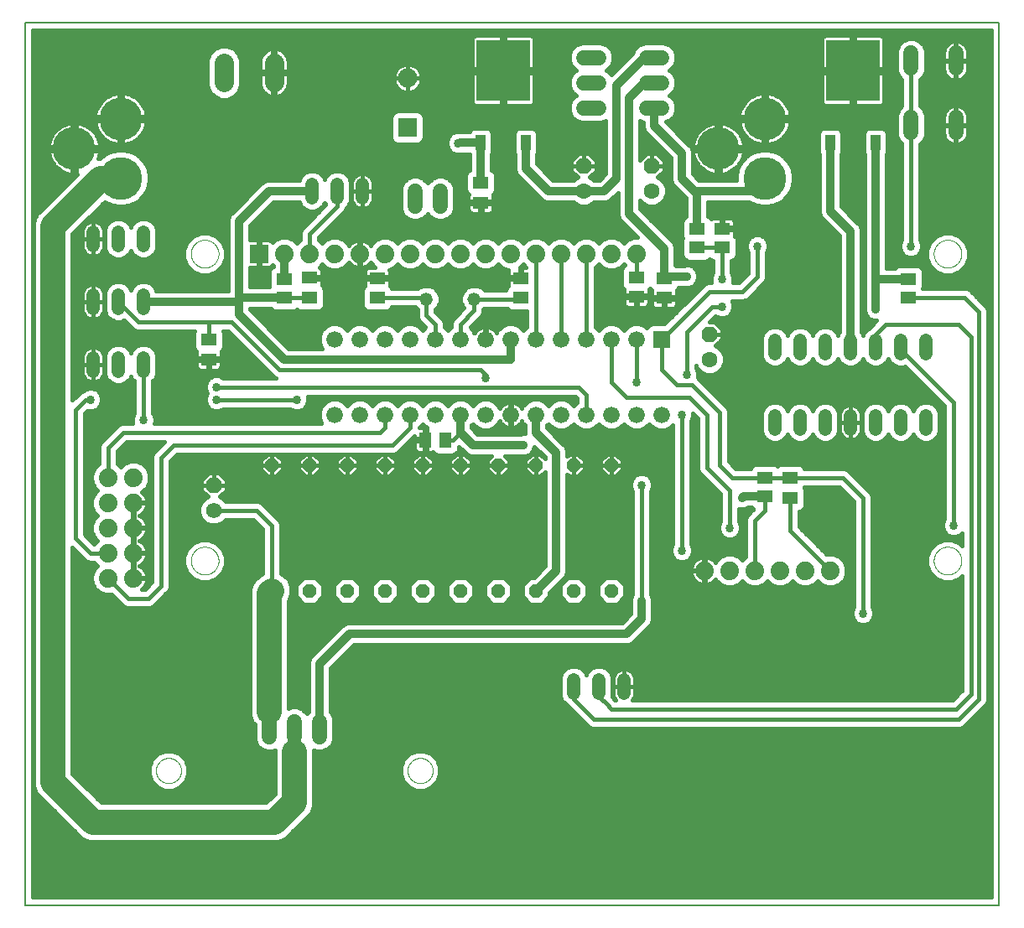
<source format=gtl>
G75*
%MOIN*%
%OFA0B0*%
%FSLAX25Y25*%
%IPPOS*%
%LPD*%
%AMOC8*
5,1,8,0,0,1.08239X$1,22.5*
%
%ADD10C,0.00600*%
%ADD11C,0.06000*%
%ADD12OC8,0.05200*%
%ADD13C,0.05200*%
%ADD14C,0.07800*%
%ADD15R,0.06600X0.06600*%
%ADD16C,0.06600*%
%ADD17R,0.06299X0.05118*%
%ADD18C,0.05200*%
%ADD19OC8,0.06300*%
%ADD20C,0.06300*%
%ADD21C,0.17000*%
%ADD22R,0.07400X0.07400*%
%ADD23C,0.07400*%
%ADD24C,0.00000*%
%ADD25C,0.07600*%
%ADD26R,0.07600X0.07600*%
%ADD27OC8,0.06200*%
%ADD28C,0.06200*%
%ADD29R,0.03937X0.06299*%
%ADD30R,0.21260X0.24409*%
%ADD31R,0.05118X0.06299*%
%ADD32C,0.03378*%
%ADD33C,0.01600*%
%ADD34C,0.03200*%
%ADD35C,0.05000*%
%ADD36C,0.10000*%
%ADD37C,0.01200*%
D10*
X0001300Y0001300D02*
X0388300Y0001300D01*
X0388300Y0352300D01*
X0001300Y0352300D01*
X0001300Y0001300D01*
D11*
X0098300Y0068300D02*
X0098300Y0074300D01*
X0108300Y0074300D02*
X0108300Y0068300D01*
X0118300Y0068300D02*
X0118300Y0074300D01*
X0156300Y0279300D02*
X0156300Y0285300D01*
X0166300Y0285300D02*
X0166300Y0279300D01*
X0223300Y0318300D02*
X0229300Y0318300D01*
X0229300Y0328300D02*
X0223300Y0328300D01*
X0223300Y0338300D02*
X0229300Y0338300D01*
X0248300Y0338300D02*
X0254300Y0338300D01*
X0254300Y0328300D02*
X0248300Y0328300D01*
X0248300Y0318300D02*
X0254300Y0318300D01*
X0353400Y0314500D02*
X0353400Y0308500D01*
X0371200Y0308500D02*
X0371200Y0314500D01*
X0371200Y0334100D02*
X0371200Y0340100D01*
X0353400Y0340100D02*
X0353400Y0334100D01*
D12*
X0234300Y0176300D03*
X0219300Y0176300D03*
X0204300Y0176300D03*
X0189300Y0176300D03*
X0174300Y0176300D03*
X0159300Y0176300D03*
X0144300Y0176300D03*
X0129300Y0176300D03*
X0114300Y0176300D03*
X0099300Y0176300D03*
X0099300Y0126300D03*
X0114300Y0126300D03*
X0129300Y0126300D03*
X0144300Y0126300D03*
X0159300Y0126300D03*
X0174300Y0126300D03*
X0189300Y0126300D03*
X0204300Y0126300D03*
X0219300Y0126300D03*
X0234300Y0126300D03*
D13*
X0229300Y0090900D02*
X0229300Y0085700D01*
X0219300Y0085700D02*
X0219300Y0090900D01*
X0239300Y0090900D02*
X0239300Y0085700D01*
X0299300Y0190700D02*
X0299300Y0195900D01*
X0309300Y0195900D02*
X0309300Y0190700D01*
X0319300Y0190700D02*
X0319300Y0195900D01*
X0329300Y0195900D02*
X0329300Y0190700D01*
X0339300Y0190700D02*
X0339300Y0195900D01*
X0349300Y0195900D02*
X0349300Y0190700D01*
X0359300Y0190700D02*
X0359300Y0195900D01*
X0359300Y0220700D02*
X0359300Y0225900D01*
X0349300Y0225900D02*
X0349300Y0220700D01*
X0339300Y0220700D02*
X0339300Y0225900D01*
X0329300Y0225900D02*
X0329300Y0220700D01*
X0319300Y0220700D02*
X0319300Y0225900D01*
X0309300Y0225900D02*
X0309300Y0220700D01*
X0299300Y0220700D02*
X0299300Y0225900D01*
X0135300Y0282700D02*
X0135300Y0287900D01*
X0125300Y0287900D02*
X0125300Y0282700D01*
X0115300Y0282700D02*
X0115300Y0287900D01*
X0048300Y0268900D02*
X0048300Y0263700D01*
X0038300Y0263700D02*
X0038300Y0268900D01*
X0028300Y0268900D02*
X0028300Y0263700D01*
X0028300Y0243900D02*
X0028300Y0238700D01*
X0038300Y0238700D02*
X0038300Y0243900D01*
X0048300Y0243900D02*
X0048300Y0238700D01*
X0048300Y0218900D02*
X0048300Y0213700D01*
X0038300Y0213700D02*
X0038300Y0218900D01*
X0028300Y0218900D02*
X0028300Y0213700D01*
D14*
X0080400Y0328400D02*
X0080400Y0336200D01*
X0100200Y0336200D02*
X0100200Y0328400D01*
D15*
X0254300Y0226300D03*
D16*
X0244300Y0226300D03*
X0234300Y0226300D03*
X0224300Y0226300D03*
X0214300Y0226300D03*
X0204300Y0226300D03*
X0194300Y0226300D03*
X0184300Y0226300D03*
X0174300Y0226300D03*
X0164300Y0226300D03*
X0154300Y0226300D03*
X0144300Y0226300D03*
X0134300Y0226300D03*
X0124300Y0226300D03*
X0124300Y0196300D03*
X0134300Y0196300D03*
X0144300Y0196300D03*
X0154300Y0196300D03*
X0164300Y0196300D03*
X0174300Y0196300D03*
X0184300Y0196300D03*
X0194300Y0196300D03*
X0204300Y0196300D03*
X0214300Y0196300D03*
X0224300Y0196300D03*
X0234300Y0196300D03*
X0244300Y0196300D03*
X0254300Y0196300D03*
D17*
X0295300Y0171300D03*
X0295300Y0163820D03*
X0305300Y0163300D03*
X0305300Y0171174D03*
X0352300Y0242820D03*
X0352300Y0250300D03*
X0278300Y0262800D03*
X0278300Y0270280D03*
X0268400Y0270200D03*
X0268400Y0262720D03*
X0255300Y0250674D03*
X0255300Y0242800D03*
X0244300Y0243320D03*
X0244300Y0250800D03*
X0198300Y0250674D03*
X0198300Y0242800D03*
X0182400Y0280700D03*
X0182400Y0288574D03*
X0141300Y0250674D03*
X0141300Y0242800D03*
X0114300Y0242926D03*
X0114300Y0250800D03*
X0104300Y0250300D03*
X0104300Y0242820D03*
X0074300Y0226237D03*
X0074300Y0218363D03*
D18*
X0160800Y0242300D03*
X0179800Y0242300D03*
D19*
X0223300Y0295300D03*
X0250300Y0295300D03*
X0273300Y0228300D03*
D20*
X0273300Y0218300D03*
X0250300Y0285300D03*
X0223300Y0285300D03*
D21*
X0276796Y0302174D03*
X0295300Y0290363D03*
X0295300Y0313985D03*
X0039300Y0313985D03*
X0020796Y0302174D03*
X0039300Y0290363D03*
D22*
X0094316Y0260324D03*
D23*
X0104316Y0260324D03*
X0114316Y0260324D03*
X0124316Y0260324D03*
X0134316Y0260324D03*
X0144316Y0260324D03*
X0154316Y0260324D03*
X0164316Y0260324D03*
X0174316Y0260324D03*
X0184316Y0260324D03*
X0194316Y0260324D03*
X0204316Y0260324D03*
X0214316Y0260324D03*
X0224316Y0260324D03*
X0234316Y0260324D03*
X0244316Y0260324D03*
X0271300Y0134300D03*
X0281300Y0134300D03*
X0291300Y0134300D03*
X0301300Y0134300D03*
X0311300Y0134300D03*
X0321300Y0134300D03*
X0044300Y0131300D03*
X0044300Y0141300D03*
X0044300Y0151300D03*
X0044300Y0161300D03*
X0044300Y0171300D03*
X0034300Y0171300D03*
X0034300Y0161300D03*
X0034300Y0151300D03*
X0034300Y0141300D03*
X0034300Y0131300D03*
D24*
X0067150Y0138276D02*
X0067152Y0138424D01*
X0067158Y0138572D01*
X0067168Y0138720D01*
X0067182Y0138867D01*
X0067200Y0139014D01*
X0067221Y0139160D01*
X0067247Y0139306D01*
X0067277Y0139451D01*
X0067310Y0139595D01*
X0067348Y0139738D01*
X0067389Y0139880D01*
X0067434Y0140021D01*
X0067482Y0140161D01*
X0067535Y0140300D01*
X0067591Y0140437D01*
X0067651Y0140572D01*
X0067714Y0140706D01*
X0067781Y0140838D01*
X0067852Y0140968D01*
X0067926Y0141096D01*
X0068003Y0141222D01*
X0068084Y0141346D01*
X0068168Y0141468D01*
X0068255Y0141587D01*
X0068346Y0141704D01*
X0068440Y0141819D01*
X0068536Y0141931D01*
X0068636Y0142041D01*
X0068738Y0142147D01*
X0068844Y0142251D01*
X0068952Y0142352D01*
X0069063Y0142450D01*
X0069176Y0142546D01*
X0069292Y0142638D01*
X0069410Y0142727D01*
X0069531Y0142812D01*
X0069654Y0142895D01*
X0069779Y0142974D01*
X0069906Y0143050D01*
X0070035Y0143122D01*
X0070166Y0143191D01*
X0070299Y0143256D01*
X0070434Y0143317D01*
X0070570Y0143375D01*
X0070707Y0143430D01*
X0070846Y0143480D01*
X0070987Y0143527D01*
X0071128Y0143570D01*
X0071271Y0143610D01*
X0071415Y0143645D01*
X0071559Y0143677D01*
X0071705Y0143704D01*
X0071851Y0143728D01*
X0071998Y0143748D01*
X0072145Y0143764D01*
X0072292Y0143776D01*
X0072440Y0143784D01*
X0072588Y0143788D01*
X0072736Y0143788D01*
X0072884Y0143784D01*
X0073032Y0143776D01*
X0073179Y0143764D01*
X0073326Y0143748D01*
X0073473Y0143728D01*
X0073619Y0143704D01*
X0073765Y0143677D01*
X0073909Y0143645D01*
X0074053Y0143610D01*
X0074196Y0143570D01*
X0074337Y0143527D01*
X0074478Y0143480D01*
X0074617Y0143430D01*
X0074754Y0143375D01*
X0074890Y0143317D01*
X0075025Y0143256D01*
X0075158Y0143191D01*
X0075289Y0143122D01*
X0075418Y0143050D01*
X0075545Y0142974D01*
X0075670Y0142895D01*
X0075793Y0142812D01*
X0075914Y0142727D01*
X0076032Y0142638D01*
X0076148Y0142546D01*
X0076261Y0142450D01*
X0076372Y0142352D01*
X0076480Y0142251D01*
X0076586Y0142147D01*
X0076688Y0142041D01*
X0076788Y0141931D01*
X0076884Y0141819D01*
X0076978Y0141704D01*
X0077069Y0141587D01*
X0077156Y0141468D01*
X0077240Y0141346D01*
X0077321Y0141222D01*
X0077398Y0141096D01*
X0077472Y0140968D01*
X0077543Y0140838D01*
X0077610Y0140706D01*
X0077673Y0140572D01*
X0077733Y0140437D01*
X0077789Y0140300D01*
X0077842Y0140161D01*
X0077890Y0140021D01*
X0077935Y0139880D01*
X0077976Y0139738D01*
X0078014Y0139595D01*
X0078047Y0139451D01*
X0078077Y0139306D01*
X0078103Y0139160D01*
X0078124Y0139014D01*
X0078142Y0138867D01*
X0078156Y0138720D01*
X0078166Y0138572D01*
X0078172Y0138424D01*
X0078174Y0138276D01*
X0078172Y0138128D01*
X0078166Y0137980D01*
X0078156Y0137832D01*
X0078142Y0137685D01*
X0078124Y0137538D01*
X0078103Y0137392D01*
X0078077Y0137246D01*
X0078047Y0137101D01*
X0078014Y0136957D01*
X0077976Y0136814D01*
X0077935Y0136672D01*
X0077890Y0136531D01*
X0077842Y0136391D01*
X0077789Y0136252D01*
X0077733Y0136115D01*
X0077673Y0135980D01*
X0077610Y0135846D01*
X0077543Y0135714D01*
X0077472Y0135584D01*
X0077398Y0135456D01*
X0077321Y0135330D01*
X0077240Y0135206D01*
X0077156Y0135084D01*
X0077069Y0134965D01*
X0076978Y0134848D01*
X0076884Y0134733D01*
X0076788Y0134621D01*
X0076688Y0134511D01*
X0076586Y0134405D01*
X0076480Y0134301D01*
X0076372Y0134200D01*
X0076261Y0134102D01*
X0076148Y0134006D01*
X0076032Y0133914D01*
X0075914Y0133825D01*
X0075793Y0133740D01*
X0075670Y0133657D01*
X0075545Y0133578D01*
X0075418Y0133502D01*
X0075289Y0133430D01*
X0075158Y0133361D01*
X0075025Y0133296D01*
X0074890Y0133235D01*
X0074754Y0133177D01*
X0074617Y0133122D01*
X0074478Y0133072D01*
X0074337Y0133025D01*
X0074196Y0132982D01*
X0074053Y0132942D01*
X0073909Y0132907D01*
X0073765Y0132875D01*
X0073619Y0132848D01*
X0073473Y0132824D01*
X0073326Y0132804D01*
X0073179Y0132788D01*
X0073032Y0132776D01*
X0072884Y0132768D01*
X0072736Y0132764D01*
X0072588Y0132764D01*
X0072440Y0132768D01*
X0072292Y0132776D01*
X0072145Y0132788D01*
X0071998Y0132804D01*
X0071851Y0132824D01*
X0071705Y0132848D01*
X0071559Y0132875D01*
X0071415Y0132907D01*
X0071271Y0132942D01*
X0071128Y0132982D01*
X0070987Y0133025D01*
X0070846Y0133072D01*
X0070707Y0133122D01*
X0070570Y0133177D01*
X0070434Y0133235D01*
X0070299Y0133296D01*
X0070166Y0133361D01*
X0070035Y0133430D01*
X0069906Y0133502D01*
X0069779Y0133578D01*
X0069654Y0133657D01*
X0069531Y0133740D01*
X0069410Y0133825D01*
X0069292Y0133914D01*
X0069176Y0134006D01*
X0069063Y0134102D01*
X0068952Y0134200D01*
X0068844Y0134301D01*
X0068738Y0134405D01*
X0068636Y0134511D01*
X0068536Y0134621D01*
X0068440Y0134733D01*
X0068346Y0134848D01*
X0068255Y0134965D01*
X0068168Y0135084D01*
X0068084Y0135206D01*
X0068003Y0135330D01*
X0067926Y0135456D01*
X0067852Y0135584D01*
X0067781Y0135714D01*
X0067714Y0135846D01*
X0067651Y0135980D01*
X0067591Y0136115D01*
X0067535Y0136252D01*
X0067482Y0136391D01*
X0067434Y0136531D01*
X0067389Y0136672D01*
X0067348Y0136814D01*
X0067310Y0136957D01*
X0067277Y0137101D01*
X0067247Y0137246D01*
X0067221Y0137392D01*
X0067200Y0137538D01*
X0067182Y0137685D01*
X0067168Y0137832D01*
X0067158Y0137980D01*
X0067152Y0138128D01*
X0067150Y0138276D01*
X0053300Y0054800D02*
X0053302Y0054941D01*
X0053308Y0055082D01*
X0053318Y0055222D01*
X0053332Y0055362D01*
X0053350Y0055502D01*
X0053371Y0055641D01*
X0053397Y0055780D01*
X0053426Y0055918D01*
X0053460Y0056054D01*
X0053497Y0056190D01*
X0053538Y0056325D01*
X0053583Y0056459D01*
X0053632Y0056591D01*
X0053684Y0056722D01*
X0053740Y0056851D01*
X0053800Y0056978D01*
X0053863Y0057104D01*
X0053929Y0057228D01*
X0054000Y0057351D01*
X0054073Y0057471D01*
X0054150Y0057589D01*
X0054230Y0057705D01*
X0054314Y0057818D01*
X0054400Y0057929D01*
X0054490Y0058038D01*
X0054583Y0058144D01*
X0054678Y0058247D01*
X0054777Y0058348D01*
X0054878Y0058446D01*
X0054982Y0058541D01*
X0055089Y0058633D01*
X0055198Y0058722D01*
X0055310Y0058807D01*
X0055424Y0058890D01*
X0055540Y0058970D01*
X0055659Y0059046D01*
X0055780Y0059118D01*
X0055902Y0059188D01*
X0056027Y0059253D01*
X0056153Y0059316D01*
X0056281Y0059374D01*
X0056411Y0059429D01*
X0056542Y0059481D01*
X0056675Y0059528D01*
X0056809Y0059572D01*
X0056944Y0059613D01*
X0057080Y0059649D01*
X0057217Y0059681D01*
X0057355Y0059710D01*
X0057493Y0059735D01*
X0057633Y0059755D01*
X0057773Y0059772D01*
X0057913Y0059785D01*
X0058054Y0059794D01*
X0058194Y0059799D01*
X0058335Y0059800D01*
X0058476Y0059797D01*
X0058617Y0059790D01*
X0058757Y0059779D01*
X0058897Y0059764D01*
X0059037Y0059745D01*
X0059176Y0059723D01*
X0059314Y0059696D01*
X0059452Y0059666D01*
X0059588Y0059631D01*
X0059724Y0059593D01*
X0059858Y0059551D01*
X0059992Y0059505D01*
X0060124Y0059456D01*
X0060254Y0059402D01*
X0060383Y0059345D01*
X0060510Y0059285D01*
X0060636Y0059221D01*
X0060759Y0059153D01*
X0060881Y0059082D01*
X0061001Y0059008D01*
X0061118Y0058930D01*
X0061233Y0058849D01*
X0061346Y0058765D01*
X0061457Y0058678D01*
X0061565Y0058587D01*
X0061670Y0058494D01*
X0061773Y0058397D01*
X0061873Y0058298D01*
X0061970Y0058196D01*
X0062064Y0058091D01*
X0062155Y0057984D01*
X0062243Y0057874D01*
X0062328Y0057762D01*
X0062410Y0057647D01*
X0062489Y0057530D01*
X0062564Y0057411D01*
X0062636Y0057290D01*
X0062704Y0057167D01*
X0062769Y0057042D01*
X0062831Y0056915D01*
X0062888Y0056786D01*
X0062943Y0056656D01*
X0062993Y0056525D01*
X0063040Y0056392D01*
X0063083Y0056258D01*
X0063122Y0056122D01*
X0063157Y0055986D01*
X0063189Y0055849D01*
X0063216Y0055711D01*
X0063240Y0055572D01*
X0063260Y0055432D01*
X0063276Y0055292D01*
X0063288Y0055152D01*
X0063296Y0055011D01*
X0063300Y0054870D01*
X0063300Y0054730D01*
X0063296Y0054589D01*
X0063288Y0054448D01*
X0063276Y0054308D01*
X0063260Y0054168D01*
X0063240Y0054028D01*
X0063216Y0053889D01*
X0063189Y0053751D01*
X0063157Y0053614D01*
X0063122Y0053478D01*
X0063083Y0053342D01*
X0063040Y0053208D01*
X0062993Y0053075D01*
X0062943Y0052944D01*
X0062888Y0052814D01*
X0062831Y0052685D01*
X0062769Y0052558D01*
X0062704Y0052433D01*
X0062636Y0052310D01*
X0062564Y0052189D01*
X0062489Y0052070D01*
X0062410Y0051953D01*
X0062328Y0051838D01*
X0062243Y0051726D01*
X0062155Y0051616D01*
X0062064Y0051509D01*
X0061970Y0051404D01*
X0061873Y0051302D01*
X0061773Y0051203D01*
X0061670Y0051106D01*
X0061565Y0051013D01*
X0061457Y0050922D01*
X0061346Y0050835D01*
X0061233Y0050751D01*
X0061118Y0050670D01*
X0061001Y0050592D01*
X0060881Y0050518D01*
X0060759Y0050447D01*
X0060636Y0050379D01*
X0060510Y0050315D01*
X0060383Y0050255D01*
X0060254Y0050198D01*
X0060124Y0050144D01*
X0059992Y0050095D01*
X0059858Y0050049D01*
X0059724Y0050007D01*
X0059588Y0049969D01*
X0059452Y0049934D01*
X0059314Y0049904D01*
X0059176Y0049877D01*
X0059037Y0049855D01*
X0058897Y0049836D01*
X0058757Y0049821D01*
X0058617Y0049810D01*
X0058476Y0049803D01*
X0058335Y0049800D01*
X0058194Y0049801D01*
X0058054Y0049806D01*
X0057913Y0049815D01*
X0057773Y0049828D01*
X0057633Y0049845D01*
X0057493Y0049865D01*
X0057355Y0049890D01*
X0057217Y0049919D01*
X0057080Y0049951D01*
X0056944Y0049987D01*
X0056809Y0050028D01*
X0056675Y0050072D01*
X0056542Y0050119D01*
X0056411Y0050171D01*
X0056281Y0050226D01*
X0056153Y0050284D01*
X0056027Y0050347D01*
X0055902Y0050412D01*
X0055780Y0050482D01*
X0055659Y0050554D01*
X0055540Y0050630D01*
X0055424Y0050710D01*
X0055310Y0050793D01*
X0055198Y0050878D01*
X0055089Y0050967D01*
X0054982Y0051059D01*
X0054878Y0051154D01*
X0054777Y0051252D01*
X0054678Y0051353D01*
X0054583Y0051456D01*
X0054490Y0051562D01*
X0054400Y0051671D01*
X0054314Y0051782D01*
X0054230Y0051895D01*
X0054150Y0052011D01*
X0054073Y0052129D01*
X0054000Y0052249D01*
X0053929Y0052372D01*
X0053863Y0052496D01*
X0053800Y0052622D01*
X0053740Y0052749D01*
X0053684Y0052878D01*
X0053632Y0053009D01*
X0053583Y0053141D01*
X0053538Y0053275D01*
X0053497Y0053410D01*
X0053460Y0053546D01*
X0053426Y0053682D01*
X0053397Y0053820D01*
X0053371Y0053959D01*
X0053350Y0054098D01*
X0053332Y0054238D01*
X0053318Y0054378D01*
X0053308Y0054518D01*
X0053302Y0054659D01*
X0053300Y0054800D01*
X0153300Y0054800D02*
X0153302Y0054941D01*
X0153308Y0055082D01*
X0153318Y0055222D01*
X0153332Y0055362D01*
X0153350Y0055502D01*
X0153371Y0055641D01*
X0153397Y0055780D01*
X0153426Y0055918D01*
X0153460Y0056054D01*
X0153497Y0056190D01*
X0153538Y0056325D01*
X0153583Y0056459D01*
X0153632Y0056591D01*
X0153684Y0056722D01*
X0153740Y0056851D01*
X0153800Y0056978D01*
X0153863Y0057104D01*
X0153929Y0057228D01*
X0154000Y0057351D01*
X0154073Y0057471D01*
X0154150Y0057589D01*
X0154230Y0057705D01*
X0154314Y0057818D01*
X0154400Y0057929D01*
X0154490Y0058038D01*
X0154583Y0058144D01*
X0154678Y0058247D01*
X0154777Y0058348D01*
X0154878Y0058446D01*
X0154982Y0058541D01*
X0155089Y0058633D01*
X0155198Y0058722D01*
X0155310Y0058807D01*
X0155424Y0058890D01*
X0155540Y0058970D01*
X0155659Y0059046D01*
X0155780Y0059118D01*
X0155902Y0059188D01*
X0156027Y0059253D01*
X0156153Y0059316D01*
X0156281Y0059374D01*
X0156411Y0059429D01*
X0156542Y0059481D01*
X0156675Y0059528D01*
X0156809Y0059572D01*
X0156944Y0059613D01*
X0157080Y0059649D01*
X0157217Y0059681D01*
X0157355Y0059710D01*
X0157493Y0059735D01*
X0157633Y0059755D01*
X0157773Y0059772D01*
X0157913Y0059785D01*
X0158054Y0059794D01*
X0158194Y0059799D01*
X0158335Y0059800D01*
X0158476Y0059797D01*
X0158617Y0059790D01*
X0158757Y0059779D01*
X0158897Y0059764D01*
X0159037Y0059745D01*
X0159176Y0059723D01*
X0159314Y0059696D01*
X0159452Y0059666D01*
X0159588Y0059631D01*
X0159724Y0059593D01*
X0159858Y0059551D01*
X0159992Y0059505D01*
X0160124Y0059456D01*
X0160254Y0059402D01*
X0160383Y0059345D01*
X0160510Y0059285D01*
X0160636Y0059221D01*
X0160759Y0059153D01*
X0160881Y0059082D01*
X0161001Y0059008D01*
X0161118Y0058930D01*
X0161233Y0058849D01*
X0161346Y0058765D01*
X0161457Y0058678D01*
X0161565Y0058587D01*
X0161670Y0058494D01*
X0161773Y0058397D01*
X0161873Y0058298D01*
X0161970Y0058196D01*
X0162064Y0058091D01*
X0162155Y0057984D01*
X0162243Y0057874D01*
X0162328Y0057762D01*
X0162410Y0057647D01*
X0162489Y0057530D01*
X0162564Y0057411D01*
X0162636Y0057290D01*
X0162704Y0057167D01*
X0162769Y0057042D01*
X0162831Y0056915D01*
X0162888Y0056786D01*
X0162943Y0056656D01*
X0162993Y0056525D01*
X0163040Y0056392D01*
X0163083Y0056258D01*
X0163122Y0056122D01*
X0163157Y0055986D01*
X0163189Y0055849D01*
X0163216Y0055711D01*
X0163240Y0055572D01*
X0163260Y0055432D01*
X0163276Y0055292D01*
X0163288Y0055152D01*
X0163296Y0055011D01*
X0163300Y0054870D01*
X0163300Y0054730D01*
X0163296Y0054589D01*
X0163288Y0054448D01*
X0163276Y0054308D01*
X0163260Y0054168D01*
X0163240Y0054028D01*
X0163216Y0053889D01*
X0163189Y0053751D01*
X0163157Y0053614D01*
X0163122Y0053478D01*
X0163083Y0053342D01*
X0163040Y0053208D01*
X0162993Y0053075D01*
X0162943Y0052944D01*
X0162888Y0052814D01*
X0162831Y0052685D01*
X0162769Y0052558D01*
X0162704Y0052433D01*
X0162636Y0052310D01*
X0162564Y0052189D01*
X0162489Y0052070D01*
X0162410Y0051953D01*
X0162328Y0051838D01*
X0162243Y0051726D01*
X0162155Y0051616D01*
X0162064Y0051509D01*
X0161970Y0051404D01*
X0161873Y0051302D01*
X0161773Y0051203D01*
X0161670Y0051106D01*
X0161565Y0051013D01*
X0161457Y0050922D01*
X0161346Y0050835D01*
X0161233Y0050751D01*
X0161118Y0050670D01*
X0161001Y0050592D01*
X0160881Y0050518D01*
X0160759Y0050447D01*
X0160636Y0050379D01*
X0160510Y0050315D01*
X0160383Y0050255D01*
X0160254Y0050198D01*
X0160124Y0050144D01*
X0159992Y0050095D01*
X0159858Y0050049D01*
X0159724Y0050007D01*
X0159588Y0049969D01*
X0159452Y0049934D01*
X0159314Y0049904D01*
X0159176Y0049877D01*
X0159037Y0049855D01*
X0158897Y0049836D01*
X0158757Y0049821D01*
X0158617Y0049810D01*
X0158476Y0049803D01*
X0158335Y0049800D01*
X0158194Y0049801D01*
X0158054Y0049806D01*
X0157913Y0049815D01*
X0157773Y0049828D01*
X0157633Y0049845D01*
X0157493Y0049865D01*
X0157355Y0049890D01*
X0157217Y0049919D01*
X0157080Y0049951D01*
X0156944Y0049987D01*
X0156809Y0050028D01*
X0156675Y0050072D01*
X0156542Y0050119D01*
X0156411Y0050171D01*
X0156281Y0050226D01*
X0156153Y0050284D01*
X0156027Y0050347D01*
X0155902Y0050412D01*
X0155780Y0050482D01*
X0155659Y0050554D01*
X0155540Y0050630D01*
X0155424Y0050710D01*
X0155310Y0050793D01*
X0155198Y0050878D01*
X0155089Y0050967D01*
X0154982Y0051059D01*
X0154878Y0051154D01*
X0154777Y0051252D01*
X0154678Y0051353D01*
X0154583Y0051456D01*
X0154490Y0051562D01*
X0154400Y0051671D01*
X0154314Y0051782D01*
X0154230Y0051895D01*
X0154150Y0052011D01*
X0154073Y0052129D01*
X0154000Y0052249D01*
X0153929Y0052372D01*
X0153863Y0052496D01*
X0153800Y0052622D01*
X0153740Y0052749D01*
X0153684Y0052878D01*
X0153632Y0053009D01*
X0153583Y0053141D01*
X0153538Y0053275D01*
X0153497Y0053410D01*
X0153460Y0053546D01*
X0153426Y0053682D01*
X0153397Y0053820D01*
X0153371Y0053959D01*
X0153350Y0054098D01*
X0153332Y0054238D01*
X0153318Y0054378D01*
X0153308Y0054518D01*
X0153302Y0054659D01*
X0153300Y0054800D01*
X0362426Y0138276D02*
X0362428Y0138424D01*
X0362434Y0138572D01*
X0362444Y0138720D01*
X0362458Y0138867D01*
X0362476Y0139014D01*
X0362497Y0139160D01*
X0362523Y0139306D01*
X0362553Y0139451D01*
X0362586Y0139595D01*
X0362624Y0139738D01*
X0362665Y0139880D01*
X0362710Y0140021D01*
X0362758Y0140161D01*
X0362811Y0140300D01*
X0362867Y0140437D01*
X0362927Y0140572D01*
X0362990Y0140706D01*
X0363057Y0140838D01*
X0363128Y0140968D01*
X0363202Y0141096D01*
X0363279Y0141222D01*
X0363360Y0141346D01*
X0363444Y0141468D01*
X0363531Y0141587D01*
X0363622Y0141704D01*
X0363716Y0141819D01*
X0363812Y0141931D01*
X0363912Y0142041D01*
X0364014Y0142147D01*
X0364120Y0142251D01*
X0364228Y0142352D01*
X0364339Y0142450D01*
X0364452Y0142546D01*
X0364568Y0142638D01*
X0364686Y0142727D01*
X0364807Y0142812D01*
X0364930Y0142895D01*
X0365055Y0142974D01*
X0365182Y0143050D01*
X0365311Y0143122D01*
X0365442Y0143191D01*
X0365575Y0143256D01*
X0365710Y0143317D01*
X0365846Y0143375D01*
X0365983Y0143430D01*
X0366122Y0143480D01*
X0366263Y0143527D01*
X0366404Y0143570D01*
X0366547Y0143610D01*
X0366691Y0143645D01*
X0366835Y0143677D01*
X0366981Y0143704D01*
X0367127Y0143728D01*
X0367274Y0143748D01*
X0367421Y0143764D01*
X0367568Y0143776D01*
X0367716Y0143784D01*
X0367864Y0143788D01*
X0368012Y0143788D01*
X0368160Y0143784D01*
X0368308Y0143776D01*
X0368455Y0143764D01*
X0368602Y0143748D01*
X0368749Y0143728D01*
X0368895Y0143704D01*
X0369041Y0143677D01*
X0369185Y0143645D01*
X0369329Y0143610D01*
X0369472Y0143570D01*
X0369613Y0143527D01*
X0369754Y0143480D01*
X0369893Y0143430D01*
X0370030Y0143375D01*
X0370166Y0143317D01*
X0370301Y0143256D01*
X0370434Y0143191D01*
X0370565Y0143122D01*
X0370694Y0143050D01*
X0370821Y0142974D01*
X0370946Y0142895D01*
X0371069Y0142812D01*
X0371190Y0142727D01*
X0371308Y0142638D01*
X0371424Y0142546D01*
X0371537Y0142450D01*
X0371648Y0142352D01*
X0371756Y0142251D01*
X0371862Y0142147D01*
X0371964Y0142041D01*
X0372064Y0141931D01*
X0372160Y0141819D01*
X0372254Y0141704D01*
X0372345Y0141587D01*
X0372432Y0141468D01*
X0372516Y0141346D01*
X0372597Y0141222D01*
X0372674Y0141096D01*
X0372748Y0140968D01*
X0372819Y0140838D01*
X0372886Y0140706D01*
X0372949Y0140572D01*
X0373009Y0140437D01*
X0373065Y0140300D01*
X0373118Y0140161D01*
X0373166Y0140021D01*
X0373211Y0139880D01*
X0373252Y0139738D01*
X0373290Y0139595D01*
X0373323Y0139451D01*
X0373353Y0139306D01*
X0373379Y0139160D01*
X0373400Y0139014D01*
X0373418Y0138867D01*
X0373432Y0138720D01*
X0373442Y0138572D01*
X0373448Y0138424D01*
X0373450Y0138276D01*
X0373448Y0138128D01*
X0373442Y0137980D01*
X0373432Y0137832D01*
X0373418Y0137685D01*
X0373400Y0137538D01*
X0373379Y0137392D01*
X0373353Y0137246D01*
X0373323Y0137101D01*
X0373290Y0136957D01*
X0373252Y0136814D01*
X0373211Y0136672D01*
X0373166Y0136531D01*
X0373118Y0136391D01*
X0373065Y0136252D01*
X0373009Y0136115D01*
X0372949Y0135980D01*
X0372886Y0135846D01*
X0372819Y0135714D01*
X0372748Y0135584D01*
X0372674Y0135456D01*
X0372597Y0135330D01*
X0372516Y0135206D01*
X0372432Y0135084D01*
X0372345Y0134965D01*
X0372254Y0134848D01*
X0372160Y0134733D01*
X0372064Y0134621D01*
X0371964Y0134511D01*
X0371862Y0134405D01*
X0371756Y0134301D01*
X0371648Y0134200D01*
X0371537Y0134102D01*
X0371424Y0134006D01*
X0371308Y0133914D01*
X0371190Y0133825D01*
X0371069Y0133740D01*
X0370946Y0133657D01*
X0370821Y0133578D01*
X0370694Y0133502D01*
X0370565Y0133430D01*
X0370434Y0133361D01*
X0370301Y0133296D01*
X0370166Y0133235D01*
X0370030Y0133177D01*
X0369893Y0133122D01*
X0369754Y0133072D01*
X0369613Y0133025D01*
X0369472Y0132982D01*
X0369329Y0132942D01*
X0369185Y0132907D01*
X0369041Y0132875D01*
X0368895Y0132848D01*
X0368749Y0132824D01*
X0368602Y0132804D01*
X0368455Y0132788D01*
X0368308Y0132776D01*
X0368160Y0132768D01*
X0368012Y0132764D01*
X0367864Y0132764D01*
X0367716Y0132768D01*
X0367568Y0132776D01*
X0367421Y0132788D01*
X0367274Y0132804D01*
X0367127Y0132824D01*
X0366981Y0132848D01*
X0366835Y0132875D01*
X0366691Y0132907D01*
X0366547Y0132942D01*
X0366404Y0132982D01*
X0366263Y0133025D01*
X0366122Y0133072D01*
X0365983Y0133122D01*
X0365846Y0133177D01*
X0365710Y0133235D01*
X0365575Y0133296D01*
X0365442Y0133361D01*
X0365311Y0133430D01*
X0365182Y0133502D01*
X0365055Y0133578D01*
X0364930Y0133657D01*
X0364807Y0133740D01*
X0364686Y0133825D01*
X0364568Y0133914D01*
X0364452Y0134006D01*
X0364339Y0134102D01*
X0364228Y0134200D01*
X0364120Y0134301D01*
X0364014Y0134405D01*
X0363912Y0134511D01*
X0363812Y0134621D01*
X0363716Y0134733D01*
X0363622Y0134848D01*
X0363531Y0134965D01*
X0363444Y0135084D01*
X0363360Y0135206D01*
X0363279Y0135330D01*
X0363202Y0135456D01*
X0363128Y0135584D01*
X0363057Y0135714D01*
X0362990Y0135846D01*
X0362927Y0135980D01*
X0362867Y0136115D01*
X0362811Y0136252D01*
X0362758Y0136391D01*
X0362710Y0136531D01*
X0362665Y0136672D01*
X0362624Y0136814D01*
X0362586Y0136957D01*
X0362553Y0137101D01*
X0362523Y0137246D01*
X0362497Y0137392D01*
X0362476Y0137538D01*
X0362458Y0137685D01*
X0362444Y0137832D01*
X0362434Y0137980D01*
X0362428Y0138128D01*
X0362426Y0138276D01*
X0362426Y0260324D02*
X0362428Y0260472D01*
X0362434Y0260620D01*
X0362444Y0260768D01*
X0362458Y0260915D01*
X0362476Y0261062D01*
X0362497Y0261208D01*
X0362523Y0261354D01*
X0362553Y0261499D01*
X0362586Y0261643D01*
X0362624Y0261786D01*
X0362665Y0261928D01*
X0362710Y0262069D01*
X0362758Y0262209D01*
X0362811Y0262348D01*
X0362867Y0262485D01*
X0362927Y0262620D01*
X0362990Y0262754D01*
X0363057Y0262886D01*
X0363128Y0263016D01*
X0363202Y0263144D01*
X0363279Y0263270D01*
X0363360Y0263394D01*
X0363444Y0263516D01*
X0363531Y0263635D01*
X0363622Y0263752D01*
X0363716Y0263867D01*
X0363812Y0263979D01*
X0363912Y0264089D01*
X0364014Y0264195D01*
X0364120Y0264299D01*
X0364228Y0264400D01*
X0364339Y0264498D01*
X0364452Y0264594D01*
X0364568Y0264686D01*
X0364686Y0264775D01*
X0364807Y0264860D01*
X0364930Y0264943D01*
X0365055Y0265022D01*
X0365182Y0265098D01*
X0365311Y0265170D01*
X0365442Y0265239D01*
X0365575Y0265304D01*
X0365710Y0265365D01*
X0365846Y0265423D01*
X0365983Y0265478D01*
X0366122Y0265528D01*
X0366263Y0265575D01*
X0366404Y0265618D01*
X0366547Y0265658D01*
X0366691Y0265693D01*
X0366835Y0265725D01*
X0366981Y0265752D01*
X0367127Y0265776D01*
X0367274Y0265796D01*
X0367421Y0265812D01*
X0367568Y0265824D01*
X0367716Y0265832D01*
X0367864Y0265836D01*
X0368012Y0265836D01*
X0368160Y0265832D01*
X0368308Y0265824D01*
X0368455Y0265812D01*
X0368602Y0265796D01*
X0368749Y0265776D01*
X0368895Y0265752D01*
X0369041Y0265725D01*
X0369185Y0265693D01*
X0369329Y0265658D01*
X0369472Y0265618D01*
X0369613Y0265575D01*
X0369754Y0265528D01*
X0369893Y0265478D01*
X0370030Y0265423D01*
X0370166Y0265365D01*
X0370301Y0265304D01*
X0370434Y0265239D01*
X0370565Y0265170D01*
X0370694Y0265098D01*
X0370821Y0265022D01*
X0370946Y0264943D01*
X0371069Y0264860D01*
X0371190Y0264775D01*
X0371308Y0264686D01*
X0371424Y0264594D01*
X0371537Y0264498D01*
X0371648Y0264400D01*
X0371756Y0264299D01*
X0371862Y0264195D01*
X0371964Y0264089D01*
X0372064Y0263979D01*
X0372160Y0263867D01*
X0372254Y0263752D01*
X0372345Y0263635D01*
X0372432Y0263516D01*
X0372516Y0263394D01*
X0372597Y0263270D01*
X0372674Y0263144D01*
X0372748Y0263016D01*
X0372819Y0262886D01*
X0372886Y0262754D01*
X0372949Y0262620D01*
X0373009Y0262485D01*
X0373065Y0262348D01*
X0373118Y0262209D01*
X0373166Y0262069D01*
X0373211Y0261928D01*
X0373252Y0261786D01*
X0373290Y0261643D01*
X0373323Y0261499D01*
X0373353Y0261354D01*
X0373379Y0261208D01*
X0373400Y0261062D01*
X0373418Y0260915D01*
X0373432Y0260768D01*
X0373442Y0260620D01*
X0373448Y0260472D01*
X0373450Y0260324D01*
X0373448Y0260176D01*
X0373442Y0260028D01*
X0373432Y0259880D01*
X0373418Y0259733D01*
X0373400Y0259586D01*
X0373379Y0259440D01*
X0373353Y0259294D01*
X0373323Y0259149D01*
X0373290Y0259005D01*
X0373252Y0258862D01*
X0373211Y0258720D01*
X0373166Y0258579D01*
X0373118Y0258439D01*
X0373065Y0258300D01*
X0373009Y0258163D01*
X0372949Y0258028D01*
X0372886Y0257894D01*
X0372819Y0257762D01*
X0372748Y0257632D01*
X0372674Y0257504D01*
X0372597Y0257378D01*
X0372516Y0257254D01*
X0372432Y0257132D01*
X0372345Y0257013D01*
X0372254Y0256896D01*
X0372160Y0256781D01*
X0372064Y0256669D01*
X0371964Y0256559D01*
X0371862Y0256453D01*
X0371756Y0256349D01*
X0371648Y0256248D01*
X0371537Y0256150D01*
X0371424Y0256054D01*
X0371308Y0255962D01*
X0371190Y0255873D01*
X0371069Y0255788D01*
X0370946Y0255705D01*
X0370821Y0255626D01*
X0370694Y0255550D01*
X0370565Y0255478D01*
X0370434Y0255409D01*
X0370301Y0255344D01*
X0370166Y0255283D01*
X0370030Y0255225D01*
X0369893Y0255170D01*
X0369754Y0255120D01*
X0369613Y0255073D01*
X0369472Y0255030D01*
X0369329Y0254990D01*
X0369185Y0254955D01*
X0369041Y0254923D01*
X0368895Y0254896D01*
X0368749Y0254872D01*
X0368602Y0254852D01*
X0368455Y0254836D01*
X0368308Y0254824D01*
X0368160Y0254816D01*
X0368012Y0254812D01*
X0367864Y0254812D01*
X0367716Y0254816D01*
X0367568Y0254824D01*
X0367421Y0254836D01*
X0367274Y0254852D01*
X0367127Y0254872D01*
X0366981Y0254896D01*
X0366835Y0254923D01*
X0366691Y0254955D01*
X0366547Y0254990D01*
X0366404Y0255030D01*
X0366263Y0255073D01*
X0366122Y0255120D01*
X0365983Y0255170D01*
X0365846Y0255225D01*
X0365710Y0255283D01*
X0365575Y0255344D01*
X0365442Y0255409D01*
X0365311Y0255478D01*
X0365182Y0255550D01*
X0365055Y0255626D01*
X0364930Y0255705D01*
X0364807Y0255788D01*
X0364686Y0255873D01*
X0364568Y0255962D01*
X0364452Y0256054D01*
X0364339Y0256150D01*
X0364228Y0256248D01*
X0364120Y0256349D01*
X0364014Y0256453D01*
X0363912Y0256559D01*
X0363812Y0256669D01*
X0363716Y0256781D01*
X0363622Y0256896D01*
X0363531Y0257013D01*
X0363444Y0257132D01*
X0363360Y0257254D01*
X0363279Y0257378D01*
X0363202Y0257504D01*
X0363128Y0257632D01*
X0363057Y0257762D01*
X0362990Y0257894D01*
X0362927Y0258028D01*
X0362867Y0258163D01*
X0362811Y0258300D01*
X0362758Y0258439D01*
X0362710Y0258579D01*
X0362665Y0258720D01*
X0362624Y0258862D01*
X0362586Y0259005D01*
X0362553Y0259149D01*
X0362523Y0259294D01*
X0362497Y0259440D01*
X0362476Y0259586D01*
X0362458Y0259733D01*
X0362444Y0259880D01*
X0362434Y0260028D01*
X0362428Y0260176D01*
X0362426Y0260324D01*
X0067150Y0260324D02*
X0067152Y0260472D01*
X0067158Y0260620D01*
X0067168Y0260768D01*
X0067182Y0260915D01*
X0067200Y0261062D01*
X0067221Y0261208D01*
X0067247Y0261354D01*
X0067277Y0261499D01*
X0067310Y0261643D01*
X0067348Y0261786D01*
X0067389Y0261928D01*
X0067434Y0262069D01*
X0067482Y0262209D01*
X0067535Y0262348D01*
X0067591Y0262485D01*
X0067651Y0262620D01*
X0067714Y0262754D01*
X0067781Y0262886D01*
X0067852Y0263016D01*
X0067926Y0263144D01*
X0068003Y0263270D01*
X0068084Y0263394D01*
X0068168Y0263516D01*
X0068255Y0263635D01*
X0068346Y0263752D01*
X0068440Y0263867D01*
X0068536Y0263979D01*
X0068636Y0264089D01*
X0068738Y0264195D01*
X0068844Y0264299D01*
X0068952Y0264400D01*
X0069063Y0264498D01*
X0069176Y0264594D01*
X0069292Y0264686D01*
X0069410Y0264775D01*
X0069531Y0264860D01*
X0069654Y0264943D01*
X0069779Y0265022D01*
X0069906Y0265098D01*
X0070035Y0265170D01*
X0070166Y0265239D01*
X0070299Y0265304D01*
X0070434Y0265365D01*
X0070570Y0265423D01*
X0070707Y0265478D01*
X0070846Y0265528D01*
X0070987Y0265575D01*
X0071128Y0265618D01*
X0071271Y0265658D01*
X0071415Y0265693D01*
X0071559Y0265725D01*
X0071705Y0265752D01*
X0071851Y0265776D01*
X0071998Y0265796D01*
X0072145Y0265812D01*
X0072292Y0265824D01*
X0072440Y0265832D01*
X0072588Y0265836D01*
X0072736Y0265836D01*
X0072884Y0265832D01*
X0073032Y0265824D01*
X0073179Y0265812D01*
X0073326Y0265796D01*
X0073473Y0265776D01*
X0073619Y0265752D01*
X0073765Y0265725D01*
X0073909Y0265693D01*
X0074053Y0265658D01*
X0074196Y0265618D01*
X0074337Y0265575D01*
X0074478Y0265528D01*
X0074617Y0265478D01*
X0074754Y0265423D01*
X0074890Y0265365D01*
X0075025Y0265304D01*
X0075158Y0265239D01*
X0075289Y0265170D01*
X0075418Y0265098D01*
X0075545Y0265022D01*
X0075670Y0264943D01*
X0075793Y0264860D01*
X0075914Y0264775D01*
X0076032Y0264686D01*
X0076148Y0264594D01*
X0076261Y0264498D01*
X0076372Y0264400D01*
X0076480Y0264299D01*
X0076586Y0264195D01*
X0076688Y0264089D01*
X0076788Y0263979D01*
X0076884Y0263867D01*
X0076978Y0263752D01*
X0077069Y0263635D01*
X0077156Y0263516D01*
X0077240Y0263394D01*
X0077321Y0263270D01*
X0077398Y0263144D01*
X0077472Y0263016D01*
X0077543Y0262886D01*
X0077610Y0262754D01*
X0077673Y0262620D01*
X0077733Y0262485D01*
X0077789Y0262348D01*
X0077842Y0262209D01*
X0077890Y0262069D01*
X0077935Y0261928D01*
X0077976Y0261786D01*
X0078014Y0261643D01*
X0078047Y0261499D01*
X0078077Y0261354D01*
X0078103Y0261208D01*
X0078124Y0261062D01*
X0078142Y0260915D01*
X0078156Y0260768D01*
X0078166Y0260620D01*
X0078172Y0260472D01*
X0078174Y0260324D01*
X0078172Y0260176D01*
X0078166Y0260028D01*
X0078156Y0259880D01*
X0078142Y0259733D01*
X0078124Y0259586D01*
X0078103Y0259440D01*
X0078077Y0259294D01*
X0078047Y0259149D01*
X0078014Y0259005D01*
X0077976Y0258862D01*
X0077935Y0258720D01*
X0077890Y0258579D01*
X0077842Y0258439D01*
X0077789Y0258300D01*
X0077733Y0258163D01*
X0077673Y0258028D01*
X0077610Y0257894D01*
X0077543Y0257762D01*
X0077472Y0257632D01*
X0077398Y0257504D01*
X0077321Y0257378D01*
X0077240Y0257254D01*
X0077156Y0257132D01*
X0077069Y0257013D01*
X0076978Y0256896D01*
X0076884Y0256781D01*
X0076788Y0256669D01*
X0076688Y0256559D01*
X0076586Y0256453D01*
X0076480Y0256349D01*
X0076372Y0256248D01*
X0076261Y0256150D01*
X0076148Y0256054D01*
X0076032Y0255962D01*
X0075914Y0255873D01*
X0075793Y0255788D01*
X0075670Y0255705D01*
X0075545Y0255626D01*
X0075418Y0255550D01*
X0075289Y0255478D01*
X0075158Y0255409D01*
X0075025Y0255344D01*
X0074890Y0255283D01*
X0074754Y0255225D01*
X0074617Y0255170D01*
X0074478Y0255120D01*
X0074337Y0255073D01*
X0074196Y0255030D01*
X0074053Y0254990D01*
X0073909Y0254955D01*
X0073765Y0254923D01*
X0073619Y0254896D01*
X0073473Y0254872D01*
X0073326Y0254852D01*
X0073179Y0254836D01*
X0073032Y0254824D01*
X0072884Y0254816D01*
X0072736Y0254812D01*
X0072588Y0254812D01*
X0072440Y0254816D01*
X0072292Y0254824D01*
X0072145Y0254836D01*
X0071998Y0254852D01*
X0071851Y0254872D01*
X0071705Y0254896D01*
X0071559Y0254923D01*
X0071415Y0254955D01*
X0071271Y0254990D01*
X0071128Y0255030D01*
X0070987Y0255073D01*
X0070846Y0255120D01*
X0070707Y0255170D01*
X0070570Y0255225D01*
X0070434Y0255283D01*
X0070299Y0255344D01*
X0070166Y0255409D01*
X0070035Y0255478D01*
X0069906Y0255550D01*
X0069779Y0255626D01*
X0069654Y0255705D01*
X0069531Y0255788D01*
X0069410Y0255873D01*
X0069292Y0255962D01*
X0069176Y0256054D01*
X0069063Y0256150D01*
X0068952Y0256248D01*
X0068844Y0256349D01*
X0068738Y0256453D01*
X0068636Y0256559D01*
X0068536Y0256669D01*
X0068440Y0256781D01*
X0068346Y0256896D01*
X0068255Y0257013D01*
X0068168Y0257132D01*
X0068084Y0257254D01*
X0068003Y0257378D01*
X0067926Y0257504D01*
X0067852Y0257632D01*
X0067781Y0257762D01*
X0067714Y0257894D01*
X0067651Y0258028D01*
X0067591Y0258163D01*
X0067535Y0258300D01*
X0067482Y0258439D01*
X0067434Y0258579D01*
X0067389Y0258720D01*
X0067348Y0258862D01*
X0067310Y0259005D01*
X0067277Y0259149D01*
X0067247Y0259294D01*
X0067221Y0259440D01*
X0067200Y0259586D01*
X0067182Y0259733D01*
X0067168Y0259880D01*
X0067158Y0260028D01*
X0067152Y0260176D01*
X0067150Y0260324D01*
D25*
X0153300Y0330143D03*
D26*
X0153300Y0310457D03*
D27*
X0076300Y0168300D03*
D28*
X0076300Y0158300D03*
D29*
X0182324Y0304402D03*
X0200276Y0304402D03*
X0321324Y0304402D03*
X0339276Y0304402D03*
D30*
X0330300Y0333143D03*
X0191300Y0333143D03*
D31*
X0168237Y0186300D03*
X0160363Y0186300D03*
D32*
X0184300Y0210800D03*
X0199300Y0184300D03*
X0244300Y0209300D03*
X0264300Y0212300D03*
X0262300Y0196300D03*
X0246300Y0168300D03*
X0262300Y0142300D03*
X0281300Y0151300D03*
X0286300Y0163300D03*
X0246300Y0122300D03*
X0334300Y0117300D03*
X0370300Y0152300D03*
X0339300Y0238300D03*
X0329300Y0255300D03*
X0353300Y0263300D03*
X0292300Y0263300D03*
X0278300Y0250300D03*
X0278300Y0239300D03*
X0264300Y0251300D03*
X0173300Y0304300D03*
X0077300Y0207300D03*
X0077300Y0202300D03*
X0048341Y0194300D03*
X0027300Y0202300D03*
X0109300Y0202300D03*
D33*
X0077300Y0202300D01*
X0073322Y0200173D02*
X0051941Y0200173D01*
X0051941Y0198575D02*
X0074677Y0198575D01*
X0074757Y0198494D02*
X0076407Y0197811D01*
X0078193Y0197811D01*
X0079843Y0198494D01*
X0080048Y0198700D01*
X0106552Y0198700D01*
X0106757Y0198494D01*
X0108407Y0197811D01*
X0110193Y0197811D01*
X0111843Y0198494D01*
X0113106Y0199757D01*
X0113789Y0201407D01*
X0113789Y0203193D01*
X0113579Y0203700D01*
X0219809Y0203700D01*
X0220700Y0202809D01*
X0220700Y0201327D01*
X0219300Y0199927D01*
X0217755Y0201471D01*
X0215513Y0202400D01*
X0213087Y0202400D01*
X0210845Y0201471D01*
X0209300Y0199927D01*
X0207755Y0201471D01*
X0205513Y0202400D01*
X0203087Y0202400D01*
X0200845Y0201471D01*
X0199129Y0199755D01*
X0198741Y0198818D01*
X0198662Y0198973D01*
X0198190Y0199622D01*
X0197622Y0200190D01*
X0196973Y0200662D01*
X0196258Y0201026D01*
X0195494Y0201274D01*
X0194701Y0201400D01*
X0194600Y0201400D01*
X0194600Y0196600D01*
X0194000Y0196600D01*
X0194000Y0201400D01*
X0193899Y0201400D01*
X0193106Y0201274D01*
X0192342Y0201026D01*
X0191627Y0200662D01*
X0190978Y0200190D01*
X0190410Y0199622D01*
X0189938Y0198973D01*
X0189859Y0198818D01*
X0189471Y0199755D01*
X0187755Y0201471D01*
X0185513Y0202400D01*
X0183087Y0202400D01*
X0180845Y0201471D01*
X0179300Y0199927D01*
X0177755Y0201471D01*
X0175513Y0202400D01*
X0173087Y0202400D01*
X0170845Y0201471D01*
X0169300Y0199927D01*
X0167755Y0201471D01*
X0165513Y0202400D01*
X0163087Y0202400D01*
X0160845Y0201471D01*
X0159300Y0199927D01*
X0157755Y0201471D01*
X0155513Y0202400D01*
X0153087Y0202400D01*
X0150845Y0201471D01*
X0149300Y0199927D01*
X0147755Y0201471D01*
X0145513Y0202400D01*
X0143087Y0202400D01*
X0140845Y0201471D01*
X0139300Y0199927D01*
X0137755Y0201471D01*
X0135513Y0202400D01*
X0133087Y0202400D01*
X0130845Y0201471D01*
X0129300Y0199927D01*
X0127755Y0201471D01*
X0125513Y0202400D01*
X0123087Y0202400D01*
X0120845Y0201471D01*
X0119129Y0199755D01*
X0118200Y0197513D01*
X0118200Y0195087D01*
X0119106Y0192900D01*
X0052620Y0192900D01*
X0052830Y0193407D01*
X0052830Y0195193D01*
X0052146Y0196843D01*
X0051941Y0197048D01*
X0051941Y0209704D01*
X0052878Y0210641D01*
X0053700Y0212626D01*
X0053700Y0219974D01*
X0052878Y0221959D01*
X0051359Y0223478D01*
X0049374Y0224300D01*
X0047226Y0224300D01*
X0045241Y0223478D01*
X0043722Y0221959D01*
X0043300Y0220940D01*
X0042878Y0221959D01*
X0041359Y0223478D01*
X0039374Y0224300D01*
X0037226Y0224300D01*
X0035241Y0223478D01*
X0033722Y0221959D01*
X0032900Y0219974D01*
X0032900Y0212626D01*
X0033722Y0210641D01*
X0035241Y0209122D01*
X0037226Y0208300D01*
X0039374Y0208300D01*
X0041359Y0209122D01*
X0042878Y0210641D01*
X0043300Y0211660D01*
X0043722Y0210641D01*
X0044741Y0209622D01*
X0044741Y0197048D01*
X0044535Y0196843D01*
X0043852Y0195193D01*
X0043852Y0193407D01*
X0044062Y0192900D01*
X0039584Y0192900D01*
X0038261Y0192352D01*
X0032261Y0186352D01*
X0031248Y0185339D01*
X0030700Y0184016D01*
X0030700Y0176844D01*
X0030618Y0176810D01*
X0028790Y0174982D01*
X0027800Y0172593D01*
X0027800Y0170007D01*
X0028790Y0167618D01*
X0030108Y0166300D01*
X0028790Y0164982D01*
X0027800Y0162593D01*
X0027800Y0160007D01*
X0028790Y0157618D01*
X0030108Y0156300D01*
X0028790Y0154982D01*
X0027800Y0152593D01*
X0027800Y0150007D01*
X0028790Y0147618D01*
X0030108Y0146300D01*
X0028790Y0144982D01*
X0028766Y0144925D01*
X0025324Y0148367D01*
X0025324Y0148367D01*
X0024900Y0148791D01*
X0024900Y0196809D01*
X0026050Y0197959D01*
X0026407Y0197811D01*
X0028193Y0197811D01*
X0029843Y0198494D01*
X0031106Y0199757D01*
X0031789Y0201407D01*
X0031789Y0203193D01*
X0031106Y0204843D01*
X0029843Y0206106D01*
X0028193Y0206789D01*
X0026407Y0206789D01*
X0024757Y0206106D01*
X0024529Y0205877D01*
X0023261Y0205352D01*
X0020100Y0202191D01*
X0020100Y0268069D01*
X0032989Y0280958D01*
X0034938Y0279833D01*
X0037812Y0279063D01*
X0040788Y0279063D01*
X0043662Y0279833D01*
X0046238Y0281321D01*
X0048342Y0283425D01*
X0049830Y0286001D01*
X0050600Y0288875D01*
X0050600Y0291851D01*
X0049830Y0294725D01*
X0048342Y0297301D01*
X0046238Y0299405D01*
X0043662Y0300893D01*
X0040788Y0301663D01*
X0037812Y0301663D01*
X0034938Y0300893D01*
X0032362Y0299405D01*
X0031119Y0298163D01*
X0030297Y0298163D01*
X0030327Y0298226D01*
X0030709Y0299318D01*
X0030967Y0300446D01*
X0031071Y0301374D01*
X0021596Y0301374D01*
X0021596Y0291899D01*
X0021903Y0291934D01*
X0007882Y0277913D01*
X0007882Y0277913D01*
X0005687Y0275718D01*
X0004500Y0272852D01*
X0004500Y0048748D01*
X0005687Y0045882D01*
X0007882Y0043687D01*
X0021687Y0029882D01*
X0023882Y0027687D01*
X0026748Y0026500D01*
X0101852Y0026500D01*
X0104718Y0027687D01*
X0112718Y0035687D01*
X0112718Y0035687D01*
X0114913Y0037882D01*
X0116100Y0040748D01*
X0116100Y0062933D01*
X0117146Y0062500D01*
X0119454Y0062500D01*
X0121585Y0063383D01*
X0123217Y0065015D01*
X0124100Y0067146D01*
X0124100Y0075454D01*
X0123217Y0077585D01*
X0122700Y0078102D01*
X0122700Y0095477D01*
X0132123Y0104900D01*
X0241175Y0104900D01*
X0242792Y0105570D01*
X0248792Y0111570D01*
X0250030Y0112808D01*
X0250700Y0114425D01*
X0250700Y0121192D01*
X0250789Y0121407D01*
X0250789Y0123193D01*
X0250106Y0124843D01*
X0249900Y0125048D01*
X0249900Y0165552D01*
X0250106Y0165757D01*
X0250789Y0167407D01*
X0250789Y0169193D01*
X0250106Y0170843D01*
X0248843Y0172106D01*
X0247193Y0172789D01*
X0245407Y0172789D01*
X0243757Y0172106D01*
X0242494Y0170843D01*
X0241811Y0169193D01*
X0241811Y0167407D01*
X0242494Y0165757D01*
X0242700Y0165552D01*
X0242700Y0125048D01*
X0242494Y0124843D01*
X0241811Y0123193D01*
X0241811Y0121407D01*
X0241900Y0121192D01*
X0241900Y0117123D01*
X0238477Y0113700D01*
X0129425Y0113700D01*
X0127808Y0113030D01*
X0126570Y0111792D01*
X0114570Y0099792D01*
X0113900Y0098175D01*
X0113900Y0078102D01*
X0113383Y0077585D01*
X0113300Y0077385D01*
X0113217Y0077585D01*
X0111585Y0079217D01*
X0109454Y0080100D01*
X0107146Y0080100D01*
X0106100Y0079667D01*
X0106100Y0122334D01*
X0107100Y0124748D01*
X0107100Y0127852D01*
X0105913Y0130718D01*
X0103718Y0132913D01*
X0102900Y0133251D01*
X0102900Y0153016D01*
X0102352Y0154339D01*
X0095339Y0161352D01*
X0094016Y0161900D01*
X0081044Y0161900D01*
X0079642Y0163302D01*
X0078645Y0163715D01*
X0081200Y0166270D01*
X0081200Y0168300D01*
X0081200Y0170330D01*
X0078330Y0173200D01*
X0076300Y0173200D01*
X0076300Y0168300D01*
X0076300Y0168300D01*
X0081200Y0168300D01*
X0076300Y0168300D01*
X0076300Y0168300D01*
X0076300Y0168300D01*
X0071400Y0168300D01*
X0071400Y0170330D01*
X0074270Y0173200D01*
X0076300Y0173200D01*
X0076300Y0168300D01*
X0071400Y0168300D01*
X0071400Y0166270D01*
X0073955Y0163715D01*
X0072958Y0163302D01*
X0071298Y0161642D01*
X0070400Y0159474D01*
X0070400Y0157126D01*
X0071298Y0154958D01*
X0072958Y0153298D01*
X0075126Y0152400D01*
X0077474Y0152400D01*
X0079642Y0153298D01*
X0081044Y0154700D01*
X0091809Y0154700D01*
X0095700Y0150809D01*
X0095700Y0133251D01*
X0094882Y0132913D01*
X0091687Y0129718D01*
X0090500Y0126852D01*
X0090500Y0076748D01*
X0091687Y0073882D01*
X0092500Y0073069D01*
X0092500Y0067146D01*
X0093383Y0065015D01*
X0095015Y0063383D01*
X0097146Y0062500D01*
X0099454Y0062500D01*
X0100500Y0062933D01*
X0100500Y0045531D01*
X0097069Y0042100D01*
X0031531Y0042100D01*
X0020100Y0053531D01*
X0020100Y0143409D01*
X0020233Y0143276D01*
X0025261Y0138248D01*
X0026584Y0137700D01*
X0028756Y0137700D01*
X0028790Y0137618D01*
X0030108Y0136300D01*
X0028790Y0134982D01*
X0027800Y0132593D01*
X0027800Y0130007D01*
X0028790Y0127618D01*
X0030618Y0125790D01*
X0033007Y0124800D01*
X0035593Y0124800D01*
X0035675Y0124834D01*
X0040261Y0120248D01*
X0020100Y0120248D01*
X0020100Y0121846D02*
X0038662Y0121846D01*
X0040261Y0120248D02*
X0041584Y0119700D01*
X0051016Y0119700D01*
X0052339Y0120248D01*
X0090500Y0120248D01*
X0090500Y0121846D02*
X0053938Y0121846D01*
X0053352Y0121261D02*
X0057339Y0125248D01*
X0058352Y0126261D01*
X0058900Y0127584D01*
X0058900Y0177809D01*
X0061791Y0180700D01*
X0148016Y0180700D01*
X0149339Y0181248D01*
X0156004Y0187913D01*
X0156004Y0186780D01*
X0159883Y0186780D01*
X0159883Y0191250D01*
X0157900Y0191250D01*
X0157900Y0191273D01*
X0159300Y0192673D01*
X0160843Y0191131D01*
X0160843Y0186780D01*
X0159883Y0186780D01*
X0159883Y0185820D01*
X0160843Y0185820D01*
X0160843Y0181350D01*
X0163159Y0181350D01*
X0163442Y0181426D01*
X0164092Y0180777D01*
X0165121Y0180350D01*
X0171353Y0180350D01*
X0172382Y0180777D01*
X0173170Y0181564D01*
X0173596Y0182593D01*
X0173596Y0183505D01*
X0173734Y0183643D01*
X0175570Y0181808D01*
X0176808Y0180570D01*
X0178425Y0179900D01*
X0186677Y0179900D01*
X0184900Y0178123D01*
X0184900Y0176300D01*
X0189300Y0176300D01*
X0193700Y0176300D01*
X0193700Y0178123D01*
X0191923Y0179900D01*
X0198192Y0179900D01*
X0198407Y0179811D01*
X0200193Y0179811D01*
X0201843Y0180494D01*
X0203106Y0181757D01*
X0203789Y0183407D01*
X0203789Y0183588D01*
X0207900Y0179477D01*
X0207900Y0178923D01*
X0206123Y0180700D01*
X0204300Y0180700D01*
X0204300Y0176300D01*
X0204300Y0176300D01*
X0204300Y0171900D01*
X0206123Y0171900D01*
X0207900Y0173677D01*
X0207900Y0136123D01*
X0203477Y0131700D01*
X0202063Y0131700D01*
X0198900Y0128537D01*
X0198900Y0124063D01*
X0202063Y0120900D01*
X0206537Y0120900D01*
X0209700Y0124063D01*
X0209700Y0125477D01*
X0216030Y0131808D01*
X0216700Y0133425D01*
X0216700Y0172677D01*
X0217477Y0171900D01*
X0219300Y0171900D01*
X0221123Y0171900D01*
X0223700Y0174477D01*
X0223700Y0176300D01*
X0223700Y0178123D01*
X0221123Y0180700D01*
X0219300Y0180700D01*
X0219300Y0176300D01*
X0219300Y0176300D01*
X0223700Y0176300D01*
X0219300Y0176300D01*
X0219300Y0176300D01*
X0219300Y0180700D01*
X0217477Y0180700D01*
X0216700Y0179923D01*
X0216700Y0182175D01*
X0216030Y0183792D01*
X0214792Y0185030D01*
X0208700Y0191123D01*
X0208700Y0192073D01*
X0209300Y0192673D01*
X0210845Y0191129D01*
X0213087Y0190200D01*
X0215513Y0190200D01*
X0217755Y0191129D01*
X0219300Y0192673D01*
X0220845Y0191129D01*
X0223087Y0190200D01*
X0225513Y0190200D01*
X0227755Y0191129D01*
X0229300Y0192673D01*
X0230845Y0191129D01*
X0233087Y0190200D01*
X0235513Y0190200D01*
X0237755Y0191129D01*
X0239300Y0192673D01*
X0240845Y0191129D01*
X0243087Y0190200D01*
X0245513Y0190200D01*
X0247755Y0191129D01*
X0249300Y0192673D01*
X0250845Y0191129D01*
X0253087Y0190200D01*
X0255513Y0190200D01*
X0257755Y0191129D01*
X0258700Y0192073D01*
X0258700Y0145048D01*
X0258494Y0144843D01*
X0257811Y0143193D01*
X0257811Y0141407D01*
X0258494Y0139757D01*
X0259757Y0138494D01*
X0261407Y0137811D01*
X0263193Y0137811D01*
X0264843Y0138494D01*
X0266106Y0139757D01*
X0266789Y0141407D01*
X0266789Y0143193D01*
X0266106Y0144843D01*
X0265900Y0145048D01*
X0265900Y0193552D01*
X0266106Y0193757D01*
X0266789Y0195407D01*
X0266789Y0196720D01*
X0268700Y0194809D01*
X0268700Y0174584D01*
X0269248Y0173261D01*
X0270261Y0172248D01*
X0277700Y0164809D01*
X0277700Y0154048D01*
X0277494Y0153843D01*
X0276811Y0152193D01*
X0276811Y0150407D01*
X0277494Y0148757D01*
X0278757Y0147494D01*
X0280407Y0146811D01*
X0282193Y0146811D01*
X0283843Y0147494D01*
X0285106Y0148757D01*
X0285789Y0150407D01*
X0285789Y0152193D01*
X0285106Y0153843D01*
X0284900Y0154048D01*
X0284900Y0159021D01*
X0285407Y0158811D01*
X0287193Y0158811D01*
X0288662Y0159420D01*
X0290032Y0159420D01*
X0290564Y0158887D01*
X0290728Y0158819D01*
X0288248Y0156339D01*
X0287700Y0155016D01*
X0287700Y0139844D01*
X0287618Y0139810D01*
X0286300Y0138492D01*
X0284982Y0139810D01*
X0282593Y0140800D01*
X0280007Y0140800D01*
X0277618Y0139810D01*
X0275790Y0137982D01*
X0275657Y0137661D01*
X0275495Y0137883D01*
X0274883Y0138495D01*
X0274183Y0139004D01*
X0273411Y0139397D01*
X0272588Y0139665D01*
X0271733Y0139800D01*
X0271500Y0139800D01*
X0271500Y0134500D01*
X0271100Y0134500D01*
X0271100Y0139800D01*
X0270867Y0139800D01*
X0270012Y0139665D01*
X0269189Y0139397D01*
X0268417Y0139004D01*
X0267717Y0138495D01*
X0267105Y0137883D01*
X0266596Y0137183D01*
X0266203Y0136411D01*
X0265935Y0135588D01*
X0265800Y0134733D01*
X0265800Y0134500D01*
X0271100Y0134500D01*
X0271100Y0134100D01*
X0271500Y0134100D01*
X0271500Y0128800D01*
X0271733Y0128800D01*
X0272588Y0128935D01*
X0273411Y0129203D01*
X0274183Y0129596D01*
X0274883Y0130105D01*
X0275495Y0130717D01*
X0275657Y0130939D01*
X0275790Y0130618D01*
X0277618Y0128790D01*
X0280007Y0127800D01*
X0282593Y0127800D01*
X0284982Y0128790D01*
X0286300Y0130108D01*
X0287618Y0128790D01*
X0290007Y0127800D01*
X0292593Y0127800D01*
X0294982Y0128790D01*
X0296300Y0130108D01*
X0297618Y0128790D01*
X0300007Y0127800D01*
X0302593Y0127800D01*
X0304982Y0128790D01*
X0306300Y0130108D01*
X0307618Y0128790D01*
X0310007Y0127800D01*
X0312593Y0127800D01*
X0314982Y0128790D01*
X0316300Y0130108D01*
X0317618Y0128790D01*
X0320007Y0127800D01*
X0322593Y0127800D01*
X0324982Y0128790D01*
X0326810Y0130618D01*
X0327800Y0133007D01*
X0327800Y0135593D01*
X0326810Y0137982D01*
X0324982Y0139810D01*
X0322593Y0140800D01*
X0320007Y0140800D01*
X0319925Y0140766D01*
X0308900Y0151791D01*
X0308900Y0157941D01*
X0309007Y0157941D01*
X0310036Y0158367D01*
X0310823Y0159155D01*
X0311250Y0160184D01*
X0311250Y0166416D01*
X0310910Y0167237D01*
X0311101Y0167700D01*
X0324809Y0167700D01*
X0330700Y0161809D01*
X0330700Y0120048D01*
X0330494Y0119843D01*
X0329811Y0118193D01*
X0329811Y0116407D01*
X0330494Y0114757D01*
X0331757Y0113494D01*
X0333407Y0112811D01*
X0335193Y0112811D01*
X0336843Y0113494D01*
X0338106Y0114757D01*
X0338789Y0116407D01*
X0338789Y0118193D01*
X0338106Y0119843D01*
X0337900Y0120048D01*
X0337900Y0164016D01*
X0337352Y0165339D01*
X0336339Y0166352D01*
X0329352Y0173339D01*
X0328339Y0174352D01*
X0327016Y0174900D01*
X0310997Y0174900D01*
X0310823Y0175319D01*
X0310036Y0176107D01*
X0309007Y0176533D01*
X0301593Y0176533D01*
X0300564Y0176107D01*
X0300363Y0175905D01*
X0300036Y0176233D01*
X0299007Y0176659D01*
X0291593Y0176659D01*
X0290564Y0176233D01*
X0289777Y0175445D01*
X0289551Y0174900D01*
X0283791Y0174900D01*
X0280900Y0177791D01*
X0280900Y0198016D01*
X0280352Y0199339D01*
X0269352Y0210339D01*
X0268641Y0211050D01*
X0268789Y0211407D01*
X0268789Y0213193D01*
X0268106Y0214843D01*
X0267900Y0215048D01*
X0267900Y0215789D01*
X0268256Y0214930D01*
X0269930Y0213256D01*
X0272116Y0212350D01*
X0274484Y0212350D01*
X0276670Y0213256D01*
X0278344Y0214930D01*
X0279250Y0217116D01*
X0279250Y0219484D01*
X0278344Y0221670D01*
X0276670Y0223344D01*
X0275733Y0223732D01*
X0278250Y0226250D01*
X0278250Y0228300D01*
X0278250Y0230350D01*
X0275350Y0233250D01*
X0273341Y0233250D01*
X0275671Y0235580D01*
X0275757Y0235494D01*
X0277407Y0234811D01*
X0279193Y0234811D01*
X0280843Y0235494D01*
X0282106Y0236757D01*
X0282789Y0238407D01*
X0282789Y0240193D01*
X0282165Y0241700D01*
X0287152Y0241700D01*
X0288475Y0242248D01*
X0289488Y0243261D01*
X0295352Y0249125D01*
X0295900Y0250448D01*
X0295900Y0260552D01*
X0296106Y0260757D01*
X0296789Y0262407D01*
X0296789Y0264193D01*
X0296106Y0265843D01*
X0294843Y0267106D01*
X0293193Y0267789D01*
X0291407Y0267789D01*
X0289757Y0267106D01*
X0288494Y0265843D01*
X0287811Y0264193D01*
X0287811Y0262407D01*
X0288494Y0260757D01*
X0288700Y0260552D01*
X0288700Y0252655D01*
X0284945Y0248900D01*
X0282579Y0248900D01*
X0282789Y0249407D01*
X0282789Y0251193D01*
X0282106Y0252843D01*
X0281900Y0253048D01*
X0281900Y0257441D01*
X0282007Y0257441D01*
X0283036Y0257867D01*
X0283823Y0258655D01*
X0284250Y0259684D01*
X0284250Y0265916D01*
X0283823Y0266945D01*
X0283250Y0267519D01*
X0283250Y0269801D01*
X0278780Y0269801D01*
X0278780Y0270760D01*
X0283250Y0270760D01*
X0283250Y0273076D01*
X0283127Y0273534D01*
X0282890Y0273945D01*
X0282555Y0274280D01*
X0282144Y0274517D01*
X0281687Y0274639D01*
X0278780Y0274639D01*
X0278780Y0270760D01*
X0277820Y0270760D01*
X0277820Y0274639D01*
X0274913Y0274639D01*
X0274456Y0274517D01*
X0274045Y0274280D01*
X0273978Y0274213D01*
X0273923Y0274345D01*
X0273136Y0275133D01*
X0272800Y0275272D01*
X0272800Y0280900D01*
X0289090Y0280900D01*
X0290938Y0279833D01*
X0293812Y0279063D01*
X0296788Y0279063D01*
X0299662Y0279833D01*
X0302238Y0281321D01*
X0304342Y0283425D01*
X0305830Y0286001D01*
X0306600Y0288875D01*
X0306600Y0291851D01*
X0305830Y0294725D01*
X0304342Y0297301D01*
X0302238Y0299405D01*
X0299662Y0300893D01*
X0296788Y0301663D01*
X0293812Y0301663D01*
X0290938Y0300893D01*
X0288362Y0299405D01*
X0286258Y0297301D01*
X0284770Y0294725D01*
X0284000Y0291851D01*
X0284000Y0289700D01*
X0269123Y0289700D01*
X0266700Y0292123D01*
X0266700Y0300120D01*
X0266883Y0299318D01*
X0267265Y0298226D01*
X0267767Y0297184D01*
X0268383Y0296204D01*
X0269104Y0295300D01*
X0269922Y0294482D01*
X0270826Y0293760D01*
X0271806Y0293145D01*
X0272848Y0292643D01*
X0273940Y0292261D01*
X0275068Y0292004D01*
X0275996Y0291899D01*
X0275996Y0301374D01*
X0266618Y0301374D01*
X0266030Y0302792D01*
X0264792Y0304030D01*
X0256068Y0312754D01*
X0257585Y0313383D01*
X0259217Y0315015D01*
X0260100Y0317146D01*
X0260100Y0319454D01*
X0259217Y0321585D01*
X0257585Y0323217D01*
X0257385Y0323300D01*
X0257585Y0323383D01*
X0259217Y0325015D01*
X0260100Y0327146D01*
X0260100Y0329454D01*
X0259217Y0331585D01*
X0257585Y0333217D01*
X0257385Y0333300D01*
X0257585Y0333383D01*
X0259217Y0335015D01*
X0260100Y0337146D01*
X0260100Y0339454D01*
X0259217Y0341585D01*
X0257585Y0343217D01*
X0255454Y0344100D01*
X0247146Y0344100D01*
X0245015Y0343217D01*
X0243383Y0341585D01*
X0242690Y0339913D01*
X0234260Y0331482D01*
X0234217Y0331585D01*
X0232585Y0333217D01*
X0232385Y0333300D01*
X0232585Y0333383D01*
X0234217Y0335015D01*
X0235100Y0337146D01*
X0235100Y0339454D01*
X0234217Y0341585D01*
X0232585Y0343217D01*
X0230454Y0344100D01*
X0222146Y0344100D01*
X0220015Y0343217D01*
X0218383Y0341585D01*
X0217500Y0339454D01*
X0217500Y0337146D01*
X0218383Y0335015D01*
X0220015Y0333383D01*
X0220215Y0333300D01*
X0220015Y0333217D01*
X0218383Y0331585D01*
X0217500Y0329454D01*
X0217500Y0327146D01*
X0218383Y0325015D01*
X0220015Y0323383D01*
X0220215Y0323300D01*
X0220015Y0323217D01*
X0218383Y0321585D01*
X0217500Y0319454D01*
X0217500Y0317146D01*
X0218383Y0315015D01*
X0220015Y0313383D01*
X0222146Y0312500D01*
X0230454Y0312500D01*
X0231900Y0313099D01*
X0231900Y0292123D01*
X0229477Y0289700D01*
X0227315Y0289700D01*
X0226670Y0290344D01*
X0225733Y0290733D01*
X0228250Y0293250D01*
X0228250Y0295300D01*
X0228250Y0297350D01*
X0225350Y0300250D01*
X0223300Y0300250D01*
X0223300Y0295300D01*
X0223300Y0295300D01*
X0228250Y0295300D01*
X0223300Y0295300D01*
X0223300Y0295300D01*
X0223300Y0295300D01*
X0218350Y0295300D01*
X0218350Y0297350D01*
X0221250Y0300250D01*
X0223300Y0300250D01*
X0223300Y0295300D01*
X0218350Y0295300D01*
X0218350Y0293250D01*
X0220867Y0290733D01*
X0219930Y0290344D01*
X0219285Y0289700D01*
X0211123Y0289700D01*
X0204676Y0296146D01*
X0204676Y0299806D01*
X0205045Y0300696D01*
X0205045Y0308109D01*
X0204619Y0309138D01*
X0203831Y0309926D01*
X0202802Y0310352D01*
X0197751Y0310352D01*
X0196722Y0309926D01*
X0195934Y0309138D01*
X0195508Y0308109D01*
X0195508Y0300696D01*
X0195876Y0299806D01*
X0195876Y0293448D01*
X0196546Y0291831D01*
X0205570Y0282808D01*
X0206808Y0281570D01*
X0208425Y0280900D01*
X0219285Y0280900D01*
X0219930Y0280256D01*
X0222116Y0279350D01*
X0224484Y0279350D01*
X0226670Y0280256D01*
X0227315Y0280900D01*
X0232175Y0280900D01*
X0233792Y0281570D01*
X0236900Y0284677D01*
X0236900Y0275425D01*
X0237570Y0273808D01*
X0244554Y0266824D01*
X0243023Y0266824D01*
X0240634Y0265834D01*
X0239316Y0264516D01*
X0237998Y0265834D01*
X0235609Y0266824D01*
X0233023Y0266824D01*
X0230634Y0265834D01*
X0229316Y0264516D01*
X0227998Y0265834D01*
X0225609Y0266824D01*
X0223023Y0266824D01*
X0220634Y0265834D01*
X0219316Y0264516D01*
X0217998Y0265834D01*
X0215609Y0266824D01*
X0213023Y0266824D01*
X0210634Y0265834D01*
X0209316Y0264516D01*
X0207998Y0265834D01*
X0205609Y0266824D01*
X0203023Y0266824D01*
X0200634Y0265834D01*
X0199316Y0264516D01*
X0197998Y0265834D01*
X0195609Y0266824D01*
X0193023Y0266824D01*
X0190634Y0265834D01*
X0189316Y0264516D01*
X0187998Y0265834D01*
X0185609Y0266824D01*
X0183023Y0266824D01*
X0180634Y0265834D01*
X0179316Y0264516D01*
X0177998Y0265834D01*
X0175609Y0266824D01*
X0173023Y0266824D01*
X0170634Y0265834D01*
X0169316Y0264516D01*
X0167998Y0265834D01*
X0165609Y0266824D01*
X0163023Y0266824D01*
X0160634Y0265834D01*
X0159316Y0264516D01*
X0157998Y0265834D01*
X0155609Y0266824D01*
X0153023Y0266824D01*
X0150634Y0265834D01*
X0149316Y0264516D01*
X0147998Y0265834D01*
X0145609Y0266824D01*
X0143023Y0266824D01*
X0140634Y0265834D01*
X0138805Y0264006D01*
X0138672Y0263684D01*
X0138511Y0263907D01*
X0137899Y0264519D01*
X0137198Y0265028D01*
X0136427Y0265421D01*
X0135604Y0265688D01*
X0134749Y0265824D01*
X0134516Y0265824D01*
X0134516Y0260524D01*
X0134116Y0260524D01*
X0134116Y0265824D01*
X0133883Y0265824D01*
X0133028Y0265688D01*
X0132204Y0265421D01*
X0131433Y0265028D01*
X0130733Y0264519D01*
X0130121Y0263907D01*
X0129959Y0263684D01*
X0129826Y0264006D01*
X0127998Y0265834D01*
X0125609Y0266824D01*
X0123023Y0266824D01*
X0120634Y0265834D01*
X0119316Y0264516D01*
X0117998Y0265834D01*
X0117916Y0265868D01*
X0117916Y0266825D01*
X0127339Y0276248D01*
X0128352Y0277261D01*
X0128900Y0278584D01*
X0128900Y0278663D01*
X0129878Y0279641D01*
X0130700Y0281626D01*
X0130700Y0288974D01*
X0129878Y0290959D01*
X0128359Y0292478D01*
X0126374Y0293300D01*
X0124226Y0293300D01*
X0122241Y0292478D01*
X0120722Y0290959D01*
X0120300Y0289940D01*
X0119878Y0290959D01*
X0118359Y0292478D01*
X0116374Y0293300D01*
X0114226Y0293300D01*
X0112241Y0292478D01*
X0110722Y0290959D01*
X0110201Y0289700D01*
X0097425Y0289700D01*
X0095808Y0289030D01*
X0094570Y0287792D01*
X0083808Y0277030D01*
X0083808Y0277030D01*
X0082570Y0275792D01*
X0081900Y0274175D01*
X0081900Y0245700D01*
X0053399Y0245700D01*
X0052878Y0246959D01*
X0051359Y0248478D01*
X0049374Y0249300D01*
X0047226Y0249300D01*
X0045241Y0248478D01*
X0043722Y0246959D01*
X0043300Y0245940D01*
X0042878Y0246959D01*
X0041359Y0248478D01*
X0039374Y0249300D01*
X0037226Y0249300D01*
X0035241Y0248478D01*
X0033722Y0246959D01*
X0032900Y0244974D01*
X0032900Y0237626D01*
X0033722Y0235641D01*
X0035241Y0234122D01*
X0037226Y0233300D01*
X0039374Y0233300D01*
X0040671Y0233837D01*
X0043248Y0231261D01*
X0044261Y0230248D01*
X0045584Y0229700D01*
X0068494Y0229700D01*
X0068350Y0229353D01*
X0068350Y0223121D01*
X0068777Y0222092D01*
X0069426Y0221442D01*
X0069350Y0221159D01*
X0069350Y0218843D01*
X0073820Y0218843D01*
X0073820Y0217883D01*
X0074780Y0217883D01*
X0074780Y0218843D01*
X0079250Y0218843D01*
X0079250Y0221159D01*
X0079174Y0221442D01*
X0079823Y0222092D01*
X0080250Y0223121D01*
X0080250Y0229353D01*
X0080106Y0229700D01*
X0081809Y0229700D01*
X0100261Y0211248D01*
X0101101Y0210900D01*
X0080048Y0210900D01*
X0079843Y0211106D01*
X0078193Y0211789D01*
X0076407Y0211789D01*
X0074757Y0211106D01*
X0073494Y0209843D01*
X0072811Y0208193D01*
X0072811Y0206407D01*
X0073477Y0204800D01*
X0072811Y0203193D01*
X0072811Y0201407D01*
X0073494Y0199757D01*
X0074757Y0198494D01*
X0072811Y0201772D02*
X0051941Y0201772D01*
X0051941Y0203370D02*
X0072885Y0203370D01*
X0073407Y0204969D02*
X0051941Y0204969D01*
X0051941Y0206568D02*
X0072811Y0206568D01*
X0072811Y0208166D02*
X0051941Y0208166D01*
X0052001Y0209765D02*
X0073462Y0209765D01*
X0075379Y0211363D02*
X0053177Y0211363D01*
X0053700Y0212962D02*
X0098547Y0212962D01*
X0096949Y0214560D02*
X0078751Y0214560D01*
X0078890Y0214699D02*
X0079127Y0215109D01*
X0079250Y0215567D01*
X0079250Y0217883D01*
X0074780Y0217883D01*
X0074780Y0214004D01*
X0077687Y0214004D01*
X0078144Y0214127D01*
X0078555Y0214364D01*
X0078890Y0214699D01*
X0079250Y0216159D02*
X0095350Y0216159D01*
X0093752Y0217757D02*
X0079250Y0217757D01*
X0079250Y0219356D02*
X0092153Y0219356D01*
X0090555Y0220954D02*
X0079250Y0220954D01*
X0080014Y0222553D02*
X0088956Y0222553D01*
X0087358Y0224151D02*
X0080250Y0224151D01*
X0080250Y0225750D02*
X0085759Y0225750D01*
X0084161Y0227348D02*
X0080250Y0227348D01*
X0080250Y0228947D02*
X0082562Y0228947D01*
X0083300Y0233300D02*
X0074272Y0233300D01*
X0074300Y0233272D01*
X0074300Y0226237D01*
X0068350Y0225750D02*
X0020100Y0225750D01*
X0020100Y0227348D02*
X0068350Y0227348D01*
X0068350Y0228947D02*
X0020100Y0228947D01*
X0020100Y0230545D02*
X0043964Y0230545D01*
X0042365Y0232144D02*
X0020100Y0232144D01*
X0020100Y0233742D02*
X0036158Y0233742D01*
X0034023Y0235341D02*
X0031162Y0235341D01*
X0031166Y0235344D02*
X0031656Y0235834D01*
X0032063Y0236394D01*
X0032378Y0237011D01*
X0032592Y0237670D01*
X0032700Y0238354D01*
X0032700Y0241300D01*
X0032700Y0244246D01*
X0032592Y0244930D01*
X0032378Y0245589D01*
X0032063Y0246206D01*
X0031656Y0246766D01*
X0031166Y0247256D01*
X0030606Y0247663D01*
X0029989Y0247978D01*
X0029330Y0248192D01*
X0028646Y0248300D01*
X0028300Y0248300D01*
X0028300Y0241300D01*
X0032700Y0241300D01*
X0028300Y0241300D01*
X0028300Y0241300D01*
X0028300Y0241300D01*
X0028300Y0234300D01*
X0028646Y0234300D01*
X0029330Y0234408D01*
X0029989Y0234622D01*
X0030606Y0234937D01*
X0031166Y0235344D01*
X0032341Y0236939D02*
X0033184Y0236939D01*
X0032900Y0238538D02*
X0032700Y0238538D01*
X0032700Y0240136D02*
X0032900Y0240136D01*
X0032900Y0241735D02*
X0032700Y0241735D01*
X0032700Y0243333D02*
X0032900Y0243333D01*
X0032900Y0244932D02*
X0032591Y0244932D01*
X0031828Y0246530D02*
X0033545Y0246530D01*
X0034892Y0248129D02*
X0029524Y0248129D01*
X0028300Y0248129D02*
X0028300Y0248129D01*
X0028300Y0248300D02*
X0028300Y0241300D01*
X0028300Y0241300D01*
X0028300Y0241300D01*
X0023900Y0241300D01*
X0023900Y0244246D01*
X0024008Y0244930D01*
X0024222Y0245589D01*
X0024537Y0246206D01*
X0024944Y0246766D01*
X0025434Y0247256D01*
X0025994Y0247663D01*
X0026611Y0247978D01*
X0027270Y0248192D01*
X0027954Y0248300D01*
X0028300Y0248300D01*
X0027076Y0248129D02*
X0020100Y0248129D01*
X0020100Y0249727D02*
X0081900Y0249727D01*
X0081900Y0248129D02*
X0051708Y0248129D01*
X0053055Y0246530D02*
X0081900Y0246530D01*
X0081900Y0251326D02*
X0020100Y0251326D01*
X0020100Y0252924D02*
X0068806Y0252924D01*
X0067954Y0253277D02*
X0071009Y0252012D01*
X0074316Y0252012D01*
X0077370Y0253277D01*
X0079709Y0255615D01*
X0080974Y0258670D01*
X0080974Y0261977D01*
X0079709Y0265032D01*
X0077370Y0267370D01*
X0074316Y0268635D01*
X0071009Y0268635D01*
X0067954Y0267370D01*
X0065616Y0265032D01*
X0064350Y0261977D01*
X0064350Y0258670D01*
X0065616Y0255615D01*
X0067954Y0253277D01*
X0066708Y0254523D02*
X0020100Y0254523D01*
X0020100Y0256121D02*
X0065406Y0256121D01*
X0064744Y0257720D02*
X0020100Y0257720D01*
X0020100Y0259318D02*
X0027838Y0259318D01*
X0027954Y0259300D02*
X0028300Y0259300D01*
X0028646Y0259300D01*
X0029330Y0259408D01*
X0029989Y0259622D01*
X0030606Y0259937D01*
X0031166Y0260344D01*
X0031656Y0260834D01*
X0032063Y0261394D01*
X0032378Y0262011D01*
X0032592Y0262670D01*
X0032700Y0263354D01*
X0032700Y0266300D01*
X0032700Y0269246D01*
X0032592Y0269930D01*
X0032378Y0270589D01*
X0032063Y0271206D01*
X0031656Y0271766D01*
X0031166Y0272256D01*
X0030606Y0272663D01*
X0029989Y0272978D01*
X0029330Y0273192D01*
X0028646Y0273300D01*
X0028300Y0273300D01*
X0028300Y0266300D01*
X0032700Y0266300D01*
X0028300Y0266300D01*
X0028300Y0266300D01*
X0028300Y0266300D01*
X0028300Y0259300D01*
X0028300Y0266300D01*
X0028300Y0266300D01*
X0028300Y0266300D01*
X0023900Y0266300D01*
X0023900Y0269246D01*
X0024008Y0269930D01*
X0024222Y0270589D01*
X0024537Y0271206D01*
X0024944Y0271766D01*
X0025434Y0272256D01*
X0025994Y0272663D01*
X0026611Y0272978D01*
X0027270Y0273192D01*
X0027954Y0273300D01*
X0028300Y0273300D01*
X0028300Y0266300D01*
X0023900Y0266300D01*
X0023900Y0263354D01*
X0024008Y0262670D01*
X0024222Y0262011D01*
X0024537Y0261394D01*
X0024944Y0260834D01*
X0025434Y0260344D01*
X0025994Y0259937D01*
X0026611Y0259622D01*
X0027270Y0259408D01*
X0027954Y0259300D01*
X0028300Y0259318D02*
X0028300Y0259318D01*
X0028762Y0259318D02*
X0035045Y0259318D01*
X0035241Y0259122D02*
X0033722Y0260641D01*
X0032900Y0262626D01*
X0032900Y0269974D01*
X0033722Y0271959D01*
X0035241Y0273478D01*
X0037226Y0274300D01*
X0039374Y0274300D01*
X0041359Y0273478D01*
X0042878Y0271959D01*
X0043300Y0270940D01*
X0043722Y0271959D01*
X0045241Y0273478D01*
X0047226Y0274300D01*
X0049374Y0274300D01*
X0051359Y0273478D01*
X0052878Y0271959D01*
X0053700Y0269974D01*
X0053700Y0262626D01*
X0052878Y0260641D01*
X0051359Y0259122D01*
X0049374Y0258300D01*
X0047226Y0258300D01*
X0045241Y0259122D01*
X0043722Y0260641D01*
X0043300Y0261660D01*
X0042878Y0260641D01*
X0041359Y0259122D01*
X0039374Y0258300D01*
X0037226Y0258300D01*
X0035241Y0259122D01*
X0033608Y0260917D02*
X0031717Y0260917D01*
X0032542Y0262515D02*
X0032946Y0262515D01*
X0032900Y0264114D02*
X0032700Y0264114D01*
X0032700Y0265712D02*
X0032900Y0265712D01*
X0032900Y0267311D02*
X0032700Y0267311D01*
X0032700Y0268909D02*
X0032900Y0268909D01*
X0033121Y0270508D02*
X0032404Y0270508D01*
X0031316Y0272106D02*
X0033870Y0272106D01*
X0035789Y0273705D02*
X0025736Y0273705D01*
X0025284Y0272106D02*
X0024137Y0272106D01*
X0024196Y0270508D02*
X0022539Y0270508D01*
X0023900Y0268909D02*
X0020940Y0268909D01*
X0020100Y0267311D02*
X0023900Y0267311D01*
X0023900Y0265712D02*
X0020100Y0265712D01*
X0020100Y0264114D02*
X0023900Y0264114D01*
X0024058Y0262515D02*
X0020100Y0262515D01*
X0020100Y0260917D02*
X0024883Y0260917D01*
X0028300Y0260917D02*
X0028300Y0260917D01*
X0028300Y0262515D02*
X0028300Y0262515D01*
X0028300Y0264114D02*
X0028300Y0264114D01*
X0028300Y0265712D02*
X0028300Y0265712D01*
X0028300Y0267311D02*
X0028300Y0267311D01*
X0028300Y0268909D02*
X0028300Y0268909D01*
X0028300Y0270508D02*
X0028300Y0270508D01*
X0028300Y0272106D02*
X0028300Y0272106D01*
X0027334Y0275303D02*
X0082367Y0275303D01*
X0081900Y0273705D02*
X0050811Y0273705D01*
X0052730Y0272106D02*
X0081900Y0272106D01*
X0081900Y0270508D02*
X0053479Y0270508D01*
X0053700Y0268909D02*
X0081900Y0268909D01*
X0081900Y0267311D02*
X0077430Y0267311D01*
X0079028Y0265712D02*
X0081900Y0265712D01*
X0081900Y0264114D02*
X0080089Y0264114D01*
X0080751Y0262515D02*
X0081900Y0262515D01*
X0081900Y0260917D02*
X0080974Y0260917D01*
X0080974Y0259318D02*
X0081900Y0259318D01*
X0081900Y0257720D02*
X0080580Y0257720D01*
X0079918Y0256121D02*
X0081900Y0256121D01*
X0081900Y0254523D02*
X0078616Y0254523D01*
X0076519Y0252924D02*
X0081900Y0252924D01*
X0090700Y0252924D02*
X0098350Y0252924D01*
X0098350Y0253416D02*
X0098350Y0247220D01*
X0090700Y0247220D01*
X0090700Y0254824D01*
X0094116Y0254824D01*
X0094116Y0260124D01*
X0094516Y0260124D01*
X0094516Y0254824D01*
X0098253Y0254824D01*
X0098711Y0254946D01*
X0099121Y0255183D01*
X0099456Y0255518D01*
X0099629Y0255818D01*
X0099900Y0255547D01*
X0099900Y0255372D01*
X0099564Y0255233D01*
X0098777Y0254445D01*
X0098350Y0253416D01*
X0098854Y0254523D02*
X0090700Y0254523D01*
X0090700Y0251326D02*
X0098350Y0251326D01*
X0098350Y0249727D02*
X0090700Y0249727D01*
X0090700Y0248129D02*
X0098350Y0248129D01*
X0104300Y0242820D02*
X0104406Y0242926D01*
X0114300Y0242926D01*
X0120250Y0243333D02*
X0135350Y0243333D01*
X0135350Y0241735D02*
X0120250Y0241735D01*
X0120250Y0240136D02*
X0135350Y0240136D01*
X0135350Y0239684D02*
X0135777Y0238655D01*
X0136564Y0237867D01*
X0137593Y0237441D01*
X0145007Y0237441D01*
X0146036Y0237867D01*
X0146823Y0238655D01*
X0147049Y0239200D01*
X0156263Y0239200D01*
X0157200Y0238263D01*
X0157200Y0235084D01*
X0157748Y0233761D01*
X0160441Y0231068D01*
X0159300Y0229927D01*
X0157755Y0231471D01*
X0155513Y0232400D01*
X0153087Y0232400D01*
X0150845Y0231471D01*
X0149300Y0229927D01*
X0147755Y0231471D01*
X0145513Y0232400D01*
X0143087Y0232400D01*
X0140845Y0231471D01*
X0139300Y0229927D01*
X0137755Y0231471D01*
X0135513Y0232400D01*
X0133087Y0232400D01*
X0130845Y0231471D01*
X0129300Y0229927D01*
X0127755Y0231471D01*
X0125513Y0232400D01*
X0123087Y0232400D01*
X0120845Y0231471D01*
X0119129Y0229755D01*
X0118200Y0227513D01*
X0118200Y0225087D01*
X0119129Y0222845D01*
X0119273Y0222700D01*
X0106123Y0222700D01*
X0090700Y0238123D01*
X0090700Y0238420D01*
X0099032Y0238420D01*
X0099564Y0237887D01*
X0100593Y0237461D01*
X0108007Y0237461D01*
X0109036Y0237887D01*
X0109353Y0238204D01*
X0109564Y0237993D01*
X0110593Y0237567D01*
X0118007Y0237567D01*
X0119036Y0237993D01*
X0119823Y0238781D01*
X0120250Y0239810D01*
X0120250Y0246042D01*
X0119823Y0247071D01*
X0119174Y0247721D01*
X0119250Y0248004D01*
X0119250Y0250320D01*
X0114780Y0250320D01*
X0114780Y0251280D01*
X0119250Y0251280D01*
X0119250Y0253596D01*
X0119127Y0254054D01*
X0118890Y0254464D01*
X0118555Y0254799D01*
X0118193Y0255008D01*
X0119316Y0256131D01*
X0120634Y0254813D01*
X0123023Y0253824D01*
X0125609Y0253824D01*
X0127998Y0254813D01*
X0129826Y0256642D01*
X0129959Y0256963D01*
X0130121Y0256741D01*
X0130733Y0256128D01*
X0131433Y0255620D01*
X0132204Y0255227D01*
X0133028Y0254959D01*
X0133883Y0254824D01*
X0134116Y0254824D01*
X0134116Y0260124D01*
X0134516Y0260124D01*
X0134516Y0254824D01*
X0134749Y0254824D01*
X0135604Y0254959D01*
X0136427Y0255227D01*
X0137198Y0255620D01*
X0137899Y0256128D01*
X0138511Y0256741D01*
X0138672Y0256963D01*
X0138805Y0256642D01*
X0140414Y0255033D01*
X0137913Y0255033D01*
X0137456Y0254910D01*
X0137045Y0254673D01*
X0136710Y0254338D01*
X0136473Y0253928D01*
X0136350Y0253470D01*
X0136350Y0251154D01*
X0140820Y0251154D01*
X0140820Y0250194D01*
X0136350Y0250194D01*
X0136350Y0247878D01*
X0136426Y0247595D01*
X0135777Y0246945D01*
X0135350Y0245916D01*
X0135350Y0239684D01*
X0135894Y0238538D02*
X0119580Y0238538D01*
X0120250Y0244932D02*
X0135350Y0244932D01*
X0135605Y0246530D02*
X0120047Y0246530D01*
X0119250Y0248129D02*
X0136350Y0248129D01*
X0136350Y0249727D02*
X0119250Y0249727D01*
X0119250Y0251326D02*
X0136350Y0251326D01*
X0136350Y0252924D02*
X0119250Y0252924D01*
X0118831Y0254523D02*
X0121335Y0254523D01*
X0119326Y0256121D02*
X0119306Y0256121D01*
X0114316Y0260324D02*
X0114316Y0268316D01*
X0125300Y0279300D01*
X0125300Y0285300D01*
X0130700Y0284895D02*
X0130900Y0284895D01*
X0130900Y0285300D02*
X0130900Y0282354D01*
X0131008Y0281670D01*
X0131222Y0281011D01*
X0131537Y0280394D01*
X0131944Y0279834D01*
X0132434Y0279344D01*
X0132994Y0278937D01*
X0133611Y0278622D01*
X0134270Y0278408D01*
X0134954Y0278300D01*
X0135300Y0278300D01*
X0135646Y0278300D01*
X0136330Y0278408D01*
X0136989Y0278622D01*
X0137606Y0278937D01*
X0138166Y0279344D01*
X0138656Y0279834D01*
X0139063Y0280394D01*
X0139378Y0281011D01*
X0139592Y0281670D01*
X0139700Y0282354D01*
X0139700Y0285300D01*
X0139700Y0288246D01*
X0139592Y0288930D01*
X0139378Y0289589D01*
X0139063Y0290206D01*
X0138656Y0290766D01*
X0138166Y0291256D01*
X0137606Y0291663D01*
X0136989Y0291978D01*
X0136330Y0292192D01*
X0135646Y0292300D01*
X0135300Y0292300D01*
X0135300Y0285300D01*
X0139700Y0285300D01*
X0135300Y0285300D01*
X0135300Y0285300D01*
X0135300Y0285300D01*
X0135300Y0278300D01*
X0135300Y0285300D01*
X0135300Y0285300D01*
X0135300Y0285300D01*
X0130900Y0285300D01*
X0130900Y0288246D01*
X0131008Y0288930D01*
X0131222Y0289589D01*
X0131537Y0290206D01*
X0131944Y0290766D01*
X0132434Y0291256D01*
X0132994Y0291663D01*
X0133611Y0291978D01*
X0134270Y0292192D01*
X0134954Y0292300D01*
X0135300Y0292300D01*
X0135300Y0285300D01*
X0130900Y0285300D01*
X0130900Y0286493D02*
X0130700Y0286493D01*
X0130700Y0288092D02*
X0130900Y0288092D01*
X0131274Y0289690D02*
X0130403Y0289690D01*
X0129548Y0291289D02*
X0132478Y0291289D01*
X0135300Y0291289D02*
X0135300Y0291289D01*
X0135300Y0289690D02*
X0135300Y0289690D01*
X0135300Y0288092D02*
X0135300Y0288092D01*
X0135300Y0286493D02*
X0135300Y0286493D01*
X0135300Y0284895D02*
X0135300Y0284895D01*
X0135300Y0283296D02*
X0135300Y0283296D01*
X0135300Y0281698D02*
X0135300Y0281698D01*
X0135300Y0280099D02*
X0135300Y0280099D01*
X0135300Y0278501D02*
X0135300Y0278501D01*
X0136614Y0278501D02*
X0150500Y0278501D01*
X0150500Y0278146D02*
X0151383Y0276015D01*
X0153015Y0274383D01*
X0155146Y0273500D01*
X0157454Y0273500D01*
X0159585Y0274383D01*
X0161217Y0276015D01*
X0161300Y0276215D01*
X0161383Y0276015D01*
X0163015Y0274383D01*
X0165146Y0273500D01*
X0167454Y0273500D01*
X0169585Y0274383D01*
X0171217Y0276015D01*
X0172100Y0278146D01*
X0172100Y0286454D01*
X0171217Y0288585D01*
X0169585Y0290217D01*
X0167454Y0291100D01*
X0165146Y0291100D01*
X0163015Y0290217D01*
X0161383Y0288585D01*
X0161300Y0288385D01*
X0161217Y0288585D01*
X0159585Y0290217D01*
X0157454Y0291100D01*
X0155146Y0291100D01*
X0153015Y0290217D01*
X0151383Y0288585D01*
X0150500Y0286454D01*
X0150500Y0278146D01*
X0151015Y0276902D02*
X0127993Y0276902D01*
X0128865Y0278501D02*
X0133986Y0278501D01*
X0131751Y0280099D02*
X0130068Y0280099D01*
X0130700Y0281698D02*
X0131004Y0281698D01*
X0130900Y0283296D02*
X0130700Y0283296D01*
X0138849Y0280099D02*
X0150500Y0280099D01*
X0150500Y0281698D02*
X0139596Y0281698D01*
X0139700Y0283296D02*
X0150500Y0283296D01*
X0150500Y0284895D02*
X0139700Y0284895D01*
X0139700Y0286493D02*
X0150516Y0286493D01*
X0151178Y0288092D02*
X0139700Y0288092D01*
X0139326Y0289690D02*
X0152488Y0289690D01*
X0160112Y0289690D02*
X0162488Y0289690D01*
X0170112Y0289690D02*
X0176450Y0289690D01*
X0176450Y0288092D02*
X0171422Y0288092D01*
X0172084Y0286493D02*
X0176450Y0286493D01*
X0176450Y0285458D02*
X0176877Y0284429D01*
X0177526Y0283779D01*
X0177450Y0283496D01*
X0177450Y0281180D01*
X0181920Y0281180D01*
X0181920Y0280220D01*
X0182880Y0280220D01*
X0182880Y0281180D01*
X0187350Y0281180D01*
X0187350Y0283496D01*
X0187274Y0283779D01*
X0187923Y0284429D01*
X0188350Y0285458D01*
X0188350Y0291690D01*
X0187923Y0292719D01*
X0187136Y0293507D01*
X0186800Y0293646D01*
X0186800Y0299991D01*
X0187092Y0300696D01*
X0187092Y0308109D01*
X0186666Y0309138D01*
X0185878Y0309926D01*
X0184849Y0310352D01*
X0179798Y0310352D01*
X0178769Y0309926D01*
X0177981Y0309138D01*
X0177842Y0308802D01*
X0173527Y0308802D01*
X0173495Y0308789D01*
X0172407Y0308789D01*
X0170757Y0308106D01*
X0169494Y0306843D01*
X0168811Y0305193D01*
X0168811Y0303407D01*
X0169494Y0301757D01*
X0170757Y0300494D01*
X0172407Y0299811D01*
X0174193Y0299811D01*
X0174655Y0300002D01*
X0177842Y0300002D01*
X0177981Y0299667D01*
X0178000Y0299648D01*
X0178000Y0293646D01*
X0177664Y0293507D01*
X0176877Y0292719D01*
X0176450Y0291690D01*
X0176450Y0285458D01*
X0176684Y0284895D02*
X0172100Y0284895D01*
X0172100Y0283296D02*
X0177450Y0283296D01*
X0177450Y0281698D02*
X0172100Y0281698D01*
X0172100Y0280099D02*
X0177450Y0280099D01*
X0177450Y0280220D02*
X0177450Y0277904D01*
X0177573Y0277446D01*
X0177810Y0277036D01*
X0178145Y0276701D01*
X0178556Y0276464D01*
X0179013Y0276341D01*
X0181920Y0276341D01*
X0181920Y0280220D01*
X0177450Y0280220D01*
X0177450Y0278501D02*
X0172100Y0278501D01*
X0171585Y0276902D02*
X0177944Y0276902D01*
X0181920Y0276902D02*
X0182880Y0276902D01*
X0182880Y0276341D02*
X0185787Y0276341D01*
X0186244Y0276464D01*
X0186655Y0276701D01*
X0186990Y0277036D01*
X0187227Y0277446D01*
X0187350Y0277904D01*
X0187350Y0280220D01*
X0182880Y0280220D01*
X0182880Y0276341D01*
X0182880Y0278501D02*
X0181920Y0278501D01*
X0181920Y0280099D02*
X0182880Y0280099D01*
X0186856Y0276902D02*
X0236900Y0276902D01*
X0236900Y0278501D02*
X0187350Y0278501D01*
X0187350Y0280099D02*
X0220308Y0280099D01*
X0226292Y0280099D02*
X0236900Y0280099D01*
X0236900Y0281698D02*
X0233920Y0281698D01*
X0235519Y0283296D02*
X0236900Y0283296D01*
X0236950Y0275303D02*
X0170506Y0275303D01*
X0167949Y0273705D02*
X0237672Y0273705D01*
X0239271Y0272106D02*
X0123198Y0272106D01*
X0121599Y0270508D02*
X0240869Y0270508D01*
X0242468Y0268909D02*
X0120001Y0268909D01*
X0118402Y0267311D02*
X0244067Y0267311D01*
X0240512Y0265712D02*
X0238119Y0265712D01*
X0244300Y0260308D02*
X0244316Y0260324D01*
X0244300Y0260308D02*
X0244300Y0250800D01*
X0238350Y0251326D02*
X0227900Y0251326D01*
X0227900Y0252924D02*
X0238350Y0252924D01*
X0238350Y0253916D02*
X0238350Y0247684D01*
X0238777Y0246655D01*
X0239350Y0246081D01*
X0239350Y0243799D01*
X0243820Y0243799D01*
X0243820Y0242840D01*
X0239350Y0242840D01*
X0239350Y0240524D01*
X0239473Y0240066D01*
X0239710Y0239655D01*
X0240045Y0239320D01*
X0240456Y0239083D01*
X0240913Y0238961D01*
X0243820Y0238961D01*
X0243820Y0242840D01*
X0244780Y0242840D01*
X0244780Y0243799D01*
X0249250Y0243799D01*
X0249250Y0246081D01*
X0249753Y0246585D01*
X0249777Y0246529D01*
X0250426Y0245879D01*
X0250350Y0245596D01*
X0250350Y0243280D01*
X0254820Y0243280D01*
X0254820Y0242320D01*
X0255780Y0242320D01*
X0255780Y0243280D01*
X0260250Y0243280D01*
X0260250Y0245596D01*
X0260174Y0245879D01*
X0260823Y0246529D01*
X0260977Y0246900D01*
X0263192Y0246900D01*
X0263407Y0246811D01*
X0265193Y0246811D01*
X0266843Y0247494D01*
X0268106Y0248757D01*
X0268789Y0250407D01*
X0268789Y0252193D01*
X0268106Y0253843D01*
X0266843Y0255106D01*
X0265193Y0255789D01*
X0263407Y0255789D01*
X0263192Y0255700D01*
X0259811Y0255700D01*
X0259700Y0255746D01*
X0259700Y0263175D01*
X0259030Y0264792D01*
X0245700Y0278123D01*
X0245700Y0281485D01*
X0246930Y0280256D01*
X0249116Y0279350D01*
X0251484Y0279350D01*
X0253670Y0280256D01*
X0255344Y0281930D01*
X0256250Y0284116D01*
X0256250Y0286484D01*
X0255344Y0288670D01*
X0253670Y0290344D01*
X0252733Y0290732D01*
X0255250Y0293250D01*
X0255250Y0295300D01*
X0255250Y0297350D01*
X0252350Y0300250D01*
X0250300Y0300250D01*
X0250300Y0295300D01*
X0250300Y0295300D01*
X0255250Y0295300D01*
X0250300Y0295300D01*
X0250300Y0295300D01*
X0250300Y0300250D01*
X0248250Y0300250D01*
X0245700Y0297700D01*
X0245700Y0313099D01*
X0246900Y0312602D01*
X0246900Y0310425D01*
X0247570Y0308808D01*
X0257900Y0298477D01*
X0257900Y0289425D01*
X0258570Y0287808D01*
X0263570Y0282808D01*
X0263570Y0282808D01*
X0264000Y0282377D01*
X0264000Y0275272D01*
X0263664Y0275133D01*
X0262877Y0274345D01*
X0262450Y0273316D01*
X0262450Y0267084D01*
X0262709Y0266460D01*
X0262450Y0265836D01*
X0262450Y0259604D01*
X0262877Y0258575D01*
X0263664Y0257787D01*
X0264693Y0257361D01*
X0272107Y0257361D01*
X0273136Y0257787D01*
X0273390Y0258041D01*
X0273564Y0257867D01*
X0274593Y0257441D01*
X0274700Y0257441D01*
X0274700Y0253048D01*
X0274494Y0252843D01*
X0273811Y0251193D01*
X0273811Y0249407D01*
X0274021Y0248900D01*
X0272584Y0248900D01*
X0271261Y0248352D01*
X0255309Y0232400D01*
X0250443Y0232400D01*
X0249414Y0231974D01*
X0248626Y0231186D01*
X0248455Y0230772D01*
X0247755Y0231471D01*
X0245513Y0232400D01*
X0243087Y0232400D01*
X0240845Y0231471D01*
X0239300Y0229927D01*
X0237755Y0231471D01*
X0235513Y0232400D01*
X0233087Y0232400D01*
X0230845Y0231471D01*
X0229300Y0229927D01*
X0227900Y0231327D01*
X0227900Y0254773D01*
X0227998Y0254813D01*
X0229316Y0256131D01*
X0230634Y0254813D01*
X0233023Y0253824D01*
X0235609Y0253824D01*
X0237998Y0254813D01*
X0239316Y0256131D01*
X0239670Y0255777D01*
X0239564Y0255733D01*
X0238777Y0254945D01*
X0238350Y0253916D01*
X0238602Y0254523D02*
X0237297Y0254523D01*
X0239306Y0256121D02*
X0239326Y0256121D01*
X0238350Y0249727D02*
X0227900Y0249727D01*
X0227900Y0248129D02*
X0238350Y0248129D01*
X0238901Y0246530D02*
X0227900Y0246530D01*
X0227900Y0244932D02*
X0239350Y0244932D01*
X0239350Y0241735D02*
X0227900Y0241735D01*
X0227900Y0243333D02*
X0243820Y0243333D01*
X0244780Y0243333D02*
X0250350Y0243333D01*
X0250350Y0242320D02*
X0250350Y0240004D01*
X0250473Y0239546D01*
X0250710Y0239136D01*
X0251045Y0238801D01*
X0251456Y0238564D01*
X0251913Y0238441D01*
X0254820Y0238441D01*
X0254820Y0242320D01*
X0250350Y0242320D01*
X0250350Y0241735D02*
X0249250Y0241735D01*
X0249250Y0242840D02*
X0244780Y0242840D01*
X0244780Y0238961D01*
X0247687Y0238961D01*
X0248144Y0239083D01*
X0248555Y0239320D01*
X0248890Y0239655D01*
X0249127Y0240066D01*
X0249250Y0240524D01*
X0249250Y0242840D01*
X0249250Y0244932D02*
X0250350Y0244932D01*
X0249776Y0246530D02*
X0249699Y0246530D01*
X0255300Y0250674D02*
X0255300Y0251071D01*
X0255529Y0251300D01*
X0260824Y0246530D02*
X0269439Y0246530D01*
X0267841Y0244932D02*
X0260250Y0244932D01*
X0260250Y0243333D02*
X0266242Y0243333D01*
X0264644Y0241735D02*
X0260250Y0241735D01*
X0260250Y0242320D02*
X0255780Y0242320D01*
X0255780Y0238441D01*
X0258687Y0238441D01*
X0259144Y0238564D01*
X0259555Y0238801D01*
X0259890Y0239136D01*
X0260127Y0239546D01*
X0260250Y0240004D01*
X0260250Y0242320D01*
X0260250Y0240136D02*
X0263045Y0240136D01*
X0261447Y0238538D02*
X0259048Y0238538D01*
X0259848Y0236939D02*
X0227900Y0236939D01*
X0227900Y0235341D02*
X0258250Y0235341D01*
X0256651Y0233742D02*
X0227900Y0233742D01*
X0227900Y0232144D02*
X0232468Y0232144D01*
X0229918Y0230545D02*
X0228682Y0230545D01*
X0224300Y0226300D02*
X0224300Y0260308D01*
X0229306Y0256121D02*
X0229326Y0256121D01*
X0227900Y0254523D02*
X0231335Y0254523D01*
X0230512Y0265712D02*
X0228119Y0265712D01*
X0220512Y0265712D02*
X0218119Y0265712D01*
X0214300Y0260308D02*
X0214300Y0226300D01*
X0204300Y0226300D02*
X0204300Y0260308D01*
X0199326Y0256121D02*
X0199306Y0256121D01*
X0199316Y0256131D02*
X0200414Y0255033D01*
X0198780Y0255033D01*
X0198780Y0251154D01*
X0197820Y0251154D01*
X0197820Y0254740D01*
X0197998Y0254813D01*
X0199316Y0256131D01*
X0198780Y0254523D02*
X0197820Y0254523D01*
X0197820Y0252924D02*
X0198780Y0252924D01*
X0198780Y0251326D02*
X0197820Y0251326D01*
X0197820Y0251154D02*
X0197820Y0250194D01*
X0193350Y0250194D01*
X0193350Y0247878D01*
X0193426Y0247595D01*
X0192777Y0246945D01*
X0192350Y0245916D01*
X0192350Y0245900D01*
X0183837Y0245900D01*
X0182859Y0246878D01*
X0180874Y0247700D01*
X0178726Y0247700D01*
X0176741Y0246878D01*
X0175222Y0245359D01*
X0174400Y0243374D01*
X0174400Y0241226D01*
X0175222Y0239241D01*
X0175686Y0238777D01*
X0172261Y0235352D01*
X0171248Y0234339D01*
X0170700Y0233016D01*
X0170700Y0231327D01*
X0169300Y0229927D01*
X0167900Y0231327D01*
X0167900Y0233016D01*
X0167352Y0234339D01*
X0166339Y0235352D01*
X0164400Y0237291D01*
X0164400Y0238263D01*
X0165378Y0239241D01*
X0166200Y0241226D01*
X0166200Y0243374D01*
X0165378Y0245359D01*
X0163859Y0246878D01*
X0161874Y0247700D01*
X0159726Y0247700D01*
X0157741Y0246878D01*
X0157263Y0246400D01*
X0147049Y0246400D01*
X0146823Y0246945D01*
X0146174Y0247595D01*
X0146250Y0247878D01*
X0146250Y0250194D01*
X0141780Y0250194D01*
X0141780Y0251154D01*
X0146250Y0251154D01*
X0146250Y0253470D01*
X0146127Y0253928D01*
X0146075Y0254017D01*
X0147998Y0254813D01*
X0149316Y0256131D01*
X0150634Y0254813D01*
X0153023Y0253824D01*
X0155609Y0253824D01*
X0157998Y0254813D01*
X0159316Y0256131D01*
X0160634Y0254813D01*
X0163023Y0253824D01*
X0165609Y0253824D01*
X0167998Y0254813D01*
X0169316Y0256131D01*
X0170634Y0254813D01*
X0173023Y0253824D01*
X0175609Y0253824D01*
X0177998Y0254813D01*
X0179316Y0256131D01*
X0180634Y0254813D01*
X0183023Y0253824D01*
X0185609Y0253824D01*
X0187998Y0254813D01*
X0189316Y0256131D01*
X0190634Y0254813D01*
X0193023Y0253824D01*
X0193445Y0253824D01*
X0193350Y0253470D01*
X0193350Y0251154D01*
X0197820Y0251154D01*
X0193350Y0251326D02*
X0146250Y0251326D01*
X0146250Y0252924D02*
X0193350Y0252924D01*
X0191335Y0254523D02*
X0187297Y0254523D01*
X0189306Y0256121D02*
X0189326Y0256121D01*
X0193350Y0249727D02*
X0146250Y0249727D01*
X0146250Y0248129D02*
X0193350Y0248129D01*
X0192605Y0246530D02*
X0183206Y0246530D01*
X0179800Y0242300D02*
X0197800Y0242300D01*
X0198300Y0242800D01*
X0194593Y0237441D02*
X0193564Y0237867D01*
X0192777Y0238655D01*
X0192758Y0238700D01*
X0183837Y0238700D01*
X0183400Y0238263D01*
X0183400Y0237084D01*
X0182852Y0235761D01*
X0178159Y0231068D01*
X0179471Y0229755D01*
X0179859Y0228818D01*
X0179938Y0228973D01*
X0180410Y0229622D01*
X0180978Y0230190D01*
X0181627Y0230662D01*
X0182342Y0231026D01*
X0183106Y0231274D01*
X0183899Y0231400D01*
X0184000Y0231400D01*
X0184000Y0226600D01*
X0184600Y0226600D01*
X0184600Y0231400D01*
X0184701Y0231400D01*
X0185494Y0231274D01*
X0186258Y0231026D01*
X0186973Y0230662D01*
X0187622Y0230190D01*
X0188190Y0229622D01*
X0188662Y0228973D01*
X0188741Y0228818D01*
X0189129Y0229755D01*
X0190845Y0231471D01*
X0193087Y0232400D01*
X0195513Y0232400D01*
X0197755Y0231471D01*
X0199300Y0229927D01*
X0200700Y0231327D01*
X0200700Y0237441D01*
X0194593Y0237441D01*
X0192894Y0238538D02*
X0183674Y0238538D01*
X0183340Y0236939D02*
X0200700Y0236939D01*
X0200700Y0235341D02*
X0182432Y0235341D01*
X0180833Y0233742D02*
X0200700Y0233742D01*
X0200700Y0232144D02*
X0196132Y0232144D01*
X0198682Y0230545D02*
X0199918Y0230545D01*
X0192468Y0232144D02*
X0179235Y0232144D01*
X0178682Y0230545D02*
X0181466Y0230545D01*
X0179925Y0228947D02*
X0179806Y0228947D01*
X0184000Y0228947D02*
X0184600Y0228947D01*
X0184600Y0230545D02*
X0184000Y0230545D01*
X0187134Y0230545D02*
X0189918Y0230545D01*
X0188794Y0228947D02*
X0188675Y0228947D01*
X0184600Y0227348D02*
X0184000Y0227348D01*
X0174300Y0226300D02*
X0174300Y0232300D01*
X0179800Y0237800D01*
X0179800Y0242300D01*
X0176394Y0246530D02*
X0164206Y0246530D01*
X0165555Y0244932D02*
X0175045Y0244932D01*
X0174400Y0243333D02*
X0166200Y0243333D01*
X0166200Y0241735D02*
X0174400Y0241735D01*
X0174851Y0240136D02*
X0165749Y0240136D01*
X0164674Y0238538D02*
X0175447Y0238538D01*
X0173848Y0236939D02*
X0164752Y0236939D01*
X0166350Y0235341D02*
X0172250Y0235341D01*
X0171001Y0233742D02*
X0167599Y0233742D01*
X0167900Y0232144D02*
X0170700Y0232144D01*
X0169918Y0230545D02*
X0168682Y0230545D01*
X0164300Y0232300D02*
X0164300Y0226300D01*
X0164300Y0232300D02*
X0160800Y0235800D01*
X0160800Y0242300D01*
X0160300Y0242800D01*
X0141300Y0242800D01*
X0146995Y0246530D02*
X0157394Y0246530D01*
X0157297Y0254523D02*
X0161335Y0254523D01*
X0159326Y0256121D02*
X0159306Y0256121D01*
X0151335Y0254523D02*
X0147297Y0254523D01*
X0149306Y0256121D02*
X0149326Y0256121D01*
X0150512Y0265712D02*
X0148119Y0265712D01*
X0140512Y0265712D02*
X0135451Y0265712D01*
X0134516Y0265712D02*
X0134116Y0265712D01*
X0133181Y0265712D02*
X0128119Y0265712D01*
X0129718Y0264114D02*
X0130328Y0264114D01*
X0134116Y0264114D02*
X0134516Y0264114D01*
X0134516Y0262515D02*
X0134116Y0262515D01*
X0134116Y0260917D02*
X0134516Y0260917D01*
X0134516Y0259318D02*
X0134116Y0259318D01*
X0134116Y0257720D02*
X0134516Y0257720D01*
X0134516Y0256121D02*
X0134116Y0256121D01*
X0136895Y0254523D02*
X0127297Y0254523D01*
X0129306Y0256121D02*
X0130743Y0256121D01*
X0137889Y0256121D02*
X0139326Y0256121D01*
X0138914Y0264114D02*
X0138304Y0264114D01*
X0126395Y0275303D02*
X0152094Y0275303D01*
X0154651Y0273705D02*
X0124796Y0273705D01*
X0119409Y0278501D02*
X0118737Y0278501D01*
X0118359Y0278122D02*
X0119878Y0279641D01*
X0120300Y0280660D01*
X0120672Y0279763D01*
X0111264Y0270355D01*
X0110716Y0269032D01*
X0110716Y0267600D01*
X0110716Y0265868D01*
X0110634Y0265834D01*
X0109316Y0264516D01*
X0107998Y0265834D01*
X0105609Y0266824D01*
X0103023Y0266824D01*
X0100634Y0265834D01*
X0099629Y0264829D01*
X0099456Y0265129D01*
X0099121Y0265464D01*
X0098711Y0265701D01*
X0098253Y0265824D01*
X0094516Y0265824D01*
X0094516Y0260524D01*
X0094116Y0260524D01*
X0094116Y0265824D01*
X0090700Y0265824D01*
X0090700Y0271477D01*
X0100123Y0280900D01*
X0110201Y0280900D01*
X0110722Y0279641D01*
X0112241Y0278122D01*
X0114226Y0277300D01*
X0116374Y0277300D01*
X0118359Y0278122D01*
X0117811Y0276902D02*
X0096125Y0276902D01*
X0097723Y0278501D02*
X0111863Y0278501D01*
X0110532Y0280099D02*
X0099322Y0280099D01*
X0094526Y0275303D02*
X0116212Y0275303D01*
X0114614Y0273705D02*
X0092928Y0273705D01*
X0091329Y0272106D02*
X0113015Y0272106D01*
X0111417Y0270508D02*
X0090700Y0270508D01*
X0090700Y0268909D02*
X0110716Y0268909D01*
X0110716Y0267311D02*
X0090700Y0267311D01*
X0094116Y0265712D02*
X0094516Y0265712D01*
X0094516Y0264114D02*
X0094116Y0264114D01*
X0094116Y0262515D02*
X0094516Y0262515D01*
X0094516Y0260917D02*
X0094116Y0260917D01*
X0094116Y0259318D02*
X0094516Y0259318D01*
X0094516Y0257720D02*
X0094116Y0257720D01*
X0094116Y0256121D02*
X0094516Y0256121D01*
X0098668Y0265712D02*
X0100512Y0265712D01*
X0104316Y0260324D02*
X0104300Y0260308D01*
X0108119Y0265712D02*
X0110512Y0265712D01*
X0118119Y0265712D02*
X0120512Y0265712D01*
X0120532Y0280099D02*
X0120068Y0280099D01*
X0119548Y0291289D02*
X0121052Y0291289D01*
X0123229Y0292887D02*
X0117371Y0292887D01*
X0113229Y0292887D02*
X0050322Y0292887D01*
X0050600Y0291289D02*
X0111052Y0291289D01*
X0097401Y0289690D02*
X0050600Y0289690D01*
X0050390Y0288092D02*
X0094869Y0288092D01*
X0093271Y0286493D02*
X0049962Y0286493D01*
X0049191Y0284895D02*
X0091672Y0284895D01*
X0090074Y0283296D02*
X0048214Y0283296D01*
X0046615Y0281698D02*
X0088475Y0281698D01*
X0086877Y0280099D02*
X0044122Y0280099D01*
X0045789Y0273705D02*
X0040811Y0273705D01*
X0042730Y0272106D02*
X0043870Y0272106D01*
X0053700Y0267311D02*
X0067895Y0267311D01*
X0066296Y0265712D02*
X0053700Y0265712D01*
X0053700Y0264114D02*
X0065236Y0264114D01*
X0064573Y0262515D02*
X0053654Y0262515D01*
X0052992Y0260917D02*
X0064350Y0260917D01*
X0064350Y0259318D02*
X0051555Y0259318D01*
X0045045Y0259318D02*
X0041555Y0259318D01*
X0042992Y0260917D02*
X0043608Y0260917D01*
X0044892Y0248129D02*
X0041708Y0248129D01*
X0043055Y0246530D02*
X0043545Y0246530D01*
X0038300Y0241300D02*
X0046300Y0233300D01*
X0074272Y0233300D01*
X0083300Y0233300D02*
X0102300Y0214300D01*
X0182300Y0214300D01*
X0184300Y0212300D01*
X0184300Y0210800D01*
X0194267Y0218300D02*
X0194300Y0218333D01*
X0187030Y0201772D02*
X0201570Y0201772D01*
X0199547Y0200173D02*
X0197639Y0200173D01*
X0194600Y0200173D02*
X0194000Y0200173D01*
X0194000Y0198575D02*
X0194600Y0198575D01*
X0194600Y0196976D02*
X0194000Y0196976D01*
X0194000Y0196000D02*
X0194600Y0196000D01*
X0194600Y0191200D01*
X0194701Y0191200D01*
X0195494Y0191326D01*
X0196258Y0191574D01*
X0196973Y0191938D01*
X0197622Y0192410D01*
X0198190Y0192978D01*
X0198662Y0193627D01*
X0198741Y0193781D01*
X0199129Y0192845D01*
X0199900Y0192073D01*
X0199900Y0188789D01*
X0198407Y0188789D01*
X0198192Y0188700D01*
X0181123Y0188700D01*
X0178700Y0191123D01*
X0178700Y0192073D01*
X0179300Y0192673D01*
X0180845Y0191129D01*
X0183087Y0190200D01*
X0185513Y0190200D01*
X0187755Y0191129D01*
X0189471Y0192845D01*
X0189859Y0193781D01*
X0189938Y0193627D01*
X0190410Y0192978D01*
X0190978Y0192410D01*
X0191627Y0191938D01*
X0192342Y0191574D01*
X0193106Y0191326D01*
X0193899Y0191200D01*
X0194000Y0191200D01*
X0194000Y0196000D01*
X0194000Y0195378D02*
X0194600Y0195378D01*
X0194600Y0193779D02*
X0194000Y0193779D01*
X0194000Y0192181D02*
X0194600Y0192181D01*
X0197307Y0192181D02*
X0199792Y0192181D01*
X0199900Y0190582D02*
X0186437Y0190582D01*
X0188808Y0192181D02*
X0191293Y0192181D01*
X0189860Y0193779D02*
X0189859Y0193779D01*
X0189053Y0200173D02*
X0190961Y0200173D01*
X0198740Y0193779D02*
X0198741Y0193779D01*
X0199900Y0188984D02*
X0180839Y0188984D01*
X0182163Y0190582D02*
X0179240Y0190582D01*
X0178808Y0192181D02*
X0179792Y0192181D01*
X0174300Y0189300D02*
X0171300Y0186300D01*
X0168237Y0186300D01*
X0173595Y0182590D02*
X0174788Y0182590D01*
X0174300Y0180700D02*
X0174300Y0176300D01*
X0174300Y0176300D01*
X0178700Y0176300D01*
X0178700Y0178123D01*
X0176123Y0180700D01*
X0174300Y0180700D01*
X0172477Y0180700D01*
X0169900Y0178123D01*
X0169900Y0176300D01*
X0174300Y0176300D01*
X0174300Y0176300D01*
X0174300Y0176300D01*
X0174300Y0180700D01*
X0174300Y0179393D02*
X0174300Y0179393D01*
X0174300Y0177794D02*
X0174300Y0177794D01*
X0174300Y0176300D02*
X0169900Y0176300D01*
X0169900Y0174477D01*
X0172477Y0171900D01*
X0174300Y0171900D01*
X0176123Y0171900D01*
X0178700Y0174477D01*
X0178700Y0176300D01*
X0174300Y0176300D01*
X0174300Y0171900D01*
X0174300Y0176300D01*
X0174300Y0176300D01*
X0174300Y0176196D02*
X0174300Y0176196D01*
X0174300Y0174597D02*
X0174300Y0174597D01*
X0174300Y0172999D02*
X0174300Y0172999D01*
X0177221Y0172999D02*
X0186379Y0172999D01*
X0187477Y0171900D02*
X0184900Y0174477D01*
X0184900Y0176300D01*
X0189300Y0176300D01*
X0189300Y0176300D01*
X0193700Y0176300D01*
X0193700Y0174477D01*
X0191123Y0171900D01*
X0189300Y0171900D01*
X0189300Y0176300D01*
X0189300Y0176300D01*
X0189300Y0176300D01*
X0189300Y0171900D01*
X0187477Y0171900D01*
X0189300Y0172999D02*
X0189300Y0172999D01*
X0189300Y0174597D02*
X0189300Y0174597D01*
X0189300Y0176196D02*
X0189300Y0176196D01*
X0192221Y0172999D02*
X0201379Y0172999D01*
X0202477Y0171900D02*
X0204300Y0171900D01*
X0204300Y0176300D01*
X0204300Y0176300D01*
X0204300Y0176300D01*
X0199900Y0176300D01*
X0199900Y0178123D01*
X0202477Y0180700D01*
X0204300Y0180700D01*
X0204300Y0176300D01*
X0199900Y0176300D01*
X0199900Y0174477D01*
X0202477Y0171900D01*
X0204300Y0172999D02*
X0204300Y0172999D01*
X0204300Y0174597D02*
X0204300Y0174597D01*
X0204300Y0176196D02*
X0204300Y0176196D01*
X0204300Y0177794D02*
X0204300Y0177794D01*
X0204300Y0179393D02*
X0204300Y0179393D01*
X0202340Y0180991D02*
X0206386Y0180991D01*
X0207430Y0179393D02*
X0207900Y0179393D01*
X0204788Y0182590D02*
X0203450Y0182590D01*
X0201170Y0179393D02*
X0192430Y0179393D01*
X0193700Y0177794D02*
X0199900Y0177794D01*
X0199900Y0176196D02*
X0193700Y0176196D01*
X0193700Y0174597D02*
X0199900Y0174597D01*
X0207221Y0172999D02*
X0207900Y0172999D01*
X0207900Y0171400D02*
X0080129Y0171400D01*
X0081200Y0169802D02*
X0207900Y0169802D01*
X0207900Y0168203D02*
X0081200Y0168203D01*
X0081200Y0166605D02*
X0207900Y0166605D01*
X0207900Y0165006D02*
X0079936Y0165006D01*
X0079386Y0163408D02*
X0207900Y0163408D01*
X0207900Y0161809D02*
X0094235Y0161809D01*
X0096480Y0160211D02*
X0207900Y0160211D01*
X0207900Y0158612D02*
X0098079Y0158612D01*
X0099677Y0157014D02*
X0207900Y0157014D01*
X0207900Y0155415D02*
X0101276Y0155415D01*
X0102568Y0153817D02*
X0207900Y0153817D01*
X0207900Y0152218D02*
X0102900Y0152218D01*
X0102900Y0150620D02*
X0207900Y0150620D01*
X0207900Y0149021D02*
X0102900Y0149021D01*
X0102900Y0147423D02*
X0207900Y0147423D01*
X0207900Y0145824D02*
X0102900Y0145824D01*
X0102900Y0144226D02*
X0207900Y0144226D01*
X0207900Y0142627D02*
X0102900Y0142627D01*
X0102900Y0141029D02*
X0207900Y0141029D01*
X0207900Y0139430D02*
X0102900Y0139430D01*
X0102900Y0137832D02*
X0207900Y0137832D01*
X0207900Y0136233D02*
X0102900Y0136233D01*
X0102900Y0134634D02*
X0206412Y0134634D01*
X0204813Y0133036D02*
X0103420Y0133036D01*
X0105193Y0131437D02*
X0111801Y0131437D01*
X0112063Y0131700D02*
X0108900Y0128537D01*
X0108900Y0124063D01*
X0112063Y0120900D01*
X0116537Y0120900D01*
X0119700Y0124063D01*
X0119700Y0128537D01*
X0116537Y0131700D01*
X0112063Y0131700D01*
X0110202Y0129839D02*
X0106277Y0129839D01*
X0106939Y0128240D02*
X0108900Y0128240D01*
X0108900Y0126642D02*
X0107100Y0126642D01*
X0107100Y0125043D02*
X0108900Y0125043D01*
X0109518Y0123445D02*
X0106560Y0123445D01*
X0106100Y0121846D02*
X0111117Y0121846D01*
X0106100Y0120248D02*
X0241900Y0120248D01*
X0241900Y0118649D02*
X0106100Y0118649D01*
X0106100Y0117051D02*
X0241828Y0117051D01*
X0240230Y0115452D02*
X0106100Y0115452D01*
X0106100Y0113854D02*
X0238631Y0113854D01*
X0236537Y0120900D02*
X0232063Y0120900D01*
X0228900Y0124063D01*
X0228900Y0128537D01*
X0232063Y0131700D01*
X0236537Y0131700D01*
X0239700Y0128537D01*
X0239700Y0124063D01*
X0236537Y0120900D01*
X0237483Y0121846D02*
X0241811Y0121846D01*
X0241915Y0123445D02*
X0239082Y0123445D01*
X0239700Y0125043D02*
X0242695Y0125043D01*
X0242700Y0126642D02*
X0239700Y0126642D01*
X0239700Y0128240D02*
X0242700Y0128240D01*
X0242700Y0129839D02*
X0238398Y0129839D01*
X0236799Y0131437D02*
X0242700Y0131437D01*
X0242700Y0133036D02*
X0216539Y0133036D01*
X0217063Y0131700D02*
X0213900Y0128537D01*
X0213900Y0124063D01*
X0217063Y0120900D01*
X0221537Y0120900D01*
X0224700Y0124063D01*
X0224700Y0128537D01*
X0221537Y0131700D01*
X0217063Y0131700D01*
X0216801Y0131437D02*
X0215660Y0131437D01*
X0215202Y0129839D02*
X0214061Y0129839D01*
X0213900Y0128240D02*
X0212463Y0128240D01*
X0213900Y0126642D02*
X0210864Y0126642D01*
X0209700Y0125043D02*
X0213900Y0125043D01*
X0214518Y0123445D02*
X0209082Y0123445D01*
X0207483Y0121846D02*
X0216117Y0121846D01*
X0222483Y0121846D02*
X0231117Y0121846D01*
X0229518Y0123445D02*
X0224082Y0123445D01*
X0224700Y0125043D02*
X0228900Y0125043D01*
X0228900Y0126642D02*
X0224700Y0126642D01*
X0224700Y0128240D02*
X0228900Y0128240D01*
X0230202Y0129839D02*
X0223398Y0129839D01*
X0221799Y0131437D02*
X0231801Y0131437D01*
X0242700Y0134634D02*
X0216700Y0134634D01*
X0216700Y0136233D02*
X0242700Y0136233D01*
X0242700Y0137832D02*
X0216700Y0137832D01*
X0216700Y0139430D02*
X0242700Y0139430D01*
X0242700Y0141029D02*
X0216700Y0141029D01*
X0216700Y0142627D02*
X0242700Y0142627D01*
X0242700Y0144226D02*
X0216700Y0144226D01*
X0216700Y0145824D02*
X0242700Y0145824D01*
X0242700Y0147423D02*
X0216700Y0147423D01*
X0216700Y0149021D02*
X0242700Y0149021D01*
X0242700Y0150620D02*
X0216700Y0150620D01*
X0216700Y0152218D02*
X0242700Y0152218D01*
X0242700Y0153817D02*
X0216700Y0153817D01*
X0216700Y0155415D02*
X0242700Y0155415D01*
X0242700Y0157014D02*
X0216700Y0157014D01*
X0216700Y0158612D02*
X0242700Y0158612D01*
X0242700Y0160211D02*
X0216700Y0160211D01*
X0216700Y0161809D02*
X0242700Y0161809D01*
X0242700Y0163408D02*
X0216700Y0163408D01*
X0216700Y0165006D02*
X0242700Y0165006D01*
X0242143Y0166605D02*
X0216700Y0166605D01*
X0216700Y0168203D02*
X0241811Y0168203D01*
X0242063Y0169802D02*
X0216700Y0169802D01*
X0216700Y0171400D02*
X0243052Y0171400D01*
X0246300Y0168300D02*
X0246300Y0122300D01*
X0250789Y0121846D02*
X0330700Y0121846D01*
X0330700Y0120248D02*
X0250700Y0120248D01*
X0250700Y0118649D02*
X0330000Y0118649D01*
X0329811Y0117051D02*
X0250700Y0117051D01*
X0250700Y0115452D02*
X0330206Y0115452D01*
X0331398Y0113854D02*
X0250463Y0113854D01*
X0249478Y0112255D02*
X0373700Y0112255D01*
X0373700Y0110657D02*
X0247879Y0110657D01*
X0246281Y0109058D02*
X0373700Y0109058D01*
X0373700Y0107460D02*
X0244682Y0107460D01*
X0243084Y0105861D02*
X0373700Y0105861D01*
X0373700Y0104263D02*
X0131485Y0104263D01*
X0129887Y0102664D02*
X0373700Y0102664D01*
X0373700Y0101066D02*
X0128288Y0101066D01*
X0126690Y0099467D02*
X0373700Y0099467D01*
X0373700Y0097869D02*
X0125091Y0097869D01*
X0123493Y0096270D02*
X0218154Y0096270D01*
X0218226Y0096300D02*
X0216241Y0095478D01*
X0214722Y0093959D01*
X0213900Y0091974D01*
X0213900Y0084626D01*
X0214722Y0082641D01*
X0216241Y0081122D01*
X0216490Y0081019D01*
X0217261Y0080248D01*
X0224248Y0073261D01*
X0225261Y0072248D01*
X0226584Y0071700D01*
X0373016Y0071700D01*
X0374339Y0072248D01*
X0375352Y0073261D01*
X0382339Y0080248D01*
X0383352Y0081261D01*
X0383900Y0082584D01*
X0383900Y0238016D01*
X0383352Y0239339D01*
X0382339Y0240352D01*
X0377832Y0244859D01*
X0376820Y0245872D01*
X0375496Y0246420D01*
X0358049Y0246420D01*
X0357991Y0246560D01*
X0358250Y0247184D01*
X0358250Y0253416D01*
X0357823Y0254445D01*
X0357036Y0255233D01*
X0356007Y0255659D01*
X0348593Y0255659D01*
X0347564Y0255233D01*
X0347032Y0254700D01*
X0343676Y0254700D01*
X0343676Y0299806D01*
X0344045Y0300696D01*
X0344045Y0308109D01*
X0343619Y0309138D01*
X0342831Y0309926D01*
X0341802Y0310352D01*
X0336751Y0310352D01*
X0335722Y0309926D01*
X0334934Y0309138D01*
X0334508Y0308109D01*
X0334508Y0300696D01*
X0334876Y0299806D01*
X0334876Y0239351D01*
X0334811Y0239193D01*
X0334811Y0237407D01*
X0335494Y0235757D01*
X0336757Y0234494D01*
X0338407Y0233811D01*
X0339720Y0233811D01*
X0337261Y0231352D01*
X0336490Y0230581D01*
X0336241Y0230478D01*
X0334722Y0228959D01*
X0334300Y0227940D01*
X0333878Y0228959D01*
X0333700Y0229137D01*
X0333700Y0254192D01*
X0333789Y0254407D01*
X0333789Y0256193D01*
X0333700Y0256408D01*
X0333700Y0270175D01*
X0333030Y0271792D01*
X0331792Y0273030D01*
X0325724Y0279099D01*
X0325724Y0299806D01*
X0326092Y0300696D01*
X0326092Y0308109D01*
X0325666Y0309138D01*
X0324878Y0309926D01*
X0323849Y0310352D01*
X0318798Y0310352D01*
X0317769Y0309926D01*
X0316981Y0309138D01*
X0316555Y0308109D01*
X0316555Y0300696D01*
X0316924Y0299806D01*
X0316924Y0276401D01*
X0317593Y0274784D01*
X0324900Y0267477D01*
X0324900Y0256408D01*
X0324811Y0256193D01*
X0324811Y0254407D01*
X0324900Y0254192D01*
X0324900Y0229137D01*
X0324722Y0228959D01*
X0324300Y0227940D01*
X0323878Y0228959D01*
X0322359Y0230478D01*
X0320374Y0231300D01*
X0318226Y0231300D01*
X0316241Y0230478D01*
X0314722Y0228959D01*
X0314300Y0227940D01*
X0313878Y0228959D01*
X0312359Y0230478D01*
X0310374Y0231300D01*
X0308226Y0231300D01*
X0306241Y0230478D01*
X0304722Y0228959D01*
X0304300Y0227940D01*
X0303878Y0228959D01*
X0302359Y0230478D01*
X0300374Y0231300D01*
X0298226Y0231300D01*
X0296241Y0230478D01*
X0294722Y0228959D01*
X0293900Y0226974D01*
X0293900Y0219626D01*
X0294722Y0217641D01*
X0296241Y0216122D01*
X0298226Y0215300D01*
X0300374Y0215300D01*
X0302359Y0216122D01*
X0303878Y0217641D01*
X0304300Y0218660D01*
X0304722Y0217641D01*
X0306241Y0216122D01*
X0308226Y0215300D01*
X0310374Y0215300D01*
X0312359Y0216122D01*
X0313878Y0217641D01*
X0314300Y0218660D01*
X0314722Y0217641D01*
X0316241Y0216122D01*
X0318226Y0215300D01*
X0320374Y0215300D01*
X0322359Y0216122D01*
X0323878Y0217641D01*
X0324300Y0218660D01*
X0324722Y0217641D01*
X0326241Y0216122D01*
X0328226Y0215300D01*
X0330374Y0215300D01*
X0332359Y0216122D01*
X0333878Y0217641D01*
X0334300Y0218660D01*
X0334722Y0217641D01*
X0336241Y0216122D01*
X0338226Y0215300D01*
X0340374Y0215300D01*
X0342359Y0216122D01*
X0343878Y0217641D01*
X0344300Y0218660D01*
X0344722Y0217641D01*
X0346241Y0216122D01*
X0348226Y0215300D01*
X0350374Y0215300D01*
X0350964Y0215544D01*
X0366700Y0199809D01*
X0366700Y0155048D01*
X0366494Y0154843D01*
X0365811Y0153193D01*
X0365811Y0151407D01*
X0366494Y0149757D01*
X0367757Y0148494D01*
X0369407Y0147811D01*
X0371193Y0147811D01*
X0372843Y0148494D01*
X0373700Y0149352D01*
X0373700Y0144269D01*
X0372646Y0145323D01*
X0369591Y0146588D01*
X0366284Y0146588D01*
X0363230Y0145323D01*
X0360891Y0142985D01*
X0359626Y0139930D01*
X0359626Y0136623D01*
X0360891Y0133568D01*
X0363230Y0131230D01*
X0366284Y0129965D01*
X0369591Y0129965D01*
X0372646Y0131230D01*
X0373700Y0132284D01*
X0373700Y0086791D01*
X0369809Y0082900D01*
X0242704Y0082900D01*
X0243063Y0083394D01*
X0243378Y0084011D01*
X0243592Y0084670D01*
X0243700Y0085354D01*
X0243700Y0088300D01*
X0243700Y0091246D01*
X0243592Y0091930D01*
X0243378Y0092589D01*
X0243063Y0093206D01*
X0242656Y0093766D01*
X0242166Y0094256D01*
X0241606Y0094663D01*
X0240989Y0094978D01*
X0240330Y0095192D01*
X0239646Y0095300D01*
X0239300Y0095300D01*
X0239300Y0088300D01*
X0239300Y0088300D01*
X0243700Y0088300D01*
X0239300Y0088300D01*
X0239300Y0088300D01*
X0239300Y0088300D01*
X0234900Y0088300D01*
X0234900Y0091246D01*
X0235008Y0091930D01*
X0235222Y0092589D01*
X0235537Y0093206D01*
X0235944Y0093766D01*
X0236434Y0094256D01*
X0236994Y0094663D01*
X0237611Y0094978D01*
X0238270Y0095192D01*
X0238954Y0095300D01*
X0239300Y0095300D01*
X0239300Y0088300D01*
X0234900Y0088300D01*
X0234900Y0085354D01*
X0235008Y0084670D01*
X0235222Y0084011D01*
X0235537Y0083394D01*
X0235896Y0082900D01*
X0235791Y0082900D01*
X0234920Y0083771D01*
X0234514Y0084177D01*
X0234700Y0084626D01*
X0234700Y0091974D01*
X0233878Y0093959D01*
X0232359Y0095478D01*
X0230374Y0096300D01*
X0228226Y0096300D01*
X0226241Y0095478D01*
X0224722Y0093959D01*
X0224300Y0092940D01*
X0223878Y0093959D01*
X0222359Y0095478D01*
X0220374Y0096300D01*
X0218226Y0096300D01*
X0220446Y0096270D02*
X0228154Y0096270D01*
X0230446Y0096270D02*
X0373700Y0096270D01*
X0373700Y0094672D02*
X0241589Y0094672D01*
X0243131Y0093073D02*
X0373700Y0093073D01*
X0373700Y0091475D02*
X0243664Y0091475D01*
X0243700Y0089876D02*
X0373700Y0089876D01*
X0373700Y0088278D02*
X0243700Y0088278D01*
X0243700Y0086679D02*
X0373588Y0086679D01*
X0371989Y0085081D02*
X0243657Y0085081D01*
X0243108Y0083482D02*
X0370391Y0083482D01*
X0371300Y0079300D02*
X0234300Y0079300D01*
X0232881Y0080719D01*
X0233300Y0080300D01*
X0232881Y0080719D02*
X0229300Y0084300D01*
X0229300Y0088300D01*
X0234700Y0088278D02*
X0234900Y0088278D01*
X0234900Y0089876D02*
X0234700Y0089876D01*
X0234700Y0091475D02*
X0234936Y0091475D01*
X0235469Y0093073D02*
X0234245Y0093073D01*
X0233165Y0094672D02*
X0237011Y0094672D01*
X0239300Y0094672D02*
X0239300Y0094672D01*
X0239300Y0093073D02*
X0239300Y0093073D01*
X0239300Y0091475D02*
X0239300Y0091475D01*
X0239300Y0089876D02*
X0239300Y0089876D01*
X0234900Y0086679D02*
X0234700Y0086679D01*
X0234700Y0085081D02*
X0234943Y0085081D01*
X0234920Y0083771D02*
X0234920Y0083771D01*
X0235209Y0083482D02*
X0235492Y0083482D01*
X0227300Y0075300D02*
X0372300Y0075300D01*
X0380300Y0083300D01*
X0380300Y0237300D01*
X0374780Y0242820D01*
X0352300Y0242820D01*
X0358003Y0246530D02*
X0385200Y0246530D01*
X0385200Y0244932D02*
X0377759Y0244932D01*
X0379358Y0243333D02*
X0385200Y0243333D01*
X0385200Y0241735D02*
X0380956Y0241735D01*
X0382555Y0240136D02*
X0385200Y0240136D01*
X0385200Y0238538D02*
X0383684Y0238538D01*
X0383900Y0236939D02*
X0385200Y0236939D01*
X0385200Y0235341D02*
X0383900Y0235341D01*
X0383900Y0233742D02*
X0385200Y0233742D01*
X0385200Y0232144D02*
X0383900Y0232144D01*
X0383900Y0230545D02*
X0385200Y0230545D01*
X0385200Y0228947D02*
X0383900Y0228947D01*
X0383900Y0227348D02*
X0385200Y0227348D01*
X0385200Y0225750D02*
X0383900Y0225750D01*
X0383900Y0224151D02*
X0385200Y0224151D01*
X0385200Y0222553D02*
X0383900Y0222553D01*
X0383900Y0220954D02*
X0385200Y0220954D01*
X0385200Y0219356D02*
X0383900Y0219356D01*
X0383900Y0217757D02*
X0385200Y0217757D01*
X0385200Y0216159D02*
X0383900Y0216159D01*
X0383900Y0214560D02*
X0385200Y0214560D01*
X0385200Y0212962D02*
X0383900Y0212962D01*
X0383900Y0211363D02*
X0385200Y0211363D01*
X0385200Y0209765D02*
X0383900Y0209765D01*
X0383900Y0208166D02*
X0385200Y0208166D01*
X0385200Y0206568D02*
X0383900Y0206568D01*
X0383900Y0204969D02*
X0385200Y0204969D01*
X0385200Y0203370D02*
X0383900Y0203370D01*
X0383900Y0201772D02*
X0385200Y0201772D01*
X0385200Y0200173D02*
X0383900Y0200173D01*
X0383900Y0198575D02*
X0385200Y0198575D01*
X0385200Y0196976D02*
X0383900Y0196976D01*
X0383900Y0195378D02*
X0385200Y0195378D01*
X0385200Y0193779D02*
X0383900Y0193779D01*
X0383900Y0192181D02*
X0385200Y0192181D01*
X0385200Y0190582D02*
X0383900Y0190582D01*
X0383900Y0188984D02*
X0385200Y0188984D01*
X0385200Y0187385D02*
X0383900Y0187385D01*
X0383900Y0185787D02*
X0385200Y0185787D01*
X0385200Y0184188D02*
X0383900Y0184188D01*
X0383900Y0182590D02*
X0385200Y0182590D01*
X0385200Y0180991D02*
X0383900Y0180991D01*
X0383900Y0179393D02*
X0385200Y0179393D01*
X0385200Y0177794D02*
X0383900Y0177794D01*
X0383900Y0176196D02*
X0385200Y0176196D01*
X0385200Y0174597D02*
X0383900Y0174597D01*
X0383900Y0172999D02*
X0385200Y0172999D01*
X0385200Y0171400D02*
X0383900Y0171400D01*
X0383900Y0169802D02*
X0385200Y0169802D01*
X0385200Y0168203D02*
X0383900Y0168203D01*
X0383900Y0166605D02*
X0385200Y0166605D01*
X0385200Y0165006D02*
X0383900Y0165006D01*
X0383900Y0163408D02*
X0385200Y0163408D01*
X0385200Y0161809D02*
X0383900Y0161809D01*
X0383900Y0160211D02*
X0385200Y0160211D01*
X0385200Y0158612D02*
X0383900Y0158612D01*
X0383900Y0157014D02*
X0385200Y0157014D01*
X0385200Y0155415D02*
X0383900Y0155415D01*
X0383900Y0153817D02*
X0385200Y0153817D01*
X0385200Y0152218D02*
X0383900Y0152218D01*
X0383900Y0150620D02*
X0385200Y0150620D01*
X0385200Y0149021D02*
X0383900Y0149021D01*
X0383900Y0147423D02*
X0385200Y0147423D01*
X0385200Y0145824D02*
X0383900Y0145824D01*
X0383900Y0144226D02*
X0385200Y0144226D01*
X0385200Y0142627D02*
X0383900Y0142627D01*
X0383900Y0141029D02*
X0385200Y0141029D01*
X0385200Y0139430D02*
X0383900Y0139430D01*
X0383900Y0137832D02*
X0385200Y0137832D01*
X0385200Y0136233D02*
X0383900Y0136233D01*
X0383900Y0134634D02*
X0385200Y0134634D01*
X0385200Y0133036D02*
X0383900Y0133036D01*
X0383900Y0131437D02*
X0385200Y0131437D01*
X0385200Y0129839D02*
X0383900Y0129839D01*
X0383900Y0128240D02*
X0385200Y0128240D01*
X0385200Y0126642D02*
X0383900Y0126642D01*
X0383900Y0125043D02*
X0385200Y0125043D01*
X0385200Y0123445D02*
X0383900Y0123445D01*
X0383900Y0121846D02*
X0385200Y0121846D01*
X0385200Y0120248D02*
X0383900Y0120248D01*
X0383900Y0118649D02*
X0385200Y0118649D01*
X0385200Y0117051D02*
X0383900Y0117051D01*
X0383900Y0115452D02*
X0385200Y0115452D01*
X0385200Y0113854D02*
X0383900Y0113854D01*
X0383900Y0112255D02*
X0385200Y0112255D01*
X0385200Y0110657D02*
X0383900Y0110657D01*
X0383900Y0109058D02*
X0385200Y0109058D01*
X0385200Y0107460D02*
X0383900Y0107460D01*
X0383900Y0105861D02*
X0385200Y0105861D01*
X0385200Y0104263D02*
X0383900Y0104263D01*
X0383900Y0102664D02*
X0385200Y0102664D01*
X0385200Y0101066D02*
X0383900Y0101066D01*
X0383900Y0099467D02*
X0385200Y0099467D01*
X0385200Y0097869D02*
X0383900Y0097869D01*
X0383900Y0096270D02*
X0385200Y0096270D01*
X0385200Y0094672D02*
X0383900Y0094672D01*
X0383900Y0093073D02*
X0385200Y0093073D01*
X0385200Y0091475D02*
X0383900Y0091475D01*
X0383900Y0089876D02*
X0385200Y0089876D01*
X0385200Y0088278D02*
X0383900Y0088278D01*
X0383900Y0086679D02*
X0385200Y0086679D01*
X0385200Y0085081D02*
X0383900Y0085081D01*
X0383900Y0083482D02*
X0385200Y0083482D01*
X0385200Y0081884D02*
X0383610Y0081884D01*
X0382376Y0080285D02*
X0385200Y0080285D01*
X0385200Y0078687D02*
X0380778Y0078687D01*
X0379179Y0077088D02*
X0385200Y0077088D01*
X0385200Y0075490D02*
X0377581Y0075490D01*
X0375982Y0073891D02*
X0385200Y0073891D01*
X0385200Y0072293D02*
X0374384Y0072293D01*
X0371300Y0079300D02*
X0377300Y0085300D01*
X0377300Y0227300D01*
X0372300Y0232300D01*
X0343300Y0232300D01*
X0339300Y0228300D01*
X0339300Y0223300D01*
X0343926Y0217757D02*
X0344674Y0217757D01*
X0346205Y0216159D02*
X0342395Y0216159D01*
X0336205Y0216159D02*
X0332395Y0216159D01*
X0333926Y0217757D02*
X0334674Y0217757D01*
X0326205Y0216159D02*
X0322395Y0216159D01*
X0323926Y0217757D02*
X0324674Y0217757D01*
X0316205Y0216159D02*
X0312395Y0216159D01*
X0313926Y0217757D02*
X0314674Y0217757D01*
X0306205Y0216159D02*
X0302395Y0216159D01*
X0303926Y0217757D02*
X0304674Y0217757D01*
X0296205Y0216159D02*
X0278853Y0216159D01*
X0279250Y0217757D02*
X0294674Y0217757D01*
X0294012Y0219356D02*
X0279250Y0219356D01*
X0278641Y0220954D02*
X0293900Y0220954D01*
X0293900Y0222553D02*
X0277462Y0222553D01*
X0276151Y0224151D02*
X0293900Y0224151D01*
X0293900Y0225750D02*
X0277750Y0225750D01*
X0278250Y0227348D02*
X0294055Y0227348D01*
X0294717Y0228947D02*
X0278250Y0228947D01*
X0278250Y0228300D02*
X0273300Y0228300D01*
X0273300Y0228300D01*
X0278250Y0228300D01*
X0278055Y0230545D02*
X0296404Y0230545D01*
X0302196Y0230545D02*
X0306404Y0230545D01*
X0304717Y0228947D02*
X0303883Y0228947D01*
X0312196Y0230545D02*
X0316404Y0230545D01*
X0314717Y0228947D02*
X0313883Y0228947D01*
X0322196Y0230545D02*
X0324900Y0230545D01*
X0324900Y0232144D02*
X0276457Y0232144D01*
X0273833Y0233742D02*
X0324900Y0233742D01*
X0324900Y0235341D02*
X0280472Y0235341D01*
X0282181Y0236939D02*
X0324900Y0236939D01*
X0324900Y0238538D02*
X0282789Y0238538D01*
X0282789Y0240136D02*
X0324900Y0240136D01*
X0324900Y0241735D02*
X0287236Y0241735D01*
X0289488Y0243261D02*
X0289488Y0243261D01*
X0289560Y0243333D02*
X0324900Y0243333D01*
X0324900Y0244932D02*
X0291159Y0244932D01*
X0292757Y0246530D02*
X0324900Y0246530D01*
X0324900Y0248129D02*
X0294356Y0248129D01*
X0295601Y0249727D02*
X0324900Y0249727D01*
X0324900Y0251326D02*
X0295900Y0251326D01*
X0295900Y0252924D02*
X0324900Y0252924D01*
X0324811Y0254523D02*
X0295900Y0254523D01*
X0295900Y0256121D02*
X0324811Y0256121D01*
X0324900Y0257720D02*
X0295900Y0257720D01*
X0295900Y0259318D02*
X0324900Y0259318D01*
X0324900Y0260917D02*
X0296172Y0260917D01*
X0296789Y0262515D02*
X0324900Y0262515D01*
X0324900Y0264114D02*
X0296789Y0264114D01*
X0296160Y0265712D02*
X0324900Y0265712D01*
X0324900Y0267311D02*
X0294347Y0267311D01*
X0290253Y0267311D02*
X0283458Y0267311D01*
X0283250Y0268909D02*
X0323468Y0268909D01*
X0321869Y0270508D02*
X0278780Y0270508D01*
X0278780Y0272106D02*
X0277820Y0272106D01*
X0277820Y0273705D02*
X0278780Y0273705D01*
X0283028Y0273705D02*
X0318672Y0273705D01*
X0317378Y0275303D02*
X0272800Y0275303D01*
X0272800Y0276902D02*
X0316924Y0276902D01*
X0316924Y0278501D02*
X0272800Y0278501D01*
X0272800Y0280099D02*
X0290478Y0280099D01*
X0283250Y0272106D02*
X0320271Y0272106D01*
X0316924Y0280099D02*
X0300122Y0280099D01*
X0302615Y0281698D02*
X0316924Y0281698D01*
X0316924Y0283296D02*
X0304214Y0283296D01*
X0305191Y0284895D02*
X0316924Y0284895D01*
X0316924Y0286493D02*
X0305962Y0286493D01*
X0306390Y0288092D02*
X0316924Y0288092D01*
X0316924Y0289690D02*
X0306600Y0289690D01*
X0306600Y0291289D02*
X0316924Y0291289D01*
X0316924Y0292887D02*
X0306322Y0292887D01*
X0305894Y0294486D02*
X0316924Y0294486D01*
X0316924Y0296084D02*
X0305045Y0296084D01*
X0303961Y0297683D02*
X0316924Y0297683D01*
X0316924Y0299281D02*
X0302362Y0299281D01*
X0299685Y0300880D02*
X0316555Y0300880D01*
X0316555Y0302478D02*
X0277596Y0302478D01*
X0277596Y0302974D02*
X0287071Y0302974D01*
X0286967Y0303902D01*
X0286709Y0305030D01*
X0286327Y0306122D01*
X0285825Y0307164D01*
X0285210Y0308144D01*
X0284488Y0309048D01*
X0283670Y0309866D01*
X0282766Y0310588D01*
X0281786Y0311203D01*
X0280744Y0311705D01*
X0279652Y0312087D01*
X0278524Y0312344D01*
X0277596Y0312449D01*
X0277596Y0302974D01*
X0275996Y0302974D01*
X0275996Y0301374D01*
X0277596Y0301374D01*
X0277596Y0291899D01*
X0278524Y0292004D01*
X0279652Y0292261D01*
X0280744Y0292643D01*
X0281786Y0293145D01*
X0282766Y0293760D01*
X0283670Y0294482D01*
X0284488Y0295300D01*
X0285210Y0296204D01*
X0285825Y0297184D01*
X0286327Y0298226D01*
X0286709Y0299318D01*
X0286967Y0300446D01*
X0287071Y0301374D01*
X0277596Y0301374D01*
X0277596Y0302974D01*
X0277596Y0304077D02*
X0275996Y0304077D01*
X0275996Y0302974D02*
X0275996Y0312449D01*
X0275068Y0312344D01*
X0273940Y0312087D01*
X0272848Y0311705D01*
X0271806Y0311203D01*
X0270826Y0310588D01*
X0269922Y0309866D01*
X0269104Y0309048D01*
X0268383Y0308144D01*
X0267767Y0307164D01*
X0267265Y0306122D01*
X0266883Y0305030D01*
X0266626Y0303902D01*
X0266521Y0302974D01*
X0275996Y0302974D01*
X0275996Y0302478D02*
X0266160Y0302478D01*
X0266665Y0304077D02*
X0264746Y0304077D01*
X0263147Y0305675D02*
X0267109Y0305675D01*
X0267836Y0307274D02*
X0261549Y0307274D01*
X0259950Y0308872D02*
X0268964Y0308872D01*
X0270680Y0310471D02*
X0258352Y0310471D01*
X0256753Y0312069D02*
X0273889Y0312069D01*
X0275996Y0312069D02*
X0277596Y0312069D01*
X0277596Y0310471D02*
X0275996Y0310471D01*
X0275996Y0308872D02*
X0277596Y0308872D01*
X0277596Y0307274D02*
X0275996Y0307274D01*
X0275996Y0305675D02*
X0277596Y0305675D01*
X0279703Y0312069D02*
X0285172Y0312069D01*
X0285130Y0312257D02*
X0285387Y0311129D01*
X0285769Y0310037D01*
X0286271Y0308995D01*
X0286886Y0308015D01*
X0287608Y0307111D01*
X0288426Y0306293D01*
X0289330Y0305572D01*
X0290310Y0304956D01*
X0291352Y0304454D01*
X0292444Y0304072D01*
X0293572Y0303815D01*
X0294500Y0303710D01*
X0294500Y0313185D01*
X0296100Y0313185D01*
X0296100Y0303710D01*
X0297028Y0303815D01*
X0298156Y0304072D01*
X0299248Y0304454D01*
X0300290Y0304956D01*
X0301270Y0305572D01*
X0302174Y0306293D01*
X0302992Y0307111D01*
X0303714Y0308015D01*
X0304329Y0308995D01*
X0304831Y0310037D01*
X0305213Y0311129D01*
X0305470Y0312257D01*
X0305575Y0313185D01*
X0296100Y0313185D01*
X0296100Y0314785D01*
X0305575Y0314785D01*
X0305470Y0315713D01*
X0305213Y0316841D01*
X0304831Y0317933D01*
X0304329Y0318975D01*
X0303714Y0319955D01*
X0302992Y0320859D01*
X0302174Y0321677D01*
X0301270Y0322399D01*
X0300290Y0323014D01*
X0299248Y0323516D01*
X0298156Y0323898D01*
X0297028Y0324155D01*
X0296100Y0324260D01*
X0296100Y0314785D01*
X0294500Y0314785D01*
X0294500Y0313185D01*
X0285025Y0313185D01*
X0285130Y0312257D01*
X0285617Y0310471D02*
X0282912Y0310471D01*
X0284629Y0308872D02*
X0286348Y0308872D01*
X0285756Y0307274D02*
X0287478Y0307274D01*
X0286483Y0305675D02*
X0289200Y0305675D01*
X0286927Y0304077D02*
X0292431Y0304077D01*
X0294500Y0304077D02*
X0296100Y0304077D01*
X0296100Y0305675D02*
X0294500Y0305675D01*
X0294500Y0307274D02*
X0296100Y0307274D01*
X0296100Y0308872D02*
X0294500Y0308872D01*
X0294500Y0310471D02*
X0296100Y0310471D01*
X0296100Y0312069D02*
X0294500Y0312069D01*
X0294500Y0313668D02*
X0257870Y0313668D01*
X0259321Y0315266D02*
X0285079Y0315266D01*
X0285130Y0315713D02*
X0285025Y0314785D01*
X0294500Y0314785D01*
X0294500Y0324260D01*
X0293572Y0324155D01*
X0292444Y0323898D01*
X0291352Y0323516D01*
X0290310Y0323014D01*
X0289330Y0322399D01*
X0288426Y0321677D01*
X0287608Y0320859D01*
X0286886Y0319955D01*
X0286271Y0318975D01*
X0285769Y0317933D01*
X0285387Y0316841D01*
X0285130Y0315713D01*
X0285395Y0316865D02*
X0259983Y0316865D01*
X0260100Y0318463D02*
X0286024Y0318463D01*
X0286972Y0320062D02*
X0259848Y0320062D01*
X0259142Y0321660D02*
X0288409Y0321660D01*
X0290818Y0323259D02*
X0257484Y0323259D01*
X0259060Y0324857D02*
X0317870Y0324857D01*
X0317870Y0323259D02*
X0299782Y0323259D01*
X0302191Y0321660D02*
X0317870Y0321660D01*
X0317870Y0320701D02*
X0317993Y0320243D01*
X0318230Y0319833D01*
X0318565Y0319497D01*
X0318975Y0319260D01*
X0319433Y0319138D01*
X0329500Y0319138D01*
X0329500Y0332342D01*
X0331100Y0332342D01*
X0331100Y0319138D01*
X0341167Y0319138D01*
X0341625Y0319260D01*
X0342035Y0319497D01*
X0342370Y0319833D01*
X0342607Y0320243D01*
X0342730Y0320701D01*
X0342730Y0332343D01*
X0331100Y0332343D01*
X0331100Y0333942D01*
X0342730Y0333942D01*
X0342730Y0345584D01*
X0342607Y0346042D01*
X0342370Y0346452D01*
X0342035Y0346788D01*
X0341625Y0347025D01*
X0341167Y0347147D01*
X0331100Y0347147D01*
X0331100Y0333943D01*
X0329500Y0333943D01*
X0329500Y0347147D01*
X0319433Y0347147D01*
X0318975Y0347025D01*
X0318565Y0346788D01*
X0318230Y0346452D01*
X0317993Y0346042D01*
X0317870Y0345584D01*
X0317870Y0333942D01*
X0329500Y0333942D01*
X0329500Y0332343D01*
X0317870Y0332343D01*
X0317870Y0320701D01*
X0318097Y0320062D02*
X0303628Y0320062D01*
X0304576Y0318463D02*
X0349161Y0318463D01*
X0349800Y0319102D02*
X0348483Y0317785D01*
X0347600Y0315654D01*
X0347600Y0307346D01*
X0348483Y0305215D01*
X0349700Y0303998D01*
X0349700Y0266048D01*
X0349494Y0265843D01*
X0348811Y0264193D01*
X0348811Y0262407D01*
X0349494Y0260757D01*
X0350757Y0259494D01*
X0352407Y0258811D01*
X0354193Y0258811D01*
X0355843Y0259494D01*
X0357106Y0260757D01*
X0357789Y0262407D01*
X0357789Y0264193D01*
X0357106Y0265843D01*
X0356900Y0266048D01*
X0356900Y0303798D01*
X0358317Y0305215D01*
X0359200Y0307346D01*
X0359200Y0315654D01*
X0358317Y0317785D01*
X0357000Y0319102D01*
X0357000Y0329498D01*
X0358317Y0330815D01*
X0359200Y0332946D01*
X0359200Y0341254D01*
X0358317Y0343385D01*
X0356685Y0345017D01*
X0354554Y0345900D01*
X0352246Y0345900D01*
X0350115Y0345017D01*
X0348483Y0343385D01*
X0347600Y0341254D01*
X0347600Y0332946D01*
X0348483Y0330815D01*
X0349800Y0329498D01*
X0349800Y0319102D01*
X0349800Y0320062D02*
X0342503Y0320062D01*
X0342730Y0321660D02*
X0349800Y0321660D01*
X0349800Y0323259D02*
X0342730Y0323259D01*
X0342730Y0324857D02*
X0349800Y0324857D01*
X0349800Y0326456D02*
X0342730Y0326456D01*
X0342730Y0328054D02*
X0349800Y0328054D01*
X0349645Y0329653D02*
X0342730Y0329653D01*
X0342730Y0331251D02*
X0348302Y0331251D01*
X0347640Y0332850D02*
X0331100Y0332850D01*
X0331100Y0334448D02*
X0329500Y0334448D01*
X0329500Y0332850D02*
X0257953Y0332850D01*
X0258651Y0334448D02*
X0317870Y0334448D01*
X0317870Y0336047D02*
X0259645Y0336047D01*
X0260100Y0337645D02*
X0317870Y0337645D01*
X0317870Y0339244D02*
X0260100Y0339244D01*
X0259525Y0340842D02*
X0317870Y0340842D01*
X0317870Y0342441D02*
X0258361Y0342441D01*
X0255600Y0344039D02*
X0317870Y0344039D01*
X0317884Y0345638D02*
X0203716Y0345638D01*
X0203730Y0345584D02*
X0203607Y0346042D01*
X0203370Y0346452D01*
X0203035Y0346788D01*
X0202625Y0347025D01*
X0202167Y0347147D01*
X0192100Y0347147D01*
X0192100Y0333943D01*
X0190500Y0333943D01*
X0190500Y0347147D01*
X0180433Y0347147D01*
X0179975Y0347025D01*
X0179565Y0346788D01*
X0179230Y0346452D01*
X0178993Y0346042D01*
X0178870Y0345584D01*
X0178870Y0333942D01*
X0190500Y0333942D01*
X0190500Y0332343D01*
X0178870Y0332343D01*
X0178870Y0320701D01*
X0178993Y0320243D01*
X0179230Y0319833D01*
X0179565Y0319497D01*
X0179975Y0319260D01*
X0180433Y0319138D01*
X0190500Y0319138D01*
X0190500Y0332342D01*
X0192100Y0332342D01*
X0192100Y0319138D01*
X0202167Y0319138D01*
X0202625Y0319260D01*
X0203035Y0319497D01*
X0203370Y0319833D01*
X0203607Y0320243D01*
X0203730Y0320701D01*
X0203730Y0332343D01*
X0192100Y0332343D01*
X0192100Y0333942D01*
X0203730Y0333942D01*
X0203730Y0345584D01*
X0203730Y0344039D02*
X0222000Y0344039D01*
X0219239Y0342441D02*
X0203730Y0342441D01*
X0203730Y0340842D02*
X0218075Y0340842D01*
X0217500Y0339244D02*
X0203730Y0339244D01*
X0203730Y0337645D02*
X0217500Y0337645D01*
X0217955Y0336047D02*
X0203730Y0336047D01*
X0203730Y0334448D02*
X0218949Y0334448D01*
X0219647Y0332850D02*
X0192100Y0332850D01*
X0192100Y0334448D02*
X0190500Y0334448D01*
X0190500Y0332850D02*
X0158206Y0332850D01*
X0158090Y0333078D02*
X0157571Y0333791D01*
X0156948Y0334414D01*
X0156235Y0334932D01*
X0155450Y0335332D01*
X0154611Y0335605D01*
X0153741Y0335743D01*
X0153386Y0335743D01*
X0153386Y0330228D01*
X0158900Y0330228D01*
X0158900Y0330583D01*
X0158762Y0331454D01*
X0158490Y0332292D01*
X0158090Y0333078D01*
X0156901Y0334448D02*
X0178870Y0334448D01*
X0178870Y0336047D02*
X0105900Y0336047D01*
X0105900Y0336649D02*
X0105760Y0337535D01*
X0105482Y0338388D01*
X0105075Y0339187D01*
X0104548Y0339913D01*
X0103913Y0340548D01*
X0103187Y0341075D01*
X0102388Y0341482D01*
X0101535Y0341760D01*
X0100700Y0341892D01*
X0100700Y0332800D01*
X0105900Y0332800D01*
X0105900Y0336649D01*
X0105724Y0337645D02*
X0178870Y0337645D01*
X0178870Y0339244D02*
X0105034Y0339244D01*
X0103508Y0340842D02*
X0178870Y0340842D01*
X0178870Y0342441D02*
X0082841Y0342441D01*
X0081733Y0342900D02*
X0084195Y0341880D01*
X0086080Y0339995D01*
X0087100Y0337533D01*
X0087100Y0327067D01*
X0086080Y0324605D01*
X0084195Y0322720D01*
X0081733Y0321700D01*
X0079067Y0321700D01*
X0076605Y0322720D01*
X0074720Y0324605D01*
X0073700Y0327067D01*
X0073700Y0337533D01*
X0074720Y0339995D01*
X0076605Y0341880D01*
X0079067Y0342900D01*
X0081733Y0342900D01*
X0077959Y0342441D02*
X0004400Y0342441D01*
X0004400Y0344039D02*
X0178870Y0344039D01*
X0178884Y0345638D02*
X0004400Y0345638D01*
X0004400Y0347237D02*
X0385200Y0347237D01*
X0385200Y0348835D02*
X0004400Y0348835D01*
X0004400Y0349200D02*
X0385200Y0349200D01*
X0385200Y0004400D01*
X0004400Y0004400D01*
X0004400Y0349200D01*
X0004400Y0340842D02*
X0075567Y0340842D01*
X0074409Y0339244D02*
X0004400Y0339244D01*
X0004400Y0337645D02*
X0073747Y0337645D01*
X0073700Y0336047D02*
X0004400Y0336047D01*
X0004400Y0334448D02*
X0073700Y0334448D01*
X0073700Y0332850D02*
X0004400Y0332850D01*
X0004400Y0331251D02*
X0073700Y0331251D01*
X0073700Y0329653D02*
X0004400Y0329653D01*
X0004400Y0328054D02*
X0073700Y0328054D01*
X0073953Y0326456D02*
X0004400Y0326456D01*
X0004400Y0324857D02*
X0074615Y0324857D01*
X0076066Y0323259D02*
X0043782Y0323259D01*
X0044290Y0323014D02*
X0043248Y0323516D01*
X0042156Y0323898D01*
X0041028Y0324155D01*
X0040100Y0324260D01*
X0040100Y0314785D01*
X0049575Y0314785D01*
X0049470Y0315713D01*
X0049213Y0316841D01*
X0048831Y0317933D01*
X0048329Y0318975D01*
X0047714Y0319955D01*
X0046992Y0320859D01*
X0046174Y0321677D01*
X0045270Y0322399D01*
X0044290Y0323014D01*
X0046191Y0321660D02*
X0178870Y0321660D01*
X0178870Y0323259D02*
X0102665Y0323259D01*
X0102388Y0323118D02*
X0103187Y0323525D01*
X0103913Y0324052D01*
X0104548Y0324687D01*
X0105075Y0325413D01*
X0105482Y0326212D01*
X0105760Y0327065D01*
X0105900Y0327951D01*
X0105900Y0331800D01*
X0100700Y0331800D01*
X0100700Y0332800D01*
X0099700Y0332800D01*
X0099700Y0341892D01*
X0098865Y0341760D01*
X0098012Y0341482D01*
X0097213Y0341075D01*
X0096487Y0340548D01*
X0095852Y0339913D01*
X0095325Y0339187D01*
X0094918Y0338388D01*
X0094640Y0337535D01*
X0094500Y0336649D01*
X0094500Y0332800D01*
X0099700Y0332800D01*
X0099700Y0331800D01*
X0100700Y0331800D01*
X0100700Y0322708D01*
X0101535Y0322840D01*
X0102388Y0323118D01*
X0100700Y0323259D02*
X0099700Y0323259D01*
X0099700Y0322708D02*
X0098865Y0322840D01*
X0098012Y0323118D01*
X0097213Y0323525D01*
X0096487Y0324052D01*
X0095852Y0324687D01*
X0095325Y0325413D01*
X0094918Y0326212D01*
X0094640Y0327065D01*
X0094500Y0327951D01*
X0094500Y0331800D01*
X0099700Y0331800D01*
X0099700Y0322708D01*
X0097735Y0323259D02*
X0084734Y0323259D01*
X0086185Y0324857D02*
X0095728Y0324857D01*
X0094838Y0326456D02*
X0086847Y0326456D01*
X0087100Y0328054D02*
X0094500Y0328054D01*
X0094500Y0329653D02*
X0087100Y0329653D01*
X0087100Y0331251D02*
X0094500Y0331251D01*
X0094500Y0332850D02*
X0087100Y0332850D01*
X0087100Y0334448D02*
X0094500Y0334448D01*
X0094500Y0336047D02*
X0087100Y0336047D01*
X0087053Y0337645D02*
X0094676Y0337645D01*
X0095366Y0339244D02*
X0086391Y0339244D01*
X0085233Y0340842D02*
X0096892Y0340842D01*
X0099700Y0340842D02*
X0100700Y0340842D01*
X0100700Y0339244D02*
X0099700Y0339244D01*
X0099700Y0337645D02*
X0100700Y0337645D01*
X0100700Y0336047D02*
X0099700Y0336047D01*
X0099700Y0334448D02*
X0100700Y0334448D01*
X0100700Y0332850D02*
X0099700Y0332850D01*
X0099700Y0331251D02*
X0100700Y0331251D01*
X0100700Y0329653D02*
X0099700Y0329653D01*
X0099700Y0328054D02*
X0100700Y0328054D01*
X0100700Y0326456D02*
X0099700Y0326456D01*
X0099700Y0324857D02*
X0100700Y0324857D01*
X0104672Y0324857D02*
X0151444Y0324857D01*
X0151150Y0324953D02*
X0151989Y0324680D01*
X0152859Y0324543D01*
X0153214Y0324543D01*
X0153214Y0330057D01*
X0147700Y0330057D01*
X0147700Y0329702D01*
X0147838Y0328831D01*
X0148110Y0327993D01*
X0148510Y0327207D01*
X0149029Y0326494D01*
X0149652Y0325871D01*
X0150365Y0325353D01*
X0151150Y0324953D01*
X0153214Y0324857D02*
X0153386Y0324857D01*
X0153386Y0324543D02*
X0153741Y0324543D01*
X0154611Y0324680D01*
X0155450Y0324953D01*
X0156235Y0325353D01*
X0156948Y0325871D01*
X0157571Y0326494D01*
X0158090Y0327207D01*
X0158490Y0327993D01*
X0158762Y0328831D01*
X0158900Y0329702D01*
X0158900Y0330057D01*
X0153386Y0330057D01*
X0153386Y0330228D01*
X0153214Y0330228D01*
X0153214Y0330057D01*
X0153386Y0330057D01*
X0153386Y0324543D01*
X0155156Y0324857D02*
X0178870Y0324857D01*
X0178870Y0326456D02*
X0157533Y0326456D01*
X0158510Y0328054D02*
X0178870Y0328054D01*
X0178870Y0329653D02*
X0158892Y0329653D01*
X0158794Y0331251D02*
X0178870Y0331251D01*
X0179097Y0320062D02*
X0047628Y0320062D01*
X0048576Y0318463D02*
X0217500Y0318463D01*
X0217617Y0316865D02*
X0158122Y0316865D01*
X0157657Y0317057D02*
X0148943Y0317057D01*
X0147914Y0316631D01*
X0147126Y0315844D01*
X0146700Y0314814D01*
X0146700Y0306101D01*
X0147126Y0305071D01*
X0147914Y0304284D01*
X0148943Y0303857D01*
X0157657Y0303857D01*
X0158686Y0304284D01*
X0159474Y0305071D01*
X0159900Y0306101D01*
X0159900Y0314814D01*
X0159474Y0315844D01*
X0158686Y0316631D01*
X0157657Y0317057D01*
X0159713Y0315266D02*
X0218279Y0315266D01*
X0219730Y0313668D02*
X0159900Y0313668D01*
X0159900Y0312069D02*
X0231900Y0312069D01*
X0231900Y0310471D02*
X0159900Y0310471D01*
X0159900Y0308872D02*
X0177871Y0308872D01*
X0174402Y0304402D02*
X0174300Y0304300D01*
X0173300Y0304300D01*
X0169196Y0302478D02*
X0021596Y0302478D01*
X0021596Y0302974D02*
X0031071Y0302974D01*
X0030967Y0303902D01*
X0030709Y0305030D01*
X0030327Y0306122D01*
X0029825Y0307164D01*
X0029210Y0308144D01*
X0028488Y0309048D01*
X0027670Y0309866D01*
X0026766Y0310588D01*
X0025786Y0311203D01*
X0024744Y0311705D01*
X0023652Y0312087D01*
X0022524Y0312344D01*
X0021596Y0312449D01*
X0021596Y0302974D01*
X0019996Y0302974D01*
X0019996Y0301374D01*
X0010521Y0301374D01*
X0010626Y0300446D01*
X0010883Y0299318D01*
X0011265Y0298226D01*
X0011767Y0297184D01*
X0012383Y0296204D01*
X0013104Y0295300D01*
X0013922Y0294482D01*
X0014826Y0293760D01*
X0015806Y0293145D01*
X0016848Y0292643D01*
X0017940Y0292261D01*
X0019068Y0292004D01*
X0019996Y0291899D01*
X0019996Y0301374D01*
X0021596Y0301374D01*
X0021596Y0302974D01*
X0021596Y0304077D02*
X0019996Y0304077D01*
X0019996Y0302974D02*
X0019996Y0312449D01*
X0019068Y0312344D01*
X0017940Y0312087D01*
X0016848Y0311705D01*
X0015806Y0311203D01*
X0014826Y0310588D01*
X0013922Y0309866D01*
X0013104Y0309048D01*
X0012383Y0308144D01*
X0011767Y0307164D01*
X0011265Y0306122D01*
X0010883Y0305030D01*
X0010626Y0303902D01*
X0010521Y0302974D01*
X0019996Y0302974D01*
X0019996Y0302478D02*
X0004400Y0302478D01*
X0004400Y0300880D02*
X0010577Y0300880D01*
X0010896Y0299281D02*
X0004400Y0299281D01*
X0004400Y0297683D02*
X0011527Y0297683D01*
X0012478Y0296084D02*
X0004400Y0296084D01*
X0004400Y0294486D02*
X0013918Y0294486D01*
X0016341Y0292887D02*
X0004400Y0292887D01*
X0004400Y0291289D02*
X0021258Y0291289D01*
X0021596Y0292887D02*
X0019996Y0292887D01*
X0019996Y0294486D02*
X0021596Y0294486D01*
X0021596Y0296084D02*
X0019996Y0296084D01*
X0019996Y0297683D02*
X0021596Y0297683D01*
X0021596Y0299281D02*
X0019996Y0299281D01*
X0019996Y0300880D02*
X0021596Y0300880D01*
X0021596Y0305675D02*
X0019996Y0305675D01*
X0019996Y0307274D02*
X0021596Y0307274D01*
X0021596Y0308872D02*
X0019996Y0308872D01*
X0019996Y0310471D02*
X0021596Y0310471D01*
X0021596Y0312069D02*
X0019996Y0312069D01*
X0017889Y0312069D02*
X0004400Y0312069D01*
X0004400Y0310471D02*
X0014680Y0310471D01*
X0012964Y0308872D02*
X0004400Y0308872D01*
X0004400Y0307274D02*
X0011836Y0307274D01*
X0011109Y0305675D02*
X0004400Y0305675D01*
X0004400Y0304077D02*
X0010665Y0304077D01*
X0004400Y0313668D02*
X0038500Y0313668D01*
X0038500Y0313185D02*
X0029025Y0313185D01*
X0029130Y0312257D01*
X0029387Y0311129D01*
X0029769Y0310037D01*
X0030271Y0308995D01*
X0030886Y0308015D01*
X0031608Y0307111D01*
X0032426Y0306293D01*
X0033330Y0305572D01*
X0034310Y0304956D01*
X0035352Y0304454D01*
X0036444Y0304072D01*
X0037572Y0303815D01*
X0038500Y0303710D01*
X0038500Y0313185D01*
X0040100Y0313185D01*
X0040100Y0303710D01*
X0041028Y0303815D01*
X0042156Y0304072D01*
X0043248Y0304454D01*
X0044290Y0304956D01*
X0045270Y0305572D01*
X0046174Y0306293D01*
X0046992Y0307111D01*
X0047714Y0308015D01*
X0048329Y0308995D01*
X0048831Y0310037D01*
X0049213Y0311129D01*
X0049470Y0312257D01*
X0049575Y0313185D01*
X0040100Y0313185D01*
X0040100Y0314785D01*
X0038500Y0314785D01*
X0038500Y0313185D01*
X0038500Y0312069D02*
X0040100Y0312069D01*
X0040100Y0310471D02*
X0038500Y0310471D01*
X0038500Y0308872D02*
X0040100Y0308872D01*
X0040100Y0307274D02*
X0038500Y0307274D01*
X0038500Y0305675D02*
X0040100Y0305675D01*
X0040100Y0304077D02*
X0038500Y0304077D01*
X0036431Y0304077D02*
X0030927Y0304077D01*
X0030483Y0305675D02*
X0033200Y0305675D01*
X0031478Y0307274D02*
X0029756Y0307274D01*
X0030348Y0308872D02*
X0028629Y0308872D01*
X0029617Y0310471D02*
X0026912Y0310471D01*
X0029172Y0312069D02*
X0023703Y0312069D01*
X0029025Y0314785D02*
X0038500Y0314785D01*
X0038500Y0324260D01*
X0037572Y0324155D01*
X0036444Y0323898D01*
X0035352Y0323516D01*
X0034310Y0323014D01*
X0033330Y0322399D01*
X0032426Y0321677D01*
X0031608Y0320859D01*
X0030886Y0319955D01*
X0030271Y0318975D01*
X0029769Y0317933D01*
X0029387Y0316841D01*
X0029130Y0315713D01*
X0029025Y0314785D01*
X0029079Y0315266D02*
X0004400Y0315266D01*
X0004400Y0316865D02*
X0029395Y0316865D01*
X0030024Y0318463D02*
X0004400Y0318463D01*
X0004400Y0320062D02*
X0030972Y0320062D01*
X0032409Y0321660D02*
X0004400Y0321660D01*
X0004400Y0323259D02*
X0034818Y0323259D01*
X0038500Y0323259D02*
X0040100Y0323259D01*
X0040100Y0321660D02*
X0038500Y0321660D01*
X0038500Y0320062D02*
X0040100Y0320062D01*
X0040100Y0318463D02*
X0038500Y0318463D01*
X0038500Y0316865D02*
X0040100Y0316865D01*
X0040100Y0315266D02*
X0038500Y0315266D01*
X0040100Y0313668D02*
X0146700Y0313668D01*
X0146700Y0312069D02*
X0049428Y0312069D01*
X0048983Y0310471D02*
X0146700Y0310471D01*
X0146700Y0308872D02*
X0048252Y0308872D01*
X0047122Y0307274D02*
X0146700Y0307274D01*
X0146876Y0305675D02*
X0045400Y0305675D01*
X0042169Y0304077D02*
X0148414Y0304077D01*
X0158186Y0304077D02*
X0168811Y0304077D01*
X0169011Y0305675D02*
X0159724Y0305675D01*
X0159900Y0307274D02*
X0169925Y0307274D01*
X0170372Y0300880D02*
X0043685Y0300880D01*
X0046362Y0299281D02*
X0178000Y0299281D01*
X0178000Y0297683D02*
X0047961Y0297683D01*
X0049045Y0296084D02*
X0178000Y0296084D01*
X0178000Y0294486D02*
X0049894Y0294486D01*
X0034915Y0300880D02*
X0031015Y0300880D01*
X0030696Y0299281D02*
X0032238Y0299281D01*
X0019659Y0289690D02*
X0004400Y0289690D01*
X0004400Y0288092D02*
X0018061Y0288092D01*
X0016462Y0286493D02*
X0004400Y0286493D01*
X0004400Y0284895D02*
X0014864Y0284895D01*
X0013265Y0283296D02*
X0004400Y0283296D01*
X0004400Y0281698D02*
X0011667Y0281698D01*
X0010068Y0280099D02*
X0004400Y0280099D01*
X0004400Y0278501D02*
X0008470Y0278501D01*
X0006871Y0276902D02*
X0004400Y0276902D01*
X0004400Y0275303D02*
X0005516Y0275303D01*
X0004854Y0273705D02*
X0004400Y0273705D01*
X0004400Y0272106D02*
X0004500Y0272106D01*
X0004500Y0270508D02*
X0004400Y0270508D01*
X0004400Y0268909D02*
X0004500Y0268909D01*
X0004500Y0267311D02*
X0004400Y0267311D01*
X0004400Y0265712D02*
X0004500Y0265712D01*
X0004500Y0264114D02*
X0004400Y0264114D01*
X0004400Y0262515D02*
X0004500Y0262515D01*
X0004500Y0260917D02*
X0004400Y0260917D01*
X0004400Y0259318D02*
X0004500Y0259318D01*
X0004500Y0257720D02*
X0004400Y0257720D01*
X0004400Y0256121D02*
X0004500Y0256121D01*
X0004500Y0254523D02*
X0004400Y0254523D01*
X0004400Y0252924D02*
X0004500Y0252924D01*
X0004500Y0251326D02*
X0004400Y0251326D01*
X0004400Y0249727D02*
X0004500Y0249727D01*
X0004500Y0248129D02*
X0004400Y0248129D01*
X0004400Y0246530D02*
X0004500Y0246530D01*
X0004500Y0244932D02*
X0004400Y0244932D01*
X0004400Y0243333D02*
X0004500Y0243333D01*
X0004500Y0241735D02*
X0004400Y0241735D01*
X0004400Y0240136D02*
X0004500Y0240136D01*
X0004500Y0238538D02*
X0004400Y0238538D01*
X0004400Y0236939D02*
X0004500Y0236939D01*
X0004500Y0235341D02*
X0004400Y0235341D01*
X0004400Y0233742D02*
X0004500Y0233742D01*
X0004500Y0232144D02*
X0004400Y0232144D01*
X0004400Y0230545D02*
X0004500Y0230545D01*
X0004500Y0228947D02*
X0004400Y0228947D01*
X0004400Y0227348D02*
X0004500Y0227348D01*
X0004500Y0225750D02*
X0004400Y0225750D01*
X0004400Y0224151D02*
X0004500Y0224151D01*
X0004500Y0222553D02*
X0004400Y0222553D01*
X0004400Y0220954D02*
X0004500Y0220954D01*
X0004500Y0219356D02*
X0004400Y0219356D01*
X0004400Y0217757D02*
X0004500Y0217757D01*
X0004500Y0216159D02*
X0004400Y0216159D01*
X0004400Y0214560D02*
X0004500Y0214560D01*
X0004500Y0212962D02*
X0004400Y0212962D01*
X0004400Y0211363D02*
X0004500Y0211363D01*
X0004500Y0209765D02*
X0004400Y0209765D01*
X0004400Y0208166D02*
X0004500Y0208166D01*
X0004500Y0206568D02*
X0004400Y0206568D01*
X0004400Y0204969D02*
X0004500Y0204969D01*
X0004500Y0203370D02*
X0004400Y0203370D01*
X0004400Y0201772D02*
X0004500Y0201772D01*
X0004500Y0200173D02*
X0004400Y0200173D01*
X0004400Y0198575D02*
X0004500Y0198575D01*
X0004500Y0196976D02*
X0004400Y0196976D01*
X0004400Y0195378D02*
X0004500Y0195378D01*
X0004500Y0193779D02*
X0004400Y0193779D01*
X0004400Y0192181D02*
X0004500Y0192181D01*
X0004500Y0190582D02*
X0004400Y0190582D01*
X0004400Y0188984D02*
X0004500Y0188984D01*
X0004500Y0187385D02*
X0004400Y0187385D01*
X0004400Y0185787D02*
X0004500Y0185787D01*
X0004500Y0184188D02*
X0004400Y0184188D01*
X0004400Y0182590D02*
X0004500Y0182590D01*
X0004500Y0180991D02*
X0004400Y0180991D01*
X0004400Y0179393D02*
X0004500Y0179393D01*
X0004500Y0177794D02*
X0004400Y0177794D01*
X0004400Y0176196D02*
X0004500Y0176196D01*
X0004500Y0174597D02*
X0004400Y0174597D01*
X0004400Y0172999D02*
X0004500Y0172999D01*
X0004500Y0171400D02*
X0004400Y0171400D01*
X0004400Y0169802D02*
X0004500Y0169802D01*
X0004500Y0168203D02*
X0004400Y0168203D01*
X0004400Y0166605D02*
X0004500Y0166605D01*
X0004500Y0165006D02*
X0004400Y0165006D01*
X0004400Y0163408D02*
X0004500Y0163408D01*
X0004500Y0161809D02*
X0004400Y0161809D01*
X0004400Y0160211D02*
X0004500Y0160211D01*
X0004500Y0158612D02*
X0004400Y0158612D01*
X0004400Y0157014D02*
X0004500Y0157014D01*
X0004500Y0155415D02*
X0004400Y0155415D01*
X0004400Y0153817D02*
X0004500Y0153817D01*
X0004500Y0152218D02*
X0004400Y0152218D01*
X0004400Y0150620D02*
X0004500Y0150620D01*
X0004500Y0149021D02*
X0004400Y0149021D01*
X0004400Y0147423D02*
X0004500Y0147423D01*
X0004500Y0145824D02*
X0004400Y0145824D01*
X0004400Y0144226D02*
X0004500Y0144226D01*
X0004500Y0142627D02*
X0004400Y0142627D01*
X0004400Y0141029D02*
X0004500Y0141029D01*
X0004500Y0139430D02*
X0004400Y0139430D01*
X0004400Y0137832D02*
X0004500Y0137832D01*
X0004500Y0136233D02*
X0004400Y0136233D01*
X0004400Y0134634D02*
X0004500Y0134634D01*
X0004500Y0133036D02*
X0004400Y0133036D01*
X0004400Y0131437D02*
X0004500Y0131437D01*
X0004500Y0129839D02*
X0004400Y0129839D01*
X0004400Y0128240D02*
X0004500Y0128240D01*
X0004500Y0126642D02*
X0004400Y0126642D01*
X0004400Y0125043D02*
X0004500Y0125043D01*
X0004500Y0123445D02*
X0004400Y0123445D01*
X0004400Y0121846D02*
X0004500Y0121846D01*
X0004500Y0120248D02*
X0004400Y0120248D01*
X0004400Y0118649D02*
X0004500Y0118649D01*
X0004500Y0117051D02*
X0004400Y0117051D01*
X0004400Y0115452D02*
X0004500Y0115452D01*
X0004500Y0113854D02*
X0004400Y0113854D01*
X0004400Y0112255D02*
X0004500Y0112255D01*
X0004500Y0110657D02*
X0004400Y0110657D01*
X0004400Y0109058D02*
X0004500Y0109058D01*
X0004500Y0107460D02*
X0004400Y0107460D01*
X0004400Y0105861D02*
X0004500Y0105861D01*
X0004500Y0104263D02*
X0004400Y0104263D01*
X0004400Y0102664D02*
X0004500Y0102664D01*
X0004500Y0101066D02*
X0004400Y0101066D01*
X0004400Y0099467D02*
X0004500Y0099467D01*
X0004500Y0097869D02*
X0004400Y0097869D01*
X0004400Y0096270D02*
X0004500Y0096270D01*
X0004500Y0094672D02*
X0004400Y0094672D01*
X0004400Y0093073D02*
X0004500Y0093073D01*
X0004500Y0091475D02*
X0004400Y0091475D01*
X0004400Y0089876D02*
X0004500Y0089876D01*
X0004500Y0088278D02*
X0004400Y0088278D01*
X0004400Y0086679D02*
X0004500Y0086679D01*
X0004500Y0085081D02*
X0004400Y0085081D01*
X0004400Y0083482D02*
X0004500Y0083482D01*
X0004500Y0081884D02*
X0004400Y0081884D01*
X0004400Y0080285D02*
X0004500Y0080285D01*
X0004500Y0078687D02*
X0004400Y0078687D01*
X0004400Y0077088D02*
X0004500Y0077088D01*
X0004500Y0075490D02*
X0004400Y0075490D01*
X0004400Y0073891D02*
X0004500Y0073891D01*
X0004500Y0072293D02*
X0004400Y0072293D01*
X0004400Y0070694D02*
X0004500Y0070694D01*
X0004500Y0069096D02*
X0004400Y0069096D01*
X0004400Y0067497D02*
X0004500Y0067497D01*
X0004500Y0065899D02*
X0004400Y0065899D01*
X0004400Y0064300D02*
X0004500Y0064300D01*
X0004500Y0062701D02*
X0004400Y0062701D01*
X0004400Y0061103D02*
X0004500Y0061103D01*
X0004500Y0059504D02*
X0004400Y0059504D01*
X0004400Y0057906D02*
X0004500Y0057906D01*
X0004500Y0056307D02*
X0004400Y0056307D01*
X0004400Y0054709D02*
X0004500Y0054709D01*
X0004500Y0053110D02*
X0004400Y0053110D01*
X0004400Y0051512D02*
X0004500Y0051512D01*
X0004500Y0049913D02*
X0004400Y0049913D01*
X0004400Y0048315D02*
X0004680Y0048315D01*
X0004400Y0046716D02*
X0005342Y0046716D01*
X0004400Y0045118D02*
X0006451Y0045118D01*
X0007882Y0043687D02*
X0007882Y0043687D01*
X0008050Y0043519D02*
X0004400Y0043519D01*
X0004400Y0041921D02*
X0009648Y0041921D01*
X0011247Y0040322D02*
X0004400Y0040322D01*
X0004400Y0038724D02*
X0012845Y0038724D01*
X0014444Y0037125D02*
X0004400Y0037125D01*
X0004400Y0035527D02*
X0016042Y0035527D01*
X0017641Y0033928D02*
X0004400Y0033928D01*
X0004400Y0032330D02*
X0019239Y0032330D01*
X0020838Y0030731D02*
X0004400Y0030731D01*
X0004400Y0029133D02*
X0022436Y0029133D01*
X0021687Y0029882D02*
X0021687Y0029882D01*
X0024252Y0027534D02*
X0004400Y0027534D01*
X0004400Y0025936D02*
X0385200Y0025936D01*
X0385200Y0027534D02*
X0104348Y0027534D01*
X0106164Y0029133D02*
X0385200Y0029133D01*
X0385200Y0030731D02*
X0107762Y0030731D01*
X0109361Y0032330D02*
X0385200Y0032330D01*
X0385200Y0033928D02*
X0110959Y0033928D01*
X0112558Y0035527D02*
X0385200Y0035527D01*
X0385200Y0037125D02*
X0114156Y0037125D01*
X0115261Y0038724D02*
X0385200Y0038724D01*
X0385200Y0040322D02*
X0115923Y0040322D01*
X0116100Y0041921D02*
X0385200Y0041921D01*
X0385200Y0043519D02*
X0116100Y0043519D01*
X0116100Y0045118D02*
X0385200Y0045118D01*
X0385200Y0046716D02*
X0116100Y0046716D01*
X0116100Y0048315D02*
X0153754Y0048315D01*
X0153882Y0048187D02*
X0156748Y0047000D01*
X0159852Y0047000D01*
X0162718Y0048187D01*
X0164913Y0050382D01*
X0166100Y0053248D01*
X0166100Y0056352D01*
X0164913Y0059218D01*
X0162718Y0061413D01*
X0159852Y0062600D01*
X0156748Y0062600D01*
X0153882Y0061413D01*
X0151687Y0059218D01*
X0150500Y0056352D01*
X0150500Y0053248D01*
X0151687Y0050382D01*
X0153882Y0048187D01*
X0152156Y0049913D02*
X0116100Y0049913D01*
X0116100Y0051512D02*
X0151219Y0051512D01*
X0150557Y0053110D02*
X0116100Y0053110D01*
X0116100Y0054709D02*
X0150500Y0054709D01*
X0150500Y0056307D02*
X0116100Y0056307D01*
X0116100Y0057906D02*
X0151144Y0057906D01*
X0151974Y0059504D02*
X0116100Y0059504D01*
X0116100Y0061103D02*
X0153572Y0061103D01*
X0163028Y0061103D02*
X0385200Y0061103D01*
X0385200Y0062701D02*
X0119940Y0062701D01*
X0122502Y0064300D02*
X0385200Y0064300D01*
X0385200Y0065899D02*
X0123583Y0065899D01*
X0124100Y0067497D02*
X0385200Y0067497D01*
X0385200Y0069096D02*
X0124100Y0069096D01*
X0124100Y0070694D02*
X0385200Y0070694D01*
X0385200Y0059504D02*
X0164626Y0059504D01*
X0165456Y0057906D02*
X0385200Y0057906D01*
X0385200Y0056307D02*
X0166100Y0056307D01*
X0166100Y0054709D02*
X0385200Y0054709D01*
X0385200Y0053110D02*
X0166043Y0053110D01*
X0165381Y0051512D02*
X0385200Y0051512D01*
X0385200Y0049913D02*
X0164444Y0049913D01*
X0162846Y0048315D02*
X0385200Y0048315D01*
X0385200Y0024337D02*
X0004400Y0024337D01*
X0004400Y0022739D02*
X0385200Y0022739D01*
X0385200Y0021140D02*
X0004400Y0021140D01*
X0004400Y0019542D02*
X0385200Y0019542D01*
X0385200Y0017943D02*
X0004400Y0017943D01*
X0004400Y0016345D02*
X0385200Y0016345D01*
X0385200Y0014746D02*
X0004400Y0014746D01*
X0004400Y0013148D02*
X0385200Y0013148D01*
X0385200Y0011549D02*
X0004400Y0011549D01*
X0004400Y0009951D02*
X0385200Y0009951D01*
X0385200Y0008352D02*
X0004400Y0008352D01*
X0004400Y0006754D02*
X0385200Y0006754D01*
X0385200Y0005155D02*
X0004400Y0005155D01*
X0030111Y0043519D02*
X0098488Y0043519D01*
X0100087Y0045118D02*
X0028513Y0045118D01*
X0026914Y0046716D02*
X0100500Y0046716D01*
X0100500Y0048315D02*
X0062846Y0048315D01*
X0062718Y0048187D02*
X0064913Y0050382D01*
X0066100Y0053248D01*
X0066100Y0056352D01*
X0064913Y0059218D01*
X0062718Y0061413D01*
X0059852Y0062600D01*
X0056748Y0062600D01*
X0053882Y0061413D01*
X0051687Y0059218D01*
X0050500Y0056352D01*
X0050500Y0053248D01*
X0051687Y0050382D01*
X0053882Y0048187D01*
X0056748Y0047000D01*
X0059852Y0047000D01*
X0062718Y0048187D01*
X0064444Y0049913D02*
X0100500Y0049913D01*
X0100500Y0051512D02*
X0065381Y0051512D01*
X0066043Y0053110D02*
X0100500Y0053110D01*
X0100500Y0054709D02*
X0066100Y0054709D01*
X0066100Y0056307D02*
X0100500Y0056307D01*
X0100500Y0057906D02*
X0065456Y0057906D01*
X0064626Y0059504D02*
X0100500Y0059504D01*
X0100500Y0061103D02*
X0063028Y0061103D01*
X0053572Y0061103D02*
X0020100Y0061103D01*
X0020100Y0062701D02*
X0096660Y0062701D01*
X0094098Y0064300D02*
X0020100Y0064300D01*
X0020100Y0065899D02*
X0093017Y0065899D01*
X0092500Y0067497D02*
X0020100Y0067497D01*
X0020100Y0069096D02*
X0092500Y0069096D01*
X0092500Y0070694D02*
X0020100Y0070694D01*
X0020100Y0072293D02*
X0092500Y0072293D01*
X0091684Y0073891D02*
X0020100Y0073891D01*
X0020100Y0075490D02*
X0091021Y0075490D01*
X0090500Y0077088D02*
X0020100Y0077088D01*
X0020100Y0078687D02*
X0090500Y0078687D01*
X0090500Y0080285D02*
X0020100Y0080285D01*
X0020100Y0081884D02*
X0090500Y0081884D01*
X0090500Y0083482D02*
X0020100Y0083482D01*
X0020100Y0085081D02*
X0090500Y0085081D01*
X0090500Y0086679D02*
X0020100Y0086679D01*
X0020100Y0088278D02*
X0090500Y0088278D01*
X0090500Y0089876D02*
X0020100Y0089876D01*
X0020100Y0091475D02*
X0090500Y0091475D01*
X0090500Y0093073D02*
X0020100Y0093073D01*
X0020100Y0094672D02*
X0090500Y0094672D01*
X0090500Y0096270D02*
X0020100Y0096270D01*
X0020100Y0097869D02*
X0090500Y0097869D01*
X0090500Y0099467D02*
X0020100Y0099467D01*
X0020100Y0101066D02*
X0090500Y0101066D01*
X0090500Y0102664D02*
X0020100Y0102664D01*
X0020100Y0104263D02*
X0090500Y0104263D01*
X0090500Y0105861D02*
X0020100Y0105861D01*
X0020100Y0107460D02*
X0090500Y0107460D01*
X0090500Y0109058D02*
X0020100Y0109058D01*
X0020100Y0110657D02*
X0090500Y0110657D01*
X0090500Y0112255D02*
X0020100Y0112255D01*
X0020100Y0113854D02*
X0090500Y0113854D01*
X0090500Y0115452D02*
X0020100Y0115452D01*
X0020100Y0117051D02*
X0090500Y0117051D01*
X0090500Y0118649D02*
X0020100Y0118649D01*
X0020100Y0123445D02*
X0037064Y0123445D01*
X0032419Y0125043D02*
X0020100Y0125043D01*
X0020100Y0126642D02*
X0029766Y0126642D01*
X0028532Y0128240D02*
X0020100Y0128240D01*
X0020100Y0129839D02*
X0027870Y0129839D01*
X0027800Y0131437D02*
X0020100Y0131437D01*
X0020100Y0133036D02*
X0027984Y0133036D01*
X0028646Y0134634D02*
X0020100Y0134634D01*
X0020100Y0136233D02*
X0030041Y0136233D01*
X0026266Y0137832D02*
X0020100Y0137832D01*
X0020100Y0139430D02*
X0024079Y0139430D01*
X0022480Y0141029D02*
X0020100Y0141029D01*
X0020100Y0142627D02*
X0020882Y0142627D01*
X0020233Y0143276D02*
X0020233Y0143276D01*
X0022272Y0146328D02*
X0021300Y0147300D01*
X0021300Y0198300D01*
X0025300Y0202300D01*
X0027300Y0202300D01*
X0025872Y0206568D02*
X0020100Y0206568D01*
X0020100Y0208166D02*
X0044741Y0208166D01*
X0044741Y0206568D02*
X0028728Y0206568D01*
X0028646Y0209300D02*
X0029330Y0209408D01*
X0029989Y0209622D01*
X0030606Y0209937D01*
X0031166Y0210344D01*
X0031656Y0210834D01*
X0032063Y0211394D01*
X0032378Y0212011D01*
X0032592Y0212670D01*
X0032700Y0213354D01*
X0032700Y0216300D01*
X0032700Y0219246D01*
X0032592Y0219930D01*
X0032378Y0220589D01*
X0032063Y0221206D01*
X0031656Y0221766D01*
X0031166Y0222256D01*
X0030606Y0222663D01*
X0029989Y0222978D01*
X0029330Y0223192D01*
X0028646Y0223300D01*
X0028300Y0223300D01*
X0028300Y0216300D01*
X0032700Y0216300D01*
X0028300Y0216300D01*
X0028300Y0216300D01*
X0028300Y0216300D01*
X0028300Y0209300D01*
X0028646Y0209300D01*
X0028300Y0209300D02*
X0028300Y0216300D01*
X0028300Y0216300D01*
X0028300Y0216300D01*
X0023900Y0216300D01*
X0023900Y0219246D01*
X0024008Y0219930D01*
X0024222Y0220589D01*
X0024537Y0221206D01*
X0024944Y0221766D01*
X0025434Y0222256D01*
X0025994Y0222663D01*
X0026611Y0222978D01*
X0027270Y0223192D01*
X0027954Y0223300D01*
X0028300Y0223300D01*
X0028300Y0216300D01*
X0023900Y0216300D01*
X0023900Y0213354D01*
X0024008Y0212670D01*
X0024222Y0212011D01*
X0024537Y0211394D01*
X0024944Y0210834D01*
X0025434Y0210344D01*
X0025994Y0209937D01*
X0026611Y0209622D01*
X0027270Y0209408D01*
X0027954Y0209300D01*
X0028300Y0209300D01*
X0028300Y0209765D02*
X0028300Y0209765D01*
X0028300Y0211363D02*
X0028300Y0211363D01*
X0028300Y0212962D02*
X0028300Y0212962D01*
X0028300Y0214560D02*
X0028300Y0214560D01*
X0028300Y0216159D02*
X0028300Y0216159D01*
X0028300Y0217757D02*
X0028300Y0217757D01*
X0028300Y0219356D02*
X0028300Y0219356D01*
X0028300Y0220954D02*
X0028300Y0220954D01*
X0028300Y0222553D02*
X0028300Y0222553D01*
X0030758Y0222553D02*
X0034316Y0222553D01*
X0033306Y0220954D02*
X0032192Y0220954D01*
X0032683Y0219356D02*
X0032900Y0219356D01*
X0032900Y0217757D02*
X0032700Y0217757D01*
X0032700Y0216159D02*
X0032900Y0216159D01*
X0032900Y0214560D02*
X0032700Y0214560D01*
X0032638Y0212962D02*
X0032900Y0212962D01*
X0033423Y0211363D02*
X0032041Y0211363D01*
X0030268Y0209765D02*
X0034599Y0209765D01*
X0030979Y0204969D02*
X0044741Y0204969D01*
X0044741Y0203370D02*
X0031715Y0203370D01*
X0031789Y0201772D02*
X0044741Y0201772D01*
X0044741Y0200173D02*
X0031278Y0200173D01*
X0029923Y0198575D02*
X0044741Y0198575D01*
X0044669Y0196976D02*
X0025068Y0196976D01*
X0024900Y0195378D02*
X0043929Y0195378D01*
X0043852Y0193779D02*
X0024900Y0193779D01*
X0024900Y0192181D02*
X0038090Y0192181D01*
X0036491Y0190582D02*
X0024900Y0190582D01*
X0024900Y0188984D02*
X0034893Y0188984D01*
X0033294Y0187385D02*
X0024900Y0187385D01*
X0024900Y0185787D02*
X0031696Y0185787D01*
X0030771Y0184188D02*
X0024900Y0184188D01*
X0024900Y0182590D02*
X0030700Y0182590D01*
X0030700Y0180991D02*
X0024900Y0180991D01*
X0024900Y0179393D02*
X0030700Y0179393D01*
X0030700Y0177794D02*
X0024900Y0177794D01*
X0024900Y0176196D02*
X0030003Y0176196D01*
X0028630Y0174597D02*
X0024900Y0174597D01*
X0024900Y0172999D02*
X0027968Y0172999D01*
X0027800Y0171400D02*
X0024900Y0171400D01*
X0024900Y0169802D02*
X0027885Y0169802D01*
X0028547Y0168203D02*
X0024900Y0168203D01*
X0024900Y0166605D02*
X0029803Y0166605D01*
X0028814Y0165006D02*
X0024900Y0165006D01*
X0024900Y0163408D02*
X0028137Y0163408D01*
X0027800Y0161809D02*
X0024900Y0161809D01*
X0024900Y0160211D02*
X0027800Y0160211D01*
X0028378Y0158612D02*
X0024900Y0158612D01*
X0024900Y0157014D02*
X0029394Y0157014D01*
X0029223Y0155415D02*
X0024900Y0155415D01*
X0024900Y0153817D02*
X0028307Y0153817D01*
X0027800Y0152218D02*
X0024900Y0152218D01*
X0024900Y0150620D02*
X0027800Y0150620D01*
X0028208Y0149021D02*
X0024900Y0149021D01*
X0026269Y0147423D02*
X0028985Y0147423D01*
X0029632Y0145824D02*
X0027867Y0145824D01*
X0027300Y0141300D02*
X0022272Y0146328D01*
X0021300Y0147300D01*
X0027300Y0141300D02*
X0034300Y0141300D01*
X0034300Y0131300D02*
X0042300Y0123300D01*
X0050300Y0123300D01*
X0055300Y0128300D01*
X0055300Y0179300D01*
X0060300Y0184300D01*
X0147300Y0184300D01*
X0154300Y0191300D01*
X0154300Y0196300D01*
X0158808Y0192181D02*
X0159792Y0192181D01*
X0159883Y0190582D02*
X0160843Y0190582D01*
X0160843Y0188984D02*
X0159883Y0188984D01*
X0159883Y0187385D02*
X0160843Y0187385D01*
X0160843Y0185787D02*
X0159883Y0185787D01*
X0159883Y0185820D02*
X0159883Y0181350D01*
X0157567Y0181350D01*
X0157109Y0181473D01*
X0156699Y0181710D01*
X0156364Y0182045D01*
X0156127Y0182456D01*
X0156004Y0182913D01*
X0156004Y0185820D01*
X0159883Y0185820D01*
X0159883Y0184188D02*
X0160843Y0184188D01*
X0160843Y0182590D02*
X0159883Y0182590D01*
X0159300Y0180700D02*
X0159300Y0176300D01*
X0159300Y0176300D01*
X0163700Y0176300D01*
X0163700Y0178123D01*
X0161123Y0180700D01*
X0159300Y0180700D01*
X0157477Y0180700D01*
X0154900Y0178123D01*
X0154900Y0176300D01*
X0159300Y0176300D01*
X0159300Y0176300D01*
X0159300Y0176300D01*
X0159300Y0180700D01*
X0159300Y0179393D02*
X0159300Y0179393D01*
X0159300Y0177794D02*
X0159300Y0177794D01*
X0159300Y0176300D02*
X0154900Y0176300D01*
X0154900Y0174477D01*
X0157477Y0171900D01*
X0159300Y0171900D01*
X0161123Y0171900D01*
X0163700Y0174477D01*
X0163700Y0176300D01*
X0159300Y0176300D01*
X0159300Y0171900D01*
X0159300Y0176300D01*
X0159300Y0176300D01*
X0159300Y0176196D02*
X0159300Y0176196D01*
X0159300Y0174597D02*
X0159300Y0174597D01*
X0159300Y0172999D02*
X0159300Y0172999D01*
X0162221Y0172999D02*
X0171379Y0172999D01*
X0169900Y0174597D02*
X0163700Y0174597D01*
X0163700Y0176196D02*
X0169900Y0176196D01*
X0169900Y0177794D02*
X0163700Y0177794D01*
X0162430Y0179393D02*
X0171170Y0179393D01*
X0172597Y0180991D02*
X0176386Y0180991D01*
X0177430Y0179393D02*
X0186170Y0179393D01*
X0184900Y0177794D02*
X0178700Y0177794D01*
X0178700Y0176196D02*
X0184900Y0176196D01*
X0184900Y0174597D02*
X0178700Y0174597D01*
X0163877Y0180991D02*
X0148719Y0180991D01*
X0147430Y0179393D02*
X0156170Y0179393D01*
X0154900Y0177794D02*
X0148700Y0177794D01*
X0148700Y0178123D02*
X0146123Y0180700D01*
X0144300Y0180700D01*
X0144300Y0176300D01*
X0144300Y0176300D01*
X0148700Y0176300D01*
X0148700Y0178123D01*
X0148700Y0176300D02*
X0144300Y0176300D01*
X0144300Y0176300D01*
X0144300Y0176300D01*
X0139900Y0176300D01*
X0139900Y0178123D01*
X0142477Y0180700D01*
X0144300Y0180700D01*
X0144300Y0176300D01*
X0144300Y0171900D01*
X0146123Y0171900D01*
X0148700Y0174477D01*
X0148700Y0176300D01*
X0148700Y0176196D02*
X0154900Y0176196D01*
X0154900Y0174597D02*
X0148700Y0174597D01*
X0147221Y0172999D02*
X0156379Y0172999D01*
X0156091Y0182590D02*
X0150681Y0182590D01*
X0152280Y0184188D02*
X0156004Y0184188D01*
X0156004Y0185787D02*
X0153878Y0185787D01*
X0155477Y0187385D02*
X0156004Y0187385D01*
X0144300Y0191300D02*
X0144300Y0196300D01*
X0141570Y0201772D02*
X0137030Y0201772D01*
X0139053Y0200173D02*
X0139547Y0200173D01*
X0147030Y0201772D02*
X0151570Y0201772D01*
X0149547Y0200173D02*
X0149053Y0200173D01*
X0157030Y0201772D02*
X0161570Y0201772D01*
X0159547Y0200173D02*
X0159053Y0200173D01*
X0167030Y0201772D02*
X0171570Y0201772D01*
X0169547Y0200173D02*
X0169053Y0200173D01*
X0177030Y0201772D02*
X0181570Y0201772D01*
X0179547Y0200173D02*
X0179053Y0200173D01*
X0207030Y0201772D02*
X0211570Y0201772D01*
X0209547Y0200173D02*
X0209053Y0200173D01*
X0208808Y0192181D02*
X0209792Y0192181D01*
X0209240Y0190582D02*
X0212163Y0190582D01*
X0210839Y0188984D02*
X0258700Y0188984D01*
X0258700Y0190582D02*
X0256437Y0190582D01*
X0258700Y0187385D02*
X0212437Y0187385D01*
X0214036Y0185787D02*
X0258700Y0185787D01*
X0258700Y0184188D02*
X0215634Y0184188D01*
X0214792Y0185030D02*
X0214792Y0185030D01*
X0216528Y0182590D02*
X0258700Y0182590D01*
X0258700Y0180991D02*
X0216700Y0180991D01*
X0219300Y0179393D02*
X0219300Y0179393D01*
X0219300Y0177794D02*
X0219300Y0177794D01*
X0219300Y0176300D02*
X0219300Y0171900D01*
X0219300Y0176300D01*
X0219300Y0176300D01*
X0219300Y0176196D02*
X0219300Y0176196D01*
X0219300Y0174597D02*
X0219300Y0174597D01*
X0219300Y0172999D02*
X0219300Y0172999D01*
X0222221Y0172999D02*
X0231379Y0172999D01*
X0232477Y0171900D02*
X0229900Y0174477D01*
X0229900Y0176300D01*
X0234300Y0176300D01*
X0234300Y0176300D01*
X0234300Y0180700D01*
X0236123Y0180700D01*
X0238700Y0178123D01*
X0238700Y0176300D01*
X0234300Y0176300D01*
X0234300Y0176300D01*
X0234300Y0176300D01*
X0234300Y0180700D01*
X0232477Y0180700D01*
X0229900Y0178123D01*
X0229900Y0176300D01*
X0234300Y0176300D01*
X0238700Y0176300D01*
X0238700Y0174477D01*
X0236123Y0171900D01*
X0234300Y0171900D01*
X0234300Y0176300D01*
X0234300Y0176300D01*
X0234300Y0171900D01*
X0232477Y0171900D01*
X0234300Y0172999D02*
X0234300Y0172999D01*
X0234300Y0174597D02*
X0234300Y0174597D01*
X0234300Y0176196D02*
X0234300Y0176196D01*
X0234300Y0177794D02*
X0234300Y0177794D01*
X0234300Y0179393D02*
X0234300Y0179393D01*
X0237430Y0179393D02*
X0258700Y0179393D01*
X0258700Y0177794D02*
X0238700Y0177794D01*
X0238700Y0176196D02*
X0258700Y0176196D01*
X0258700Y0174597D02*
X0238700Y0174597D01*
X0237221Y0172999D02*
X0258700Y0172999D01*
X0258700Y0171400D02*
X0249548Y0171400D01*
X0250537Y0169802D02*
X0258700Y0169802D01*
X0258700Y0168203D02*
X0250789Y0168203D01*
X0250457Y0166605D02*
X0258700Y0166605D01*
X0258700Y0165006D02*
X0249900Y0165006D01*
X0249900Y0163408D02*
X0258700Y0163408D01*
X0258700Y0161809D02*
X0249900Y0161809D01*
X0249900Y0160211D02*
X0258700Y0160211D01*
X0258700Y0158612D02*
X0249900Y0158612D01*
X0249900Y0157014D02*
X0258700Y0157014D01*
X0258700Y0155415D02*
X0249900Y0155415D01*
X0249900Y0153817D02*
X0258700Y0153817D01*
X0258700Y0152218D02*
X0249900Y0152218D01*
X0249900Y0150620D02*
X0258700Y0150620D01*
X0258700Y0149021D02*
X0249900Y0149021D01*
X0249900Y0147423D02*
X0258700Y0147423D01*
X0258700Y0145824D02*
X0249900Y0145824D01*
X0249900Y0144226D02*
X0258239Y0144226D01*
X0257811Y0142627D02*
X0249900Y0142627D01*
X0249900Y0141029D02*
X0257968Y0141029D01*
X0258822Y0139430D02*
X0249900Y0139430D01*
X0249900Y0137832D02*
X0261358Y0137832D01*
X0263242Y0137832D02*
X0267067Y0137832D01*
X0266145Y0136233D02*
X0249900Y0136233D01*
X0249900Y0134634D02*
X0265800Y0134634D01*
X0265800Y0134100D02*
X0265800Y0133867D01*
X0265935Y0133012D01*
X0266203Y0132189D01*
X0266596Y0131417D01*
X0267105Y0130717D01*
X0267717Y0130105D01*
X0268417Y0129596D01*
X0269189Y0129203D01*
X0270012Y0128935D01*
X0270867Y0128800D01*
X0271100Y0128800D01*
X0271100Y0134100D01*
X0265800Y0134100D01*
X0265932Y0133036D02*
X0249900Y0133036D01*
X0249900Y0131437D02*
X0266586Y0131437D01*
X0268083Y0129839D02*
X0249900Y0129839D01*
X0249900Y0128240D02*
X0278944Y0128240D01*
X0276569Y0129839D02*
X0274517Y0129839D01*
X0271500Y0129839D02*
X0271100Y0129839D01*
X0271100Y0131437D02*
X0271500Y0131437D01*
X0271500Y0133036D02*
X0271100Y0133036D01*
X0271100Y0134634D02*
X0271500Y0134634D01*
X0271500Y0136233D02*
X0271100Y0136233D01*
X0271100Y0137832D02*
X0271500Y0137832D01*
X0271500Y0139430D02*
X0271100Y0139430D01*
X0269290Y0139430D02*
X0265778Y0139430D01*
X0266632Y0141029D02*
X0287700Y0141029D01*
X0287700Y0142627D02*
X0266789Y0142627D01*
X0266361Y0144226D02*
X0287700Y0144226D01*
X0287700Y0145824D02*
X0265900Y0145824D01*
X0265900Y0147423D02*
X0278931Y0147423D01*
X0277385Y0149021D02*
X0265900Y0149021D01*
X0265900Y0150620D02*
X0276811Y0150620D01*
X0276821Y0152218D02*
X0265900Y0152218D01*
X0265900Y0153817D02*
X0277484Y0153817D01*
X0277700Y0155415D02*
X0265900Y0155415D01*
X0265900Y0157014D02*
X0277700Y0157014D01*
X0277700Y0158612D02*
X0265900Y0158612D01*
X0265900Y0160211D02*
X0277700Y0160211D01*
X0277700Y0161809D02*
X0265900Y0161809D01*
X0265900Y0163408D02*
X0277700Y0163408D01*
X0277503Y0165006D02*
X0265900Y0165006D01*
X0265900Y0166605D02*
X0275904Y0166605D01*
X0274306Y0168203D02*
X0265900Y0168203D01*
X0265900Y0169802D02*
X0272707Y0169802D01*
X0271109Y0171400D02*
X0265900Y0171400D01*
X0265900Y0172999D02*
X0269510Y0172999D01*
X0268700Y0174597D02*
X0265900Y0174597D01*
X0265900Y0176196D02*
X0268700Y0176196D01*
X0268700Y0177794D02*
X0265900Y0177794D01*
X0265900Y0179393D02*
X0268700Y0179393D01*
X0268700Y0180991D02*
X0265900Y0180991D01*
X0265900Y0182590D02*
X0268700Y0182590D01*
X0268700Y0184188D02*
X0265900Y0184188D01*
X0265900Y0185787D02*
X0268700Y0185787D01*
X0268700Y0187385D02*
X0265900Y0187385D01*
X0265900Y0188984D02*
X0268700Y0188984D01*
X0268700Y0190582D02*
X0265900Y0190582D01*
X0265900Y0192181D02*
X0268700Y0192181D01*
X0268700Y0193779D02*
X0266115Y0193779D01*
X0266777Y0195378D02*
X0268131Y0195378D01*
X0272300Y0196300D02*
X0265300Y0203300D01*
X0240300Y0203300D01*
X0239445Y0204155D01*
X0240300Y0203300D01*
X0239445Y0204155D02*
X0234300Y0209300D01*
X0234300Y0226300D01*
X0238682Y0230545D02*
X0239918Y0230545D01*
X0242468Y0232144D02*
X0236132Y0232144D01*
X0239454Y0240136D02*
X0227900Y0240136D01*
X0227900Y0238538D02*
X0251552Y0238538D01*
X0250350Y0240136D02*
X0249146Y0240136D01*
X0244780Y0240136D02*
X0243820Y0240136D01*
X0243820Y0241735D02*
X0244780Y0241735D01*
X0246132Y0232144D02*
X0249824Y0232144D01*
X0254300Y0226300D02*
X0254300Y0214300D01*
X0260300Y0208300D01*
X0266300Y0208300D01*
X0277300Y0197300D01*
X0277300Y0176300D01*
X0282300Y0171300D01*
X0295300Y0171300D01*
X0305174Y0171300D01*
X0305300Y0171174D01*
X0305426Y0171300D01*
X0326300Y0171300D01*
X0334300Y0163300D01*
X0334300Y0117300D01*
X0338394Y0115452D02*
X0373700Y0115452D01*
X0373700Y0113854D02*
X0337202Y0113854D01*
X0338789Y0117051D02*
X0373700Y0117051D01*
X0373700Y0118649D02*
X0338600Y0118649D01*
X0337900Y0120248D02*
X0373700Y0120248D01*
X0373700Y0121846D02*
X0337900Y0121846D01*
X0337900Y0123445D02*
X0373700Y0123445D01*
X0373700Y0125043D02*
X0337900Y0125043D01*
X0337900Y0126642D02*
X0373700Y0126642D01*
X0373700Y0128240D02*
X0337900Y0128240D01*
X0337900Y0129839D02*
X0373700Y0129839D01*
X0373700Y0131437D02*
X0372854Y0131437D01*
X0363022Y0131437D02*
X0337900Y0131437D01*
X0337900Y0133036D02*
X0361423Y0133036D01*
X0360450Y0134634D02*
X0337900Y0134634D01*
X0337900Y0136233D02*
X0359788Y0136233D01*
X0359626Y0137832D02*
X0337900Y0137832D01*
X0337900Y0139430D02*
X0359626Y0139430D01*
X0360081Y0141029D02*
X0337900Y0141029D01*
X0337900Y0142627D02*
X0360743Y0142627D01*
X0362132Y0144226D02*
X0337900Y0144226D01*
X0337900Y0145824D02*
X0364440Y0145824D01*
X0367231Y0149021D02*
X0337900Y0149021D01*
X0337900Y0147423D02*
X0373700Y0147423D01*
X0373700Y0149021D02*
X0373369Y0149021D01*
X0373700Y0145824D02*
X0371436Y0145824D01*
X0370300Y0152300D02*
X0370300Y0201300D01*
X0349300Y0222300D01*
X0349300Y0223300D01*
X0351949Y0214560D02*
X0277975Y0214560D01*
X0275960Y0212962D02*
X0353547Y0212962D01*
X0355146Y0211363D02*
X0268771Y0211363D01*
X0268789Y0212962D02*
X0270640Y0212962D01*
X0268625Y0214560D02*
X0268223Y0214560D01*
X0264300Y0212300D02*
X0264300Y0229300D01*
X0274300Y0239300D01*
X0278300Y0239300D01*
X0276128Y0235341D02*
X0275432Y0235341D01*
X0273300Y0245300D02*
X0254300Y0226300D01*
X0244300Y0226300D02*
X0244300Y0209300D01*
X0248808Y0192181D02*
X0249792Y0192181D01*
X0252163Y0190582D02*
X0246437Y0190582D01*
X0242163Y0190582D02*
X0236437Y0190582D01*
X0238808Y0192181D02*
X0239792Y0192181D01*
X0232163Y0190582D02*
X0226437Y0190582D01*
X0228808Y0192181D02*
X0229792Y0192181D01*
X0224300Y0196300D02*
X0224300Y0204300D01*
X0221300Y0207300D01*
X0077300Y0207300D01*
X0079221Y0211363D02*
X0100146Y0211363D01*
X0104671Y0224151D02*
X0118587Y0224151D01*
X0118200Y0225750D02*
X0103073Y0225750D01*
X0101474Y0227348D02*
X0118200Y0227348D01*
X0118794Y0228947D02*
X0099876Y0228947D01*
X0098277Y0230545D02*
X0119918Y0230545D01*
X0122468Y0232144D02*
X0096679Y0232144D01*
X0095080Y0233742D02*
X0157767Y0233742D01*
X0157200Y0235341D02*
X0093482Y0235341D01*
X0091883Y0236939D02*
X0157200Y0236939D01*
X0156926Y0238538D02*
X0146706Y0238538D01*
X0146132Y0232144D02*
X0152468Y0232144D01*
X0149918Y0230545D02*
X0148682Y0230545D01*
X0142468Y0232144D02*
X0136132Y0232144D01*
X0138682Y0230545D02*
X0139918Y0230545D01*
X0132468Y0232144D02*
X0126132Y0232144D01*
X0128682Y0230545D02*
X0129918Y0230545D01*
X0156132Y0232144D02*
X0159365Y0232144D01*
X0159918Y0230545D02*
X0158682Y0230545D01*
X0167297Y0254523D02*
X0171335Y0254523D01*
X0169326Y0256121D02*
X0169306Y0256121D01*
X0177297Y0254523D02*
X0181335Y0254523D01*
X0179326Y0256121D02*
X0179306Y0256121D01*
X0178119Y0265712D02*
X0180512Y0265712D01*
X0188119Y0265712D02*
X0190512Y0265712D01*
X0198119Y0265712D02*
X0200512Y0265712D01*
X0208119Y0265712D02*
X0210512Y0265712D01*
X0206680Y0281698D02*
X0187350Y0281698D01*
X0187350Y0283296D02*
X0205081Y0283296D01*
X0203483Y0284895D02*
X0188116Y0284895D01*
X0188350Y0286493D02*
X0201884Y0286493D01*
X0200286Y0288092D02*
X0188350Y0288092D01*
X0188350Y0289690D02*
X0198687Y0289690D01*
X0197089Y0291289D02*
X0188350Y0291289D01*
X0187755Y0292887D02*
X0196109Y0292887D01*
X0195876Y0294486D02*
X0186800Y0294486D01*
X0186800Y0296084D02*
X0195876Y0296084D01*
X0195876Y0297683D02*
X0186800Y0297683D01*
X0186800Y0299281D02*
X0195876Y0299281D01*
X0195508Y0300880D02*
X0187092Y0300880D01*
X0187092Y0302478D02*
X0195508Y0302478D01*
X0195508Y0304077D02*
X0187092Y0304077D01*
X0187092Y0305675D02*
X0195508Y0305675D01*
X0195508Y0307274D02*
X0187092Y0307274D01*
X0186776Y0308872D02*
X0195824Y0308872D01*
X0204729Y0308872D02*
X0231900Y0308872D01*
X0231900Y0307274D02*
X0205045Y0307274D01*
X0205045Y0305675D02*
X0231900Y0305675D01*
X0231900Y0304077D02*
X0205045Y0304077D01*
X0205045Y0302478D02*
X0231900Y0302478D01*
X0231900Y0300880D02*
X0205045Y0300880D01*
X0204676Y0299281D02*
X0220281Y0299281D01*
X0218682Y0297683D02*
X0204676Y0297683D01*
X0204738Y0296084D02*
X0218350Y0296084D01*
X0218350Y0294486D02*
X0206337Y0294486D01*
X0207935Y0292887D02*
X0218713Y0292887D01*
X0220311Y0291289D02*
X0209534Y0291289D01*
X0223300Y0296084D02*
X0223300Y0296084D01*
X0223300Y0297683D02*
X0223300Y0297683D01*
X0223300Y0299281D02*
X0223300Y0299281D01*
X0226319Y0299281D02*
X0231900Y0299281D01*
X0231900Y0297683D02*
X0227918Y0297683D01*
X0228250Y0296084D02*
X0231900Y0296084D01*
X0231900Y0294486D02*
X0228250Y0294486D01*
X0227887Y0292887D02*
X0231900Y0292887D01*
X0231066Y0291289D02*
X0226289Y0291289D01*
X0245700Y0299281D02*
X0247281Y0299281D01*
X0245700Y0300880D02*
X0255498Y0300880D01*
X0253899Y0302478D02*
X0245700Y0302478D01*
X0245700Y0304077D02*
X0252301Y0304077D01*
X0250702Y0305675D02*
X0245700Y0305675D01*
X0245700Y0307274D02*
X0249104Y0307274D01*
X0247543Y0308872D02*
X0245700Y0308872D01*
X0245700Y0310471D02*
X0246900Y0310471D01*
X0246900Y0312069D02*
X0245700Y0312069D01*
X0250300Y0299281D02*
X0250300Y0299281D01*
X0250300Y0297683D02*
X0250300Y0297683D01*
X0250300Y0296084D02*
X0250300Y0296084D01*
X0253319Y0299281D02*
X0257096Y0299281D01*
X0257900Y0297683D02*
X0254918Y0297683D01*
X0255250Y0296084D02*
X0257900Y0296084D01*
X0257900Y0294486D02*
X0255250Y0294486D01*
X0254887Y0292887D02*
X0257900Y0292887D01*
X0257900Y0291289D02*
X0253289Y0291289D01*
X0254324Y0289690D02*
X0257900Y0289690D01*
X0258452Y0288092D02*
X0255584Y0288092D01*
X0256246Y0286493D02*
X0259884Y0286493D01*
X0261483Y0284895D02*
X0256250Y0284895D01*
X0255910Y0283296D02*
X0263081Y0283296D01*
X0264000Y0281698D02*
X0255112Y0281698D01*
X0253292Y0280099D02*
X0264000Y0280099D01*
X0264000Y0278501D02*
X0245700Y0278501D01*
X0245700Y0280099D02*
X0247308Y0280099D01*
X0246921Y0276902D02*
X0264000Y0276902D01*
X0264000Y0275303D02*
X0248519Y0275303D01*
X0250118Y0273705D02*
X0262612Y0273705D01*
X0262450Y0272106D02*
X0251716Y0272106D01*
X0253315Y0270508D02*
X0262450Y0270508D01*
X0262450Y0268909D02*
X0254913Y0268909D01*
X0256512Y0267311D02*
X0262450Y0267311D01*
X0262450Y0265712D02*
X0258110Y0265712D01*
X0259311Y0264114D02*
X0262450Y0264114D01*
X0262450Y0262515D02*
X0259700Y0262515D01*
X0259700Y0260917D02*
X0262450Y0260917D01*
X0262569Y0259318D02*
X0259700Y0259318D01*
X0259700Y0257720D02*
X0263826Y0257720D01*
X0259700Y0256121D02*
X0274700Y0256121D01*
X0274700Y0254523D02*
X0267426Y0254523D01*
X0268486Y0252924D02*
X0274576Y0252924D01*
X0273866Y0251326D02*
X0268789Y0251326D01*
X0268507Y0249727D02*
X0273811Y0249727D01*
X0271038Y0248129D02*
X0267477Y0248129D01*
X0273300Y0245300D02*
X0286436Y0245300D01*
X0292300Y0251164D01*
X0292300Y0263300D01*
X0288428Y0260917D02*
X0284250Y0260917D01*
X0284250Y0262515D02*
X0287811Y0262515D01*
X0287811Y0264114D02*
X0284250Y0264114D01*
X0284250Y0265712D02*
X0288440Y0265712D01*
X0288700Y0259318D02*
X0284098Y0259318D01*
X0282680Y0257720D02*
X0288700Y0257720D01*
X0288700Y0256121D02*
X0281900Y0256121D01*
X0281900Y0254523D02*
X0288700Y0254523D01*
X0288700Y0252924D02*
X0282024Y0252924D01*
X0282734Y0251326D02*
X0287371Y0251326D01*
X0285772Y0249727D02*
X0282789Y0249727D01*
X0278300Y0250300D02*
X0278300Y0262800D01*
X0278220Y0262720D01*
X0268400Y0262720D01*
X0272974Y0257720D02*
X0273920Y0257720D01*
X0255780Y0241735D02*
X0254820Y0241735D01*
X0254820Y0240136D02*
X0255780Y0240136D01*
X0255780Y0238538D02*
X0254820Y0238538D01*
X0269927Y0209765D02*
X0356744Y0209765D01*
X0358343Y0208166D02*
X0271525Y0208166D01*
X0273124Y0206568D02*
X0359941Y0206568D01*
X0361540Y0204969D02*
X0274722Y0204969D01*
X0276321Y0203370D02*
X0363138Y0203370D01*
X0364737Y0201772D02*
X0277919Y0201772D01*
X0279518Y0200173D02*
X0295937Y0200173D01*
X0296241Y0200478D02*
X0294722Y0198959D01*
X0293900Y0196974D01*
X0293900Y0189626D01*
X0294722Y0187641D01*
X0296241Y0186122D01*
X0298226Y0185300D01*
X0300374Y0185300D01*
X0302359Y0186122D01*
X0303878Y0187641D01*
X0304300Y0188660D01*
X0304722Y0187641D01*
X0306241Y0186122D01*
X0308226Y0185300D01*
X0310374Y0185300D01*
X0312359Y0186122D01*
X0313878Y0187641D01*
X0314300Y0188660D01*
X0314722Y0187641D01*
X0316241Y0186122D01*
X0318226Y0185300D01*
X0320374Y0185300D01*
X0322359Y0186122D01*
X0323878Y0187641D01*
X0324700Y0189626D01*
X0324700Y0196974D01*
X0323878Y0198959D01*
X0322359Y0200478D01*
X0320374Y0201300D01*
X0318226Y0201300D01*
X0316241Y0200478D01*
X0314722Y0198959D01*
X0314300Y0197940D01*
X0313878Y0198959D01*
X0312359Y0200478D01*
X0310374Y0201300D01*
X0308226Y0201300D01*
X0306241Y0200478D01*
X0304722Y0198959D01*
X0304300Y0197940D01*
X0303878Y0198959D01*
X0302359Y0200478D01*
X0300374Y0201300D01*
X0298226Y0201300D01*
X0296241Y0200478D01*
X0294563Y0198575D02*
X0280669Y0198575D01*
X0280900Y0196976D02*
X0293901Y0196976D01*
X0293900Y0195378D02*
X0280900Y0195378D01*
X0280900Y0193779D02*
X0293900Y0193779D01*
X0293900Y0192181D02*
X0280900Y0192181D01*
X0280900Y0190582D02*
X0293900Y0190582D01*
X0294166Y0188984D02*
X0280900Y0188984D01*
X0280900Y0187385D02*
X0294978Y0187385D01*
X0297050Y0185787D02*
X0280900Y0185787D01*
X0280900Y0184188D02*
X0366700Y0184188D01*
X0366700Y0182590D02*
X0280900Y0182590D01*
X0280900Y0180991D02*
X0366700Y0180991D01*
X0366700Y0179393D02*
X0280900Y0179393D01*
X0280900Y0177794D02*
X0366700Y0177794D01*
X0366700Y0176196D02*
X0309821Y0176196D01*
X0300779Y0176196D02*
X0300073Y0176196D01*
X0290527Y0176196D02*
X0282495Y0176196D01*
X0281300Y0166300D02*
X0281300Y0151300D01*
X0285215Y0149021D02*
X0287700Y0149021D01*
X0287700Y0147423D02*
X0283669Y0147423D01*
X0285789Y0150620D02*
X0287700Y0150620D01*
X0287700Y0152218D02*
X0285779Y0152218D01*
X0285116Y0153817D02*
X0287700Y0153817D01*
X0287865Y0155415D02*
X0284900Y0155415D01*
X0284900Y0157014D02*
X0288923Y0157014D01*
X0290521Y0158612D02*
X0284900Y0158612D01*
X0291300Y0154300D02*
X0295300Y0158300D01*
X0295300Y0163581D01*
X0295061Y0163820D01*
X0295300Y0163820D01*
X0305300Y0163300D02*
X0305300Y0150300D01*
X0321300Y0134300D01*
X0323656Y0128240D02*
X0330700Y0128240D01*
X0330700Y0126642D02*
X0249900Y0126642D01*
X0249905Y0125043D02*
X0330700Y0125043D01*
X0330700Y0123445D02*
X0250685Y0123445D01*
X0262300Y0142300D02*
X0262300Y0196300D01*
X0272300Y0196300D02*
X0272300Y0175300D01*
X0281300Y0166300D01*
X0291300Y0154300D02*
X0291300Y0134300D01*
X0293656Y0128240D02*
X0298944Y0128240D01*
X0296569Y0129839D02*
X0296031Y0129839D01*
X0288944Y0128240D02*
X0283656Y0128240D01*
X0286031Y0129839D02*
X0286569Y0129839D01*
X0287238Y0139430D02*
X0285362Y0139430D01*
X0277238Y0139430D02*
X0273310Y0139430D01*
X0275533Y0137832D02*
X0275727Y0137832D01*
X0303656Y0128240D02*
X0308944Y0128240D01*
X0306569Y0129839D02*
X0306031Y0129839D01*
X0313656Y0128240D02*
X0318944Y0128240D01*
X0316569Y0129839D02*
X0316031Y0129839D01*
X0326031Y0129839D02*
X0330700Y0129839D01*
X0330700Y0131437D02*
X0327150Y0131437D01*
X0327800Y0133036D02*
X0330700Y0133036D01*
X0330700Y0134634D02*
X0327800Y0134634D01*
X0327535Y0136233D02*
X0330700Y0136233D01*
X0330700Y0137832D02*
X0326873Y0137832D01*
X0325362Y0139430D02*
X0330700Y0139430D01*
X0330700Y0141029D02*
X0319663Y0141029D01*
X0318064Y0142627D02*
X0330700Y0142627D01*
X0330700Y0144226D02*
X0316466Y0144226D01*
X0314867Y0145824D02*
X0330700Y0145824D01*
X0330700Y0147423D02*
X0313269Y0147423D01*
X0311670Y0149021D02*
X0330700Y0149021D01*
X0330700Y0150620D02*
X0310072Y0150620D01*
X0308900Y0152218D02*
X0330700Y0152218D01*
X0330700Y0153817D02*
X0308900Y0153817D01*
X0308900Y0155415D02*
X0330700Y0155415D01*
X0330700Y0157014D02*
X0308900Y0157014D01*
X0310281Y0158612D02*
X0330700Y0158612D01*
X0330700Y0160211D02*
X0311250Y0160211D01*
X0311250Y0161809D02*
X0330700Y0161809D01*
X0329101Y0163408D02*
X0311250Y0163408D01*
X0311250Y0165006D02*
X0327503Y0165006D01*
X0325904Y0166605D02*
X0311171Y0166605D01*
X0327747Y0174597D02*
X0366700Y0174597D01*
X0366700Y0172999D02*
X0329692Y0172999D01*
X0331291Y0171400D02*
X0366700Y0171400D01*
X0366700Y0169802D02*
X0332889Y0169802D01*
X0334488Y0168203D02*
X0366700Y0168203D01*
X0366700Y0166605D02*
X0336086Y0166605D01*
X0337490Y0165006D02*
X0366700Y0165006D01*
X0366700Y0163408D02*
X0337900Y0163408D01*
X0337900Y0161809D02*
X0366700Y0161809D01*
X0366700Y0160211D02*
X0337900Y0160211D01*
X0337900Y0158612D02*
X0366700Y0158612D01*
X0366700Y0157014D02*
X0337900Y0157014D01*
X0337900Y0155415D02*
X0366700Y0155415D01*
X0366069Y0153817D02*
X0337900Y0153817D01*
X0337900Y0152218D02*
X0365811Y0152218D01*
X0366137Y0150620D02*
X0337900Y0150620D01*
X0338226Y0185300D02*
X0340374Y0185300D01*
X0342359Y0186122D01*
X0343878Y0187641D01*
X0344300Y0188660D01*
X0344722Y0187641D01*
X0346241Y0186122D01*
X0348226Y0185300D01*
X0350374Y0185300D01*
X0352359Y0186122D01*
X0353878Y0187641D01*
X0354300Y0188660D01*
X0354722Y0187641D01*
X0356241Y0186122D01*
X0358226Y0185300D01*
X0360374Y0185300D01*
X0362359Y0186122D01*
X0363878Y0187641D01*
X0364700Y0189626D01*
X0364700Y0196974D01*
X0363878Y0198959D01*
X0362359Y0200478D01*
X0360374Y0201300D01*
X0358226Y0201300D01*
X0356241Y0200478D01*
X0354722Y0198959D01*
X0354300Y0197940D01*
X0353878Y0198959D01*
X0352359Y0200478D01*
X0350374Y0201300D01*
X0348226Y0201300D01*
X0346241Y0200478D01*
X0344722Y0198959D01*
X0344300Y0197940D01*
X0343878Y0198959D01*
X0342359Y0200478D01*
X0340374Y0201300D01*
X0338226Y0201300D01*
X0336241Y0200478D01*
X0334722Y0198959D01*
X0333900Y0196974D01*
X0333900Y0189626D01*
X0334722Y0187641D01*
X0336241Y0186122D01*
X0338226Y0185300D01*
X0337050Y0185787D02*
X0321550Y0185787D01*
X0323622Y0187385D02*
X0326392Y0187385D01*
X0326434Y0187344D02*
X0326994Y0186937D01*
X0327611Y0186622D01*
X0328270Y0186408D01*
X0328954Y0186300D01*
X0329300Y0186300D01*
X0329646Y0186300D01*
X0330330Y0186408D01*
X0330989Y0186622D01*
X0331606Y0186937D01*
X0332166Y0187344D01*
X0332656Y0187834D01*
X0333063Y0188394D01*
X0333378Y0189011D01*
X0333592Y0189670D01*
X0333700Y0190354D01*
X0333700Y0193300D01*
X0333700Y0196246D01*
X0333592Y0196930D01*
X0333378Y0197589D01*
X0333063Y0198206D01*
X0332656Y0198766D01*
X0332166Y0199256D01*
X0331606Y0199663D01*
X0330989Y0199978D01*
X0330330Y0200192D01*
X0329646Y0200300D01*
X0329300Y0200300D01*
X0329300Y0193300D01*
X0329300Y0193300D01*
X0333700Y0193300D01*
X0329300Y0193300D01*
X0329300Y0193300D01*
X0329300Y0193300D01*
X0324900Y0193300D01*
X0324900Y0196246D01*
X0325008Y0196930D01*
X0325222Y0197589D01*
X0325537Y0198206D01*
X0325944Y0198766D01*
X0326434Y0199256D01*
X0326994Y0199663D01*
X0327611Y0199978D01*
X0328270Y0200192D01*
X0328954Y0200300D01*
X0329300Y0200300D01*
X0329300Y0193300D01*
X0329300Y0186300D01*
X0329300Y0193300D01*
X0329300Y0193300D01*
X0324900Y0193300D01*
X0324900Y0190354D01*
X0325008Y0189670D01*
X0325222Y0189011D01*
X0325537Y0188394D01*
X0325944Y0187834D01*
X0326434Y0187344D01*
X0325236Y0188984D02*
X0324434Y0188984D01*
X0324700Y0190582D02*
X0324900Y0190582D01*
X0324900Y0192181D02*
X0324700Y0192181D01*
X0324700Y0193779D02*
X0324900Y0193779D01*
X0324900Y0195378D02*
X0324700Y0195378D01*
X0324699Y0196976D02*
X0325023Y0196976D01*
X0325805Y0198575D02*
X0324037Y0198575D01*
X0322663Y0200173D02*
X0328214Y0200173D01*
X0329300Y0200173D02*
X0329300Y0200173D01*
X0330386Y0200173D02*
X0335937Y0200173D01*
X0334563Y0198575D02*
X0332795Y0198575D01*
X0333577Y0196976D02*
X0333901Y0196976D01*
X0333900Y0195378D02*
X0333700Y0195378D01*
X0333700Y0193779D02*
X0333900Y0193779D01*
X0333900Y0192181D02*
X0333700Y0192181D01*
X0333700Y0190582D02*
X0333900Y0190582D01*
X0334166Y0188984D02*
X0333364Y0188984D01*
X0332208Y0187385D02*
X0334978Y0187385D01*
X0329300Y0187385D02*
X0329300Y0187385D01*
X0329300Y0188984D02*
X0329300Y0188984D01*
X0329300Y0190582D02*
X0329300Y0190582D01*
X0329300Y0192181D02*
X0329300Y0192181D01*
X0329300Y0193779D02*
X0329300Y0193779D01*
X0329300Y0195378D02*
X0329300Y0195378D01*
X0329300Y0196976D02*
X0329300Y0196976D01*
X0329300Y0198575D02*
X0329300Y0198575D01*
X0342663Y0200173D02*
X0345937Y0200173D01*
X0344563Y0198575D02*
X0344037Y0198575D01*
X0352663Y0200173D02*
X0355937Y0200173D01*
X0354563Y0198575D02*
X0354037Y0198575D01*
X0362663Y0200173D02*
X0366335Y0200173D01*
X0366700Y0198575D02*
X0364037Y0198575D01*
X0364699Y0196976D02*
X0366700Y0196976D01*
X0366700Y0195378D02*
X0364700Y0195378D01*
X0364700Y0193779D02*
X0366700Y0193779D01*
X0366700Y0192181D02*
X0364700Y0192181D01*
X0364700Y0190582D02*
X0366700Y0190582D01*
X0366700Y0188984D02*
X0364434Y0188984D01*
X0363622Y0187385D02*
X0366700Y0187385D01*
X0366700Y0185787D02*
X0361550Y0185787D01*
X0357050Y0185787D02*
X0351550Y0185787D01*
X0353622Y0187385D02*
X0354978Y0187385D01*
X0347050Y0185787D02*
X0341550Y0185787D01*
X0343622Y0187385D02*
X0344978Y0187385D01*
X0317050Y0185787D02*
X0311550Y0185787D01*
X0313622Y0187385D02*
X0314978Y0187385D01*
X0307050Y0185787D02*
X0301550Y0185787D01*
X0303622Y0187385D02*
X0304978Y0187385D01*
X0304563Y0198575D02*
X0304037Y0198575D01*
X0302663Y0200173D02*
X0305937Y0200173D01*
X0312663Y0200173D02*
X0315937Y0200173D01*
X0314563Y0198575D02*
X0314037Y0198575D01*
X0323883Y0228947D02*
X0324717Y0228947D01*
X0333700Y0230545D02*
X0336404Y0230545D01*
X0338053Y0232144D02*
X0333700Y0232144D01*
X0333700Y0233742D02*
X0339651Y0233742D01*
X0335911Y0235341D02*
X0333700Y0235341D01*
X0333700Y0236939D02*
X0335005Y0236939D01*
X0334811Y0238538D02*
X0333700Y0238538D01*
X0333700Y0240136D02*
X0334876Y0240136D01*
X0334876Y0241735D02*
X0333700Y0241735D01*
X0333700Y0243333D02*
X0334876Y0243333D01*
X0334876Y0244932D02*
X0333700Y0244932D01*
X0333700Y0246530D02*
X0334876Y0246530D01*
X0334876Y0248129D02*
X0333700Y0248129D01*
X0333700Y0249727D02*
X0334876Y0249727D01*
X0334876Y0251326D02*
X0333700Y0251326D01*
X0333700Y0252924D02*
X0334876Y0252924D01*
X0334876Y0254523D02*
X0333789Y0254523D01*
X0333789Y0256121D02*
X0334876Y0256121D01*
X0334876Y0257720D02*
X0333700Y0257720D01*
X0333700Y0259318D02*
X0334876Y0259318D01*
X0334876Y0260917D02*
X0333700Y0260917D01*
X0333700Y0262515D02*
X0334876Y0262515D01*
X0334876Y0264114D02*
X0333700Y0264114D01*
X0333700Y0265712D02*
X0334876Y0265712D01*
X0334876Y0267311D02*
X0333700Y0267311D01*
X0333700Y0268909D02*
X0334876Y0268909D01*
X0334876Y0270508D02*
X0333562Y0270508D01*
X0332716Y0272106D02*
X0334876Y0272106D01*
X0334876Y0273705D02*
X0331118Y0273705D01*
X0329519Y0275303D02*
X0334876Y0275303D01*
X0334876Y0276902D02*
X0327921Y0276902D01*
X0326322Y0278501D02*
X0334876Y0278501D01*
X0334876Y0280099D02*
X0325724Y0280099D01*
X0325724Y0281698D02*
X0334876Y0281698D01*
X0334876Y0283296D02*
X0325724Y0283296D01*
X0325724Y0284895D02*
X0334876Y0284895D01*
X0334876Y0286493D02*
X0325724Y0286493D01*
X0325724Y0288092D02*
X0334876Y0288092D01*
X0334876Y0289690D02*
X0325724Y0289690D01*
X0325724Y0291289D02*
X0334876Y0291289D01*
X0334876Y0292887D02*
X0325724Y0292887D01*
X0325724Y0294486D02*
X0334876Y0294486D01*
X0334876Y0296084D02*
X0325724Y0296084D01*
X0325724Y0297683D02*
X0334876Y0297683D01*
X0334876Y0299281D02*
X0325724Y0299281D01*
X0326092Y0300880D02*
X0334508Y0300880D01*
X0334508Y0302478D02*
X0326092Y0302478D01*
X0326092Y0304077D02*
X0334508Y0304077D01*
X0334508Y0305675D02*
X0326092Y0305675D01*
X0326092Y0307274D02*
X0334508Y0307274D01*
X0334824Y0308872D02*
X0325776Y0308872D01*
X0316871Y0308872D02*
X0304252Y0308872D01*
X0304983Y0310471D02*
X0347600Y0310471D01*
X0347600Y0312069D02*
X0305428Y0312069D01*
X0305521Y0315266D02*
X0347600Y0315266D01*
X0347600Y0313668D02*
X0296100Y0313668D01*
X0296100Y0315266D02*
X0294500Y0315266D01*
X0294500Y0316865D02*
X0296100Y0316865D01*
X0296100Y0318463D02*
X0294500Y0318463D01*
X0294500Y0320062D02*
X0296100Y0320062D01*
X0296100Y0321660D02*
X0294500Y0321660D01*
X0294500Y0323259D02*
X0296100Y0323259D01*
X0305205Y0316865D02*
X0348102Y0316865D01*
X0353400Y0311500D02*
X0353300Y0311400D01*
X0353300Y0263300D01*
X0355418Y0259318D02*
X0359626Y0259318D01*
X0359626Y0258670D02*
X0359626Y0261977D01*
X0360891Y0265032D01*
X0363230Y0267370D01*
X0366284Y0268635D01*
X0369591Y0268635D01*
X0372646Y0267370D01*
X0374984Y0265032D01*
X0376250Y0261977D01*
X0376250Y0258670D01*
X0374984Y0255615D01*
X0372646Y0253277D01*
X0369591Y0252012D01*
X0366284Y0252012D01*
X0363230Y0253277D01*
X0360891Y0255615D01*
X0359626Y0258670D01*
X0360020Y0257720D02*
X0343676Y0257720D01*
X0343676Y0259318D02*
X0351182Y0259318D01*
X0349428Y0260917D02*
X0343676Y0260917D01*
X0343676Y0262515D02*
X0348811Y0262515D01*
X0348811Y0264114D02*
X0343676Y0264114D01*
X0343676Y0265712D02*
X0349440Y0265712D01*
X0349700Y0267311D02*
X0343676Y0267311D01*
X0343676Y0268909D02*
X0349700Y0268909D01*
X0349700Y0270508D02*
X0343676Y0270508D01*
X0343676Y0272106D02*
X0349700Y0272106D01*
X0349700Y0273705D02*
X0343676Y0273705D01*
X0343676Y0275303D02*
X0349700Y0275303D01*
X0349700Y0276902D02*
X0343676Y0276902D01*
X0343676Y0278501D02*
X0349700Y0278501D01*
X0349700Y0280099D02*
X0343676Y0280099D01*
X0343676Y0281698D02*
X0349700Y0281698D01*
X0349700Y0283296D02*
X0343676Y0283296D01*
X0343676Y0284895D02*
X0349700Y0284895D01*
X0349700Y0286493D02*
X0343676Y0286493D01*
X0343676Y0288092D02*
X0349700Y0288092D01*
X0349700Y0289690D02*
X0343676Y0289690D01*
X0343676Y0291289D02*
X0349700Y0291289D01*
X0349700Y0292887D02*
X0343676Y0292887D01*
X0343676Y0294486D02*
X0349700Y0294486D01*
X0349700Y0296084D02*
X0343676Y0296084D01*
X0343676Y0297683D02*
X0349700Y0297683D01*
X0349700Y0299281D02*
X0343676Y0299281D01*
X0344045Y0300880D02*
X0349700Y0300880D01*
X0349700Y0302478D02*
X0344045Y0302478D01*
X0344045Y0304077D02*
X0349621Y0304077D01*
X0348292Y0305675D02*
X0344045Y0305675D01*
X0344045Y0307274D02*
X0347630Y0307274D01*
X0347600Y0308872D02*
X0343729Y0308872D01*
X0353400Y0311500D02*
X0353400Y0337100D01*
X0347600Y0337645D02*
X0342730Y0337645D01*
X0342730Y0336047D02*
X0347600Y0336047D01*
X0347600Y0334448D02*
X0342730Y0334448D01*
X0342730Y0339244D02*
X0347600Y0339244D01*
X0347600Y0340842D02*
X0342730Y0340842D01*
X0342730Y0342441D02*
X0348092Y0342441D01*
X0349137Y0344039D02*
X0342730Y0344039D01*
X0342716Y0345638D02*
X0351614Y0345638D01*
X0355186Y0345638D02*
X0385200Y0345638D01*
X0385200Y0344039D02*
X0373944Y0344039D01*
X0373716Y0344205D02*
X0373043Y0344548D01*
X0372324Y0344782D01*
X0371578Y0344900D01*
X0371400Y0344900D01*
X0371400Y0337300D01*
X0371000Y0337300D01*
X0371000Y0344900D01*
X0370822Y0344900D01*
X0370076Y0344782D01*
X0369357Y0344548D01*
X0368684Y0344205D01*
X0368073Y0343761D01*
X0367539Y0343227D01*
X0367095Y0342616D01*
X0366752Y0341943D01*
X0366518Y0341224D01*
X0366400Y0340478D01*
X0366400Y0337300D01*
X0371000Y0337300D01*
X0371000Y0336900D01*
X0366400Y0336900D01*
X0366400Y0333722D01*
X0366518Y0332976D01*
X0366752Y0332257D01*
X0367095Y0331584D01*
X0367539Y0330973D01*
X0368073Y0330439D01*
X0368684Y0329995D01*
X0369357Y0329652D01*
X0370076Y0329418D01*
X0370822Y0329300D01*
X0371000Y0329300D01*
X0371000Y0336900D01*
X0371400Y0336900D01*
X0371400Y0337300D01*
X0376000Y0337300D01*
X0376000Y0340478D01*
X0375882Y0341224D01*
X0375648Y0341943D01*
X0375305Y0342616D01*
X0374861Y0343227D01*
X0374327Y0343761D01*
X0373716Y0344205D01*
X0371400Y0344039D02*
X0371000Y0344039D01*
X0371000Y0342441D02*
X0371400Y0342441D01*
X0371400Y0340842D02*
X0371000Y0340842D01*
X0371000Y0339244D02*
X0371400Y0339244D01*
X0371400Y0337645D02*
X0371000Y0337645D01*
X0371400Y0336900D02*
X0376000Y0336900D01*
X0376000Y0333722D01*
X0375882Y0332976D01*
X0375648Y0332257D01*
X0375305Y0331584D01*
X0374861Y0330973D01*
X0374327Y0330439D01*
X0373716Y0329995D01*
X0373043Y0329652D01*
X0372324Y0329418D01*
X0371578Y0329300D01*
X0371400Y0329300D01*
X0371400Y0336900D01*
X0371400Y0336047D02*
X0371000Y0336047D01*
X0371000Y0334448D02*
X0371400Y0334448D01*
X0371400Y0332850D02*
X0371000Y0332850D01*
X0371000Y0331251D02*
X0371400Y0331251D01*
X0371400Y0329653D02*
X0371000Y0329653D01*
X0369355Y0329653D02*
X0357155Y0329653D01*
X0357000Y0328054D02*
X0385200Y0328054D01*
X0385200Y0326456D02*
X0357000Y0326456D01*
X0357000Y0324857D02*
X0385200Y0324857D01*
X0385200Y0323259D02*
X0357000Y0323259D01*
X0357000Y0321660D02*
X0385200Y0321660D01*
X0385200Y0320062D02*
X0357000Y0320062D01*
X0357639Y0318463D02*
X0368489Y0318463D01*
X0368684Y0318605D02*
X0368073Y0318161D01*
X0367539Y0317627D01*
X0367095Y0317016D01*
X0366752Y0316343D01*
X0366518Y0315624D01*
X0366400Y0314878D01*
X0366400Y0311700D01*
X0371000Y0311700D01*
X0371000Y0319300D01*
X0370822Y0319300D01*
X0370076Y0319182D01*
X0369357Y0318948D01*
X0368684Y0318605D01*
X0371000Y0318463D02*
X0371400Y0318463D01*
X0371400Y0319300D02*
X0371400Y0311700D01*
X0371000Y0311700D01*
X0371000Y0311300D01*
X0366400Y0311300D01*
X0366400Y0308122D01*
X0366518Y0307376D01*
X0366752Y0306657D01*
X0367095Y0305984D01*
X0367539Y0305373D01*
X0368073Y0304839D01*
X0368684Y0304395D01*
X0369357Y0304052D01*
X0370076Y0303818D01*
X0370822Y0303700D01*
X0371000Y0303700D01*
X0371000Y0311300D01*
X0371400Y0311300D01*
X0371400Y0311700D01*
X0376000Y0311700D01*
X0376000Y0314878D01*
X0375882Y0315624D01*
X0375648Y0316343D01*
X0375305Y0317016D01*
X0374861Y0317627D01*
X0374327Y0318161D01*
X0373716Y0318605D01*
X0373043Y0318948D01*
X0372324Y0319182D01*
X0371578Y0319300D01*
X0371400Y0319300D01*
X0371400Y0316865D02*
X0371000Y0316865D01*
X0371000Y0315266D02*
X0371400Y0315266D01*
X0371400Y0313668D02*
X0371000Y0313668D01*
X0371000Y0312069D02*
X0371400Y0312069D01*
X0371400Y0311300D02*
X0376000Y0311300D01*
X0376000Y0308122D01*
X0375882Y0307376D01*
X0375648Y0306657D01*
X0375305Y0305984D01*
X0374861Y0305373D01*
X0374327Y0304839D01*
X0373716Y0304395D01*
X0373043Y0304052D01*
X0372324Y0303818D01*
X0371578Y0303700D01*
X0371400Y0303700D01*
X0371400Y0311300D01*
X0371400Y0310471D02*
X0371000Y0310471D01*
X0371000Y0308872D02*
X0371400Y0308872D01*
X0371400Y0307274D02*
X0371000Y0307274D01*
X0371000Y0305675D02*
X0371400Y0305675D01*
X0371400Y0304077D02*
X0371000Y0304077D01*
X0369308Y0304077D02*
X0357179Y0304077D01*
X0356900Y0302478D02*
X0385200Y0302478D01*
X0385200Y0300880D02*
X0356900Y0300880D01*
X0356900Y0299281D02*
X0385200Y0299281D01*
X0385200Y0297683D02*
X0356900Y0297683D01*
X0356900Y0296084D02*
X0385200Y0296084D01*
X0385200Y0294486D02*
X0356900Y0294486D01*
X0356900Y0292887D02*
X0385200Y0292887D01*
X0385200Y0291289D02*
X0356900Y0291289D01*
X0356900Y0289690D02*
X0385200Y0289690D01*
X0385200Y0288092D02*
X0356900Y0288092D01*
X0356900Y0286493D02*
X0385200Y0286493D01*
X0385200Y0284895D02*
X0356900Y0284895D01*
X0356900Y0283296D02*
X0385200Y0283296D01*
X0385200Y0281698D02*
X0356900Y0281698D01*
X0356900Y0280099D02*
X0385200Y0280099D01*
X0385200Y0278501D02*
X0356900Y0278501D01*
X0356900Y0276902D02*
X0385200Y0276902D01*
X0385200Y0275303D02*
X0356900Y0275303D01*
X0356900Y0273705D02*
X0385200Y0273705D01*
X0385200Y0272106D02*
X0356900Y0272106D01*
X0356900Y0270508D02*
X0385200Y0270508D01*
X0385200Y0268909D02*
X0356900Y0268909D01*
X0356900Y0267311D02*
X0363170Y0267311D01*
X0361572Y0265712D02*
X0357160Y0265712D01*
X0357789Y0264114D02*
X0360511Y0264114D01*
X0359849Y0262515D02*
X0357789Y0262515D01*
X0357172Y0260917D02*
X0359626Y0260917D01*
X0360682Y0256121D02*
X0343676Y0256121D01*
X0357746Y0254523D02*
X0361984Y0254523D01*
X0364081Y0252924D02*
X0358250Y0252924D01*
X0358250Y0251326D02*
X0385200Y0251326D01*
X0385200Y0252924D02*
X0371794Y0252924D01*
X0373892Y0254523D02*
X0385200Y0254523D01*
X0385200Y0256121D02*
X0375194Y0256121D01*
X0375856Y0257720D02*
X0385200Y0257720D01*
X0385200Y0259318D02*
X0376250Y0259318D01*
X0376250Y0260917D02*
X0385200Y0260917D01*
X0385200Y0262515D02*
X0376027Y0262515D01*
X0375364Y0264114D02*
X0385200Y0264114D01*
X0385200Y0265712D02*
X0374304Y0265712D01*
X0372705Y0267311D02*
X0385200Y0267311D01*
X0385200Y0249727D02*
X0358250Y0249727D01*
X0358250Y0248129D02*
X0385200Y0248129D01*
X0334717Y0228947D02*
X0333883Y0228947D01*
X0284000Y0291289D02*
X0267534Y0291289D01*
X0266700Y0292887D02*
X0272341Y0292887D01*
X0269918Y0294486D02*
X0266700Y0294486D01*
X0266700Y0296084D02*
X0268478Y0296084D01*
X0267527Y0297683D02*
X0266700Y0297683D01*
X0266700Y0299281D02*
X0266896Y0299281D01*
X0275996Y0299281D02*
X0277596Y0299281D01*
X0277596Y0297683D02*
X0275996Y0297683D01*
X0275996Y0296084D02*
X0277596Y0296084D01*
X0277596Y0294486D02*
X0275996Y0294486D01*
X0275996Y0292887D02*
X0277596Y0292887D01*
X0281251Y0292887D02*
X0284278Y0292887D01*
X0284706Y0294486D02*
X0283674Y0294486D01*
X0285114Y0296084D02*
X0285555Y0296084D01*
X0286065Y0297683D02*
X0286639Y0297683D01*
X0286696Y0299281D02*
X0288238Y0299281D01*
X0287015Y0300880D02*
X0290915Y0300880D01*
X0298169Y0304077D02*
X0316555Y0304077D01*
X0316555Y0305675D02*
X0301400Y0305675D01*
X0303122Y0307274D02*
X0316555Y0307274D01*
X0329500Y0320062D02*
X0331100Y0320062D01*
X0331100Y0321660D02*
X0329500Y0321660D01*
X0329500Y0323259D02*
X0331100Y0323259D01*
X0331100Y0324857D02*
X0329500Y0324857D01*
X0329500Y0326456D02*
X0331100Y0326456D01*
X0331100Y0328054D02*
X0329500Y0328054D01*
X0329500Y0329653D02*
X0331100Y0329653D01*
X0331100Y0331251D02*
X0329500Y0331251D01*
X0329500Y0336047D02*
X0331100Y0336047D01*
X0331100Y0337645D02*
X0329500Y0337645D01*
X0329500Y0339244D02*
X0331100Y0339244D01*
X0331100Y0340842D02*
X0329500Y0340842D01*
X0329500Y0342441D02*
X0331100Y0342441D01*
X0331100Y0344039D02*
X0329500Y0344039D01*
X0329500Y0345638D02*
X0331100Y0345638D01*
X0317870Y0331251D02*
X0259355Y0331251D01*
X0260017Y0329653D02*
X0317870Y0329653D01*
X0317870Y0328054D02*
X0260100Y0328054D01*
X0259814Y0326456D02*
X0317870Y0326456D01*
X0357663Y0344039D02*
X0368456Y0344039D01*
X0367006Y0342441D02*
X0358708Y0342441D01*
X0359200Y0340842D02*
X0366458Y0340842D01*
X0366400Y0339244D02*
X0359200Y0339244D01*
X0359200Y0337645D02*
X0366400Y0337645D01*
X0366400Y0336047D02*
X0359200Y0336047D01*
X0359200Y0334448D02*
X0366400Y0334448D01*
X0366559Y0332850D02*
X0359160Y0332850D01*
X0358498Y0331251D02*
X0367337Y0331251D01*
X0373045Y0329653D02*
X0385200Y0329653D01*
X0385200Y0331251D02*
X0375063Y0331251D01*
X0375841Y0332850D02*
X0385200Y0332850D01*
X0385200Y0334448D02*
X0376000Y0334448D01*
X0376000Y0336047D02*
X0385200Y0336047D01*
X0385200Y0337645D02*
X0376000Y0337645D01*
X0376000Y0339244D02*
X0385200Y0339244D01*
X0385200Y0340842D02*
X0375942Y0340842D01*
X0375394Y0342441D02*
X0385200Y0342441D01*
X0385200Y0318463D02*
X0373911Y0318463D01*
X0375382Y0316865D02*
X0385200Y0316865D01*
X0385200Y0315266D02*
X0375938Y0315266D01*
X0376000Y0313668D02*
X0385200Y0313668D01*
X0385200Y0312069D02*
X0376000Y0312069D01*
X0376000Y0310471D02*
X0385200Y0310471D01*
X0385200Y0308872D02*
X0376000Y0308872D01*
X0375849Y0307274D02*
X0385200Y0307274D01*
X0385200Y0305675D02*
X0375081Y0305675D01*
X0373092Y0304077D02*
X0385200Y0304077D01*
X0367319Y0305675D02*
X0358508Y0305675D01*
X0359170Y0307274D02*
X0366551Y0307274D01*
X0366400Y0308872D02*
X0359200Y0308872D01*
X0359200Y0310471D02*
X0366400Y0310471D01*
X0366400Y0312069D02*
X0359200Y0312069D01*
X0359200Y0313668D02*
X0366400Y0313668D01*
X0366462Y0315266D02*
X0359200Y0315266D01*
X0358698Y0316865D02*
X0367018Y0316865D01*
X0277596Y0300880D02*
X0275996Y0300880D01*
X0238824Y0336047D02*
X0234645Y0336047D01*
X0235100Y0337645D02*
X0240423Y0337645D01*
X0242021Y0339244D02*
X0235100Y0339244D01*
X0234525Y0340842D02*
X0243075Y0340842D01*
X0244239Y0342441D02*
X0233361Y0342441D01*
X0230600Y0344039D02*
X0247000Y0344039D01*
X0237226Y0334448D02*
X0233651Y0334448D01*
X0232953Y0332850D02*
X0235627Y0332850D01*
X0218245Y0331251D02*
X0203730Y0331251D01*
X0203730Y0329653D02*
X0217583Y0329653D01*
X0217500Y0328054D02*
X0203730Y0328054D01*
X0203730Y0326456D02*
X0217786Y0326456D01*
X0218540Y0324857D02*
X0203730Y0324857D01*
X0203730Y0323259D02*
X0220116Y0323259D01*
X0218458Y0321660D02*
X0203730Y0321660D01*
X0203503Y0320062D02*
X0217752Y0320062D01*
X0192100Y0320062D02*
X0190500Y0320062D01*
X0190500Y0321660D02*
X0192100Y0321660D01*
X0192100Y0323259D02*
X0190500Y0323259D01*
X0190500Y0324857D02*
X0192100Y0324857D01*
X0192100Y0326456D02*
X0190500Y0326456D01*
X0190500Y0328054D02*
X0192100Y0328054D01*
X0192100Y0329653D02*
X0190500Y0329653D01*
X0190500Y0331251D02*
X0192100Y0331251D01*
X0192100Y0336047D02*
X0190500Y0336047D01*
X0190500Y0337645D02*
X0192100Y0337645D01*
X0192100Y0339244D02*
X0190500Y0339244D01*
X0190500Y0340842D02*
X0192100Y0340842D01*
X0192100Y0342441D02*
X0190500Y0342441D01*
X0190500Y0344039D02*
X0192100Y0344039D01*
X0192100Y0345638D02*
X0190500Y0345638D01*
X0153214Y0335743D02*
X0153214Y0330228D01*
X0147700Y0330228D01*
X0147700Y0330583D01*
X0147838Y0331454D01*
X0148110Y0332292D01*
X0148510Y0333078D01*
X0149029Y0333791D01*
X0149652Y0334414D01*
X0150365Y0334932D01*
X0151150Y0335332D01*
X0151989Y0335605D01*
X0152859Y0335743D01*
X0153214Y0335743D01*
X0153214Y0334448D02*
X0153386Y0334448D01*
X0153386Y0332850D02*
X0153214Y0332850D01*
X0153214Y0331251D02*
X0153386Y0331251D01*
X0153386Y0329653D02*
X0153214Y0329653D01*
X0153214Y0328054D02*
X0153386Y0328054D01*
X0153386Y0326456D02*
X0153214Y0326456D01*
X0149067Y0326456D02*
X0105562Y0326456D01*
X0105900Y0328054D02*
X0148090Y0328054D01*
X0147708Y0329653D02*
X0105900Y0329653D01*
X0105900Y0331251D02*
X0147806Y0331251D01*
X0148394Y0332850D02*
X0105900Y0332850D01*
X0105900Y0334448D02*
X0149699Y0334448D01*
X0148478Y0316865D02*
X0049205Y0316865D01*
X0049521Y0315266D02*
X0146887Y0315266D01*
X0138122Y0291289D02*
X0176450Y0291289D01*
X0177045Y0292887D02*
X0127371Y0292887D01*
X0157949Y0273705D02*
X0164651Y0273705D01*
X0162094Y0275303D02*
X0160506Y0275303D01*
X0160512Y0265712D02*
X0158119Y0265712D01*
X0168119Y0265712D02*
X0170512Y0265712D01*
X0182400Y0304326D02*
X0182324Y0304402D01*
X0086772Y0242820D02*
X0086300Y0243292D01*
X0086300Y0241541D01*
X0086059Y0241300D01*
X0068350Y0224151D02*
X0049734Y0224151D01*
X0046866Y0224151D02*
X0039734Y0224151D01*
X0036866Y0224151D02*
X0020100Y0224151D01*
X0020100Y0222553D02*
X0025842Y0222553D01*
X0024408Y0220954D02*
X0020100Y0220954D01*
X0020100Y0219356D02*
X0023917Y0219356D01*
X0023900Y0217757D02*
X0020100Y0217757D01*
X0020100Y0216159D02*
X0023900Y0216159D01*
X0023900Y0214560D02*
X0020100Y0214560D01*
X0020100Y0212962D02*
X0023962Y0212962D01*
X0024559Y0211363D02*
X0020100Y0211363D01*
X0020100Y0209765D02*
X0026332Y0209765D01*
X0022878Y0204969D02*
X0020100Y0204969D01*
X0020100Y0203370D02*
X0021279Y0203370D01*
X0042001Y0209765D02*
X0044599Y0209765D01*
X0043423Y0211363D02*
X0043177Y0211363D01*
X0048300Y0216300D02*
X0048341Y0216259D01*
X0048341Y0194300D01*
X0052830Y0193779D02*
X0118741Y0193779D01*
X0118200Y0195378D02*
X0052753Y0195378D01*
X0052013Y0196976D02*
X0118200Y0196976D01*
X0118640Y0198575D02*
X0111923Y0198575D01*
X0113278Y0200173D02*
X0119547Y0200173D01*
X0121570Y0201772D02*
X0113789Y0201772D01*
X0113715Y0203370D02*
X0220138Y0203370D01*
X0220700Y0201772D02*
X0217030Y0201772D01*
X0219053Y0200173D02*
X0219547Y0200173D01*
X0219792Y0192181D02*
X0218808Y0192181D01*
X0216437Y0190582D02*
X0222163Y0190582D01*
X0222430Y0179393D02*
X0231170Y0179393D01*
X0229900Y0177794D02*
X0223700Y0177794D01*
X0223700Y0176196D02*
X0229900Y0176196D01*
X0229900Y0174597D02*
X0223700Y0174597D01*
X0201801Y0131437D02*
X0191799Y0131437D01*
X0191537Y0131700D02*
X0187063Y0131700D01*
X0183900Y0128537D01*
X0183900Y0124063D01*
X0187063Y0120900D01*
X0191537Y0120900D01*
X0194700Y0124063D01*
X0194700Y0128537D01*
X0191537Y0131700D01*
X0193398Y0129839D02*
X0200202Y0129839D01*
X0198900Y0128240D02*
X0194700Y0128240D01*
X0194700Y0126642D02*
X0198900Y0126642D01*
X0198900Y0125043D02*
X0194700Y0125043D01*
X0194082Y0123445D02*
X0199518Y0123445D01*
X0201117Y0121846D02*
X0192483Y0121846D01*
X0186117Y0121846D02*
X0177483Y0121846D01*
X0176537Y0120900D02*
X0179700Y0124063D01*
X0179700Y0128537D01*
X0176537Y0131700D01*
X0172063Y0131700D01*
X0168900Y0128537D01*
X0168900Y0124063D01*
X0172063Y0120900D01*
X0176537Y0120900D01*
X0179082Y0123445D02*
X0184518Y0123445D01*
X0183900Y0125043D02*
X0179700Y0125043D01*
X0179700Y0126642D02*
X0183900Y0126642D01*
X0183900Y0128240D02*
X0179700Y0128240D01*
X0178398Y0129839D02*
X0185202Y0129839D01*
X0186801Y0131437D02*
X0176799Y0131437D01*
X0171801Y0131437D02*
X0161799Y0131437D01*
X0161537Y0131700D02*
X0157063Y0131700D01*
X0153900Y0128537D01*
X0153900Y0124063D01*
X0157063Y0120900D01*
X0161537Y0120900D01*
X0164700Y0124063D01*
X0164700Y0128537D01*
X0161537Y0131700D01*
X0163398Y0129839D02*
X0170202Y0129839D01*
X0168900Y0128240D02*
X0164700Y0128240D01*
X0164700Y0126642D02*
X0168900Y0126642D01*
X0168900Y0125043D02*
X0164700Y0125043D01*
X0164082Y0123445D02*
X0169518Y0123445D01*
X0171117Y0121846D02*
X0162483Y0121846D01*
X0156117Y0121846D02*
X0147483Y0121846D01*
X0146537Y0120900D02*
X0149700Y0124063D01*
X0149700Y0128537D01*
X0146537Y0131700D01*
X0142063Y0131700D01*
X0138900Y0128537D01*
X0138900Y0124063D01*
X0142063Y0120900D01*
X0146537Y0120900D01*
X0149082Y0123445D02*
X0154518Y0123445D01*
X0153900Y0125043D02*
X0149700Y0125043D01*
X0149700Y0126642D02*
X0153900Y0126642D01*
X0153900Y0128240D02*
X0149700Y0128240D01*
X0148398Y0129839D02*
X0155202Y0129839D01*
X0156801Y0131437D02*
X0146799Y0131437D01*
X0141801Y0131437D02*
X0131799Y0131437D01*
X0131537Y0131700D02*
X0127063Y0131700D01*
X0123900Y0128537D01*
X0123900Y0124063D01*
X0127063Y0120900D01*
X0131537Y0120900D01*
X0134700Y0124063D01*
X0134700Y0128537D01*
X0131537Y0131700D01*
X0133398Y0129839D02*
X0140202Y0129839D01*
X0138900Y0128240D02*
X0134700Y0128240D01*
X0134700Y0126642D02*
X0138900Y0126642D01*
X0138900Y0125043D02*
X0134700Y0125043D01*
X0134082Y0123445D02*
X0139518Y0123445D01*
X0141117Y0121846D02*
X0132483Y0121846D01*
X0126117Y0121846D02*
X0117483Y0121846D01*
X0119082Y0123445D02*
X0124518Y0123445D01*
X0123900Y0125043D02*
X0119700Y0125043D01*
X0119700Y0126642D02*
X0123900Y0126642D01*
X0123900Y0128240D02*
X0119700Y0128240D01*
X0118398Y0129839D02*
X0125202Y0129839D01*
X0126801Y0131437D02*
X0116799Y0131437D01*
X0099300Y0126300D02*
X0099300Y0152300D01*
X0093300Y0158300D01*
X0076300Y0158300D01*
X0070400Y0158612D02*
X0058900Y0158612D01*
X0058900Y0157014D02*
X0070447Y0157014D01*
X0071109Y0155415D02*
X0058900Y0155415D01*
X0058900Y0153817D02*
X0072439Y0153817D01*
X0070705Y0160211D02*
X0058900Y0160211D01*
X0058900Y0161809D02*
X0071465Y0161809D01*
X0073214Y0163408D02*
X0058900Y0163408D01*
X0058900Y0165006D02*
X0072664Y0165006D01*
X0071400Y0166605D02*
X0058900Y0166605D01*
X0058900Y0168203D02*
X0071400Y0168203D01*
X0071400Y0169802D02*
X0058900Y0169802D01*
X0058900Y0171400D02*
X0072471Y0171400D01*
X0074069Y0172999D02*
X0058900Y0172999D01*
X0058900Y0174597D02*
X0094900Y0174597D01*
X0094900Y0174477D02*
X0097477Y0171900D01*
X0099300Y0171900D01*
X0101123Y0171900D01*
X0103700Y0174477D01*
X0103700Y0176300D01*
X0103700Y0178123D01*
X0101123Y0180700D01*
X0099300Y0180700D01*
X0099300Y0176300D01*
X0099300Y0176300D01*
X0103700Y0176300D01*
X0099300Y0176300D01*
X0099300Y0176300D01*
X0099300Y0176300D01*
X0094900Y0176300D01*
X0094900Y0178123D01*
X0097477Y0180700D01*
X0099300Y0180700D01*
X0099300Y0176300D01*
X0099300Y0171900D01*
X0099300Y0176300D01*
X0099300Y0176300D01*
X0094900Y0176300D01*
X0094900Y0174477D01*
X0094900Y0176196D02*
X0058900Y0176196D01*
X0058900Y0177794D02*
X0094900Y0177794D01*
X0096170Y0179393D02*
X0060484Y0179393D01*
X0055097Y0184188D02*
X0040280Y0184188D01*
X0041791Y0185700D02*
X0056609Y0185700D01*
X0053261Y0182352D01*
X0052248Y0181339D01*
X0051700Y0180016D01*
X0051700Y0129791D01*
X0048809Y0126900D01*
X0047601Y0126900D01*
X0047883Y0127105D01*
X0048495Y0127717D01*
X0049004Y0128417D01*
X0049397Y0129189D01*
X0049665Y0130012D01*
X0049800Y0130867D01*
X0049800Y0131100D01*
X0044500Y0131100D01*
X0044500Y0131500D01*
X0044100Y0131500D01*
X0044100Y0136800D01*
X0044100Y0141100D01*
X0044500Y0141100D01*
X0044500Y0141500D01*
X0044100Y0141500D01*
X0044100Y0146800D01*
X0044100Y0151100D01*
X0044500Y0151100D01*
X0044500Y0151500D01*
X0044100Y0151500D01*
X0044100Y0156800D01*
X0044100Y0161100D01*
X0044500Y0161100D01*
X0044500Y0161500D01*
X0049800Y0161500D01*
X0049800Y0161733D01*
X0049665Y0162588D01*
X0049397Y0163411D01*
X0049004Y0164183D01*
X0048495Y0164883D01*
X0047883Y0165495D01*
X0047661Y0165657D01*
X0047982Y0165790D01*
X0049810Y0167618D01*
X0050800Y0170007D01*
X0050800Y0172593D01*
X0049810Y0174982D01*
X0047982Y0176810D01*
X0045593Y0177800D01*
X0043007Y0177800D01*
X0040618Y0176810D01*
X0039300Y0175492D01*
X0037982Y0176810D01*
X0037900Y0176844D01*
X0037900Y0181809D01*
X0041791Y0185700D01*
X0040300Y0189300D02*
X0034300Y0183300D01*
X0034300Y0171300D01*
X0038597Y0176196D02*
X0040003Y0176196D01*
X0037900Y0177794D02*
X0042993Y0177794D01*
X0045607Y0177794D02*
X0051700Y0177794D01*
X0051700Y0176196D02*
X0048597Y0176196D01*
X0049970Y0174597D02*
X0051700Y0174597D01*
X0051700Y0172999D02*
X0050632Y0172999D01*
X0050800Y0171400D02*
X0051700Y0171400D01*
X0051700Y0169802D02*
X0050715Y0169802D01*
X0050053Y0168203D02*
X0051700Y0168203D01*
X0051700Y0166605D02*
X0048797Y0166605D01*
X0048372Y0165006D02*
X0051700Y0165006D01*
X0051700Y0163408D02*
X0049398Y0163408D01*
X0049788Y0161809D02*
X0051700Y0161809D01*
X0051700Y0160211D02*
X0049696Y0160211D01*
X0049665Y0160012D02*
X0049800Y0160867D01*
X0049800Y0161100D01*
X0044500Y0161100D01*
X0044500Y0151500D01*
X0049800Y0151500D01*
X0049800Y0151733D01*
X0049665Y0152588D01*
X0049397Y0153411D01*
X0049004Y0154183D01*
X0048495Y0154883D01*
X0047883Y0155495D01*
X0047183Y0156004D01*
X0046602Y0156300D01*
X0047183Y0156596D01*
X0047883Y0157105D01*
X0048495Y0157717D01*
X0049004Y0158417D01*
X0049397Y0159189D01*
X0049665Y0160012D01*
X0049103Y0158612D02*
X0051700Y0158612D01*
X0051700Y0157014D02*
X0047757Y0157014D01*
X0047963Y0155415D02*
X0051700Y0155415D01*
X0051700Y0153817D02*
X0049191Y0153817D01*
X0049723Y0152218D02*
X0051700Y0152218D01*
X0051700Y0150620D02*
X0049761Y0150620D01*
X0049800Y0150867D02*
X0049800Y0151100D01*
X0044500Y0151100D01*
X0044500Y0141500D01*
X0049800Y0141500D01*
X0049800Y0141733D01*
X0049665Y0142588D01*
X0049397Y0143411D01*
X0049004Y0144183D01*
X0048495Y0144883D01*
X0047883Y0145495D01*
X0047183Y0146004D01*
X0046602Y0146300D01*
X0047183Y0146596D01*
X0047883Y0147105D01*
X0048495Y0147717D01*
X0049004Y0148417D01*
X0049397Y0149189D01*
X0049665Y0150012D01*
X0049800Y0150867D01*
X0049312Y0149021D02*
X0051700Y0149021D01*
X0051700Y0147423D02*
X0048201Y0147423D01*
X0047430Y0145824D02*
X0051700Y0145824D01*
X0051700Y0144226D02*
X0048973Y0144226D01*
X0049652Y0142627D02*
X0051700Y0142627D01*
X0051700Y0141029D02*
X0049800Y0141029D01*
X0049800Y0141100D02*
X0044500Y0141100D01*
X0044500Y0131500D01*
X0049800Y0131500D01*
X0049800Y0131733D01*
X0049665Y0132588D01*
X0049397Y0133411D01*
X0049004Y0134183D01*
X0048495Y0134883D01*
X0047883Y0135495D01*
X0047183Y0136004D01*
X0046602Y0136300D01*
X0047183Y0136596D01*
X0047883Y0137105D01*
X0048495Y0137717D01*
X0049004Y0138417D01*
X0049397Y0139189D01*
X0049665Y0140012D01*
X0049800Y0140867D01*
X0049800Y0141100D01*
X0049475Y0139430D02*
X0051700Y0139430D01*
X0051700Y0137832D02*
X0048578Y0137832D01*
X0046733Y0136233D02*
X0051700Y0136233D01*
X0051700Y0134634D02*
X0048676Y0134634D01*
X0049519Y0133036D02*
X0051700Y0133036D01*
X0051700Y0131437D02*
X0044500Y0131437D01*
X0044500Y0133036D02*
X0044100Y0133036D01*
X0044100Y0134634D02*
X0044500Y0134634D01*
X0044500Y0136233D02*
X0044100Y0136233D01*
X0044100Y0137832D02*
X0044500Y0137832D01*
X0044500Y0139430D02*
X0044100Y0139430D01*
X0044100Y0141029D02*
X0044500Y0141029D01*
X0044500Y0142627D02*
X0044100Y0142627D01*
X0044100Y0144226D02*
X0044500Y0144226D01*
X0044500Y0145824D02*
X0044100Y0145824D01*
X0044100Y0147423D02*
X0044500Y0147423D01*
X0044500Y0149021D02*
X0044100Y0149021D01*
X0044100Y0150620D02*
X0044500Y0150620D01*
X0044500Y0152218D02*
X0044100Y0152218D01*
X0044100Y0153817D02*
X0044500Y0153817D01*
X0044500Y0155415D02*
X0044100Y0155415D01*
X0044100Y0157014D02*
X0044500Y0157014D01*
X0044500Y0158612D02*
X0044100Y0158612D01*
X0044100Y0160211D02*
X0044500Y0160211D01*
X0058900Y0152218D02*
X0094291Y0152218D01*
X0095700Y0150620D02*
X0058900Y0150620D01*
X0058900Y0149021D02*
X0095700Y0149021D01*
X0095700Y0147423D02*
X0058900Y0147423D01*
X0058900Y0145824D02*
X0069164Y0145824D01*
X0067954Y0145323D02*
X0065616Y0142985D01*
X0064350Y0139930D01*
X0064350Y0136623D01*
X0065616Y0133568D01*
X0067954Y0131230D01*
X0071009Y0129965D01*
X0074316Y0129965D01*
X0077370Y0131230D01*
X0079709Y0133568D01*
X0080974Y0136623D01*
X0080974Y0139930D01*
X0079709Y0142985D01*
X0077370Y0145323D01*
X0074316Y0146588D01*
X0071009Y0146588D01*
X0067954Y0145323D01*
X0066857Y0144226D02*
X0058900Y0144226D01*
X0058900Y0142627D02*
X0065468Y0142627D01*
X0064806Y0141029D02*
X0058900Y0141029D01*
X0058900Y0139430D02*
X0064350Y0139430D01*
X0064350Y0137832D02*
X0058900Y0137832D01*
X0058900Y0136233D02*
X0064512Y0136233D01*
X0065174Y0134634D02*
X0058900Y0134634D01*
X0058900Y0133036D02*
X0066148Y0133036D01*
X0067746Y0131437D02*
X0058900Y0131437D01*
X0058900Y0129839D02*
X0091808Y0129839D01*
X0091075Y0128240D02*
X0058900Y0128240D01*
X0058510Y0126642D02*
X0090500Y0126642D01*
X0090500Y0125043D02*
X0057135Y0125043D01*
X0055536Y0123445D02*
X0090500Y0123445D01*
X0093407Y0131437D02*
X0077578Y0131437D01*
X0079176Y0133036D02*
X0095180Y0133036D01*
X0095700Y0134634D02*
X0080150Y0134634D01*
X0080812Y0136233D02*
X0095700Y0136233D01*
X0095700Y0137832D02*
X0080974Y0137832D01*
X0080974Y0139430D02*
X0095700Y0139430D01*
X0095700Y0141029D02*
X0080519Y0141029D01*
X0079857Y0142627D02*
X0095700Y0142627D01*
X0095700Y0144226D02*
X0078468Y0144226D01*
X0076160Y0145824D02*
X0095700Y0145824D01*
X0092692Y0153817D02*
X0080160Y0153817D01*
X0076300Y0169802D02*
X0076300Y0169802D01*
X0076300Y0171400D02*
X0076300Y0171400D01*
X0076300Y0172999D02*
X0076300Y0172999D01*
X0078531Y0172999D02*
X0096379Y0172999D01*
X0099300Y0172999D02*
X0099300Y0172999D01*
X0099300Y0174597D02*
X0099300Y0174597D01*
X0099300Y0176196D02*
X0099300Y0176196D01*
X0099300Y0177794D02*
X0099300Y0177794D01*
X0099300Y0179393D02*
X0099300Y0179393D01*
X0102430Y0179393D02*
X0111170Y0179393D01*
X0109900Y0178123D02*
X0109900Y0176300D01*
X0114300Y0176300D01*
X0114300Y0176300D01*
X0114300Y0180700D01*
X0116123Y0180700D01*
X0118700Y0178123D01*
X0118700Y0176300D01*
X0114300Y0176300D01*
X0114300Y0176300D01*
X0114300Y0176300D01*
X0114300Y0180700D01*
X0112477Y0180700D01*
X0109900Y0178123D01*
X0109900Y0177794D02*
X0103700Y0177794D01*
X0103700Y0176196D02*
X0109900Y0176196D01*
X0109900Y0176300D02*
X0109900Y0174477D01*
X0112477Y0171900D01*
X0114300Y0171900D01*
X0116123Y0171900D01*
X0118700Y0174477D01*
X0118700Y0176300D01*
X0114300Y0176300D01*
X0114300Y0171900D01*
X0114300Y0176300D01*
X0114300Y0176300D01*
X0109900Y0176300D01*
X0109900Y0174597D02*
X0103700Y0174597D01*
X0102221Y0172999D02*
X0111379Y0172999D01*
X0114300Y0172999D02*
X0114300Y0172999D01*
X0114300Y0174597D02*
X0114300Y0174597D01*
X0114300Y0176196D02*
X0114300Y0176196D01*
X0114300Y0177794D02*
X0114300Y0177794D01*
X0114300Y0179393D02*
X0114300Y0179393D01*
X0117430Y0179393D02*
X0126170Y0179393D01*
X0124900Y0178123D02*
X0124900Y0176300D01*
X0129300Y0176300D01*
X0129300Y0176300D01*
X0129300Y0180700D01*
X0131123Y0180700D01*
X0133700Y0178123D01*
X0133700Y0176300D01*
X0129300Y0176300D01*
X0129300Y0176300D01*
X0129300Y0176300D01*
X0129300Y0180700D01*
X0127477Y0180700D0
... [7735 chars truncated]
</source>
